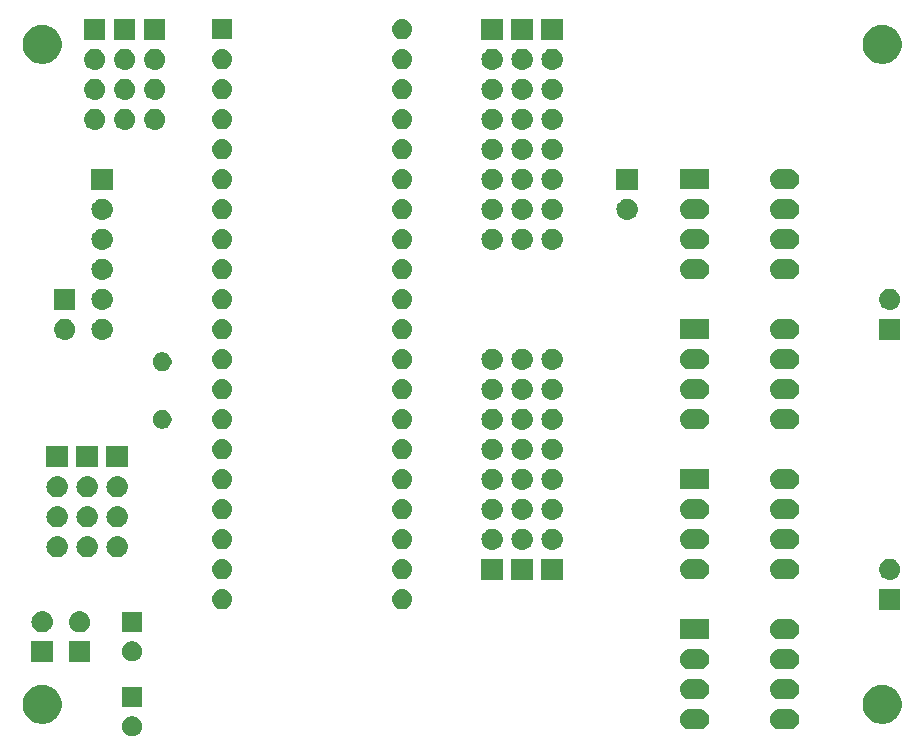
<source format=gbs>
G04 #@! TF.GenerationSoftware,KiCad,Pcbnew,5.0.1-33cea8e~68~ubuntu18.04.1*
G04 #@! TF.CreationDate,2018-11-06T22:29:14+01:00*
G04 #@! TF.ProjectId,puenteH,7075656E7465482E6B696361645F7063,rev?*
G04 #@! TF.SameCoordinates,Original*
G04 #@! TF.FileFunction,Soldermask,Bot*
G04 #@! TF.FilePolarity,Negative*
%FSLAX46Y46*%
G04 Gerber Fmt 4.6, Leading zero omitted, Abs format (unit mm)*
G04 Created by KiCad (PCBNEW 5.0.1-33cea8e~68~ubuntu18.04.1) date mar 06 nov 2018 22:29:14 CET*
%MOMM*%
%LPD*%
G01*
G04 APERTURE LIST*
%ADD10C,0.100000*%
G04 APERTURE END LIST*
D10*
G36*
X86608228Y-111536703D02*
X86763100Y-111600853D01*
X86902481Y-111693985D01*
X87021015Y-111812519D01*
X87114147Y-111951900D01*
X87178297Y-112106772D01*
X87211000Y-112271184D01*
X87211000Y-112438816D01*
X87178297Y-112603228D01*
X87114147Y-112758100D01*
X87021015Y-112897481D01*
X86902481Y-113016015D01*
X86763100Y-113109147D01*
X86608228Y-113173297D01*
X86443816Y-113206000D01*
X86276184Y-113206000D01*
X86111772Y-113173297D01*
X85956900Y-113109147D01*
X85817519Y-113016015D01*
X85698985Y-112897481D01*
X85605853Y-112758100D01*
X85541703Y-112603228D01*
X85509000Y-112438816D01*
X85509000Y-112271184D01*
X85541703Y-112106772D01*
X85605853Y-111951900D01*
X85698985Y-111812519D01*
X85817519Y-111693985D01*
X85956900Y-111600853D01*
X86111772Y-111536703D01*
X86276184Y-111504000D01*
X86443816Y-111504000D01*
X86608228Y-111536703D01*
X86608228Y-111536703D01*
G37*
G36*
X142171821Y-110921313D02*
X142171824Y-110921314D01*
X142171825Y-110921314D01*
X142332239Y-110969975D01*
X142332241Y-110969976D01*
X142332244Y-110969977D01*
X142480078Y-111048995D01*
X142609659Y-111155341D01*
X142716005Y-111284922D01*
X142795023Y-111432756D01*
X142795024Y-111432759D01*
X142795025Y-111432761D01*
X142828299Y-111542451D01*
X142843687Y-111593179D01*
X142860117Y-111760000D01*
X142843687Y-111926821D01*
X142843686Y-111926824D01*
X142843686Y-111926825D01*
X142836080Y-111951900D01*
X142795023Y-112087244D01*
X142716005Y-112235078D01*
X142609659Y-112364659D01*
X142480078Y-112471005D01*
X142332244Y-112550023D01*
X142332241Y-112550024D01*
X142332239Y-112550025D01*
X142171825Y-112598686D01*
X142171824Y-112598686D01*
X142171821Y-112598687D01*
X142046804Y-112611000D01*
X141163196Y-112611000D01*
X141038179Y-112598687D01*
X141038176Y-112598686D01*
X141038175Y-112598686D01*
X140877761Y-112550025D01*
X140877759Y-112550024D01*
X140877756Y-112550023D01*
X140729922Y-112471005D01*
X140600341Y-112364659D01*
X140493995Y-112235078D01*
X140414977Y-112087244D01*
X140373921Y-111951900D01*
X140366314Y-111926825D01*
X140366314Y-111926824D01*
X140366313Y-111926821D01*
X140349883Y-111760000D01*
X140366313Y-111593179D01*
X140381701Y-111542451D01*
X140414975Y-111432761D01*
X140414976Y-111432759D01*
X140414977Y-111432756D01*
X140493995Y-111284922D01*
X140600341Y-111155341D01*
X140729922Y-111048995D01*
X140877756Y-110969977D01*
X140877759Y-110969976D01*
X140877761Y-110969975D01*
X141038175Y-110921314D01*
X141038176Y-110921314D01*
X141038179Y-110921313D01*
X141163196Y-110909000D01*
X142046804Y-110909000D01*
X142171821Y-110921313D01*
X142171821Y-110921313D01*
G37*
G36*
X134551821Y-110921313D02*
X134551824Y-110921314D01*
X134551825Y-110921314D01*
X134712239Y-110969975D01*
X134712241Y-110969976D01*
X134712244Y-110969977D01*
X134860078Y-111048995D01*
X134989659Y-111155341D01*
X135096005Y-111284922D01*
X135175023Y-111432756D01*
X135175024Y-111432759D01*
X135175025Y-111432761D01*
X135208299Y-111542451D01*
X135223687Y-111593179D01*
X135240117Y-111760000D01*
X135223687Y-111926821D01*
X135223686Y-111926824D01*
X135223686Y-111926825D01*
X135216080Y-111951900D01*
X135175023Y-112087244D01*
X135096005Y-112235078D01*
X134989659Y-112364659D01*
X134860078Y-112471005D01*
X134712244Y-112550023D01*
X134712241Y-112550024D01*
X134712239Y-112550025D01*
X134551825Y-112598686D01*
X134551824Y-112598686D01*
X134551821Y-112598687D01*
X134426804Y-112611000D01*
X133543196Y-112611000D01*
X133418179Y-112598687D01*
X133418176Y-112598686D01*
X133418175Y-112598686D01*
X133257761Y-112550025D01*
X133257759Y-112550024D01*
X133257756Y-112550023D01*
X133109922Y-112471005D01*
X132980341Y-112364659D01*
X132873995Y-112235078D01*
X132794977Y-112087244D01*
X132753921Y-111951900D01*
X132746314Y-111926825D01*
X132746314Y-111926824D01*
X132746313Y-111926821D01*
X132729883Y-111760000D01*
X132746313Y-111593179D01*
X132761701Y-111542451D01*
X132794975Y-111432761D01*
X132794976Y-111432759D01*
X132794977Y-111432756D01*
X132873995Y-111284922D01*
X132980341Y-111155341D01*
X133109922Y-111048995D01*
X133257756Y-110969977D01*
X133257759Y-110969976D01*
X133257761Y-110969975D01*
X133418175Y-110921314D01*
X133418176Y-110921314D01*
X133418179Y-110921313D01*
X133543196Y-110909000D01*
X134426804Y-110909000D01*
X134551821Y-110921313D01*
X134551821Y-110921313D01*
G37*
G36*
X150235256Y-108881298D02*
X150341579Y-108902447D01*
X150642042Y-109026903D01*
X150908852Y-109205180D01*
X150912454Y-109207587D01*
X151142413Y-109437546D01*
X151142415Y-109437549D01*
X151323097Y-109707958D01*
X151447553Y-110008421D01*
X151511000Y-110327391D01*
X151511000Y-110652609D01*
X151447872Y-110969977D01*
X151447553Y-110971578D01*
X151323098Y-111272040D01*
X151142413Y-111542454D01*
X150912454Y-111772413D01*
X150912451Y-111772415D01*
X150642042Y-111953097D01*
X150341579Y-112077553D01*
X150235256Y-112098702D01*
X150022611Y-112141000D01*
X149697389Y-112141000D01*
X149484744Y-112098702D01*
X149378421Y-112077553D01*
X149077958Y-111953097D01*
X148807549Y-111772415D01*
X148807546Y-111772413D01*
X148577587Y-111542454D01*
X148396902Y-111272040D01*
X148272447Y-110971578D01*
X148272129Y-110969977D01*
X148209000Y-110652609D01*
X148209000Y-110327391D01*
X148272447Y-110008421D01*
X148396903Y-109707958D01*
X148577585Y-109437549D01*
X148577587Y-109437546D01*
X148807546Y-109207587D01*
X148811148Y-109205180D01*
X149077958Y-109026903D01*
X149378421Y-108902447D01*
X149484744Y-108881298D01*
X149697389Y-108839000D01*
X150022611Y-108839000D01*
X150235256Y-108881298D01*
X150235256Y-108881298D01*
G37*
G36*
X79115256Y-108881298D02*
X79221579Y-108902447D01*
X79522042Y-109026903D01*
X79788852Y-109205180D01*
X79792454Y-109207587D01*
X80022413Y-109437546D01*
X80022415Y-109437549D01*
X80203097Y-109707958D01*
X80327553Y-110008421D01*
X80391000Y-110327391D01*
X80391000Y-110652609D01*
X80327872Y-110969977D01*
X80327553Y-110971578D01*
X80203098Y-111272040D01*
X80022413Y-111542454D01*
X79792454Y-111772413D01*
X79792451Y-111772415D01*
X79522042Y-111953097D01*
X79221579Y-112077553D01*
X79115256Y-112098702D01*
X78902611Y-112141000D01*
X78577389Y-112141000D01*
X78364744Y-112098702D01*
X78258421Y-112077553D01*
X77957958Y-111953097D01*
X77687549Y-111772415D01*
X77687546Y-111772413D01*
X77457587Y-111542454D01*
X77276902Y-111272040D01*
X77152447Y-110971578D01*
X77152129Y-110969977D01*
X77089000Y-110652609D01*
X77089000Y-110327391D01*
X77152447Y-110008421D01*
X77276903Y-109707958D01*
X77457585Y-109437549D01*
X77457587Y-109437546D01*
X77687546Y-109207587D01*
X77691148Y-109205180D01*
X77957958Y-109026903D01*
X78258421Y-108902447D01*
X78364744Y-108881298D01*
X78577389Y-108839000D01*
X78902611Y-108839000D01*
X79115256Y-108881298D01*
X79115256Y-108881298D01*
G37*
G36*
X87211000Y-110706000D02*
X85509000Y-110706000D01*
X85509000Y-109004000D01*
X87211000Y-109004000D01*
X87211000Y-110706000D01*
X87211000Y-110706000D01*
G37*
G36*
X142171821Y-108381313D02*
X142171824Y-108381314D01*
X142171825Y-108381314D01*
X142332239Y-108429975D01*
X142332241Y-108429976D01*
X142332244Y-108429977D01*
X142480078Y-108508995D01*
X142609659Y-108615341D01*
X142716005Y-108744922D01*
X142795023Y-108892756D01*
X142843687Y-109053179D01*
X142860117Y-109220000D01*
X142843687Y-109386821D01*
X142795023Y-109547244D01*
X142716005Y-109695078D01*
X142609659Y-109824659D01*
X142480078Y-109931005D01*
X142332244Y-110010023D01*
X142332241Y-110010024D01*
X142332239Y-110010025D01*
X142171825Y-110058686D01*
X142171824Y-110058686D01*
X142171821Y-110058687D01*
X142046804Y-110071000D01*
X141163196Y-110071000D01*
X141038179Y-110058687D01*
X141038176Y-110058686D01*
X141038175Y-110058686D01*
X140877761Y-110010025D01*
X140877759Y-110010024D01*
X140877756Y-110010023D01*
X140729922Y-109931005D01*
X140600341Y-109824659D01*
X140493995Y-109695078D01*
X140414977Y-109547244D01*
X140366313Y-109386821D01*
X140349883Y-109220000D01*
X140366313Y-109053179D01*
X140414977Y-108892756D01*
X140493995Y-108744922D01*
X140600341Y-108615341D01*
X140729922Y-108508995D01*
X140877756Y-108429977D01*
X140877759Y-108429976D01*
X140877761Y-108429975D01*
X141038175Y-108381314D01*
X141038176Y-108381314D01*
X141038179Y-108381313D01*
X141163196Y-108369000D01*
X142046804Y-108369000D01*
X142171821Y-108381313D01*
X142171821Y-108381313D01*
G37*
G36*
X134551821Y-108381313D02*
X134551824Y-108381314D01*
X134551825Y-108381314D01*
X134712239Y-108429975D01*
X134712241Y-108429976D01*
X134712244Y-108429977D01*
X134860078Y-108508995D01*
X134989659Y-108615341D01*
X135096005Y-108744922D01*
X135175023Y-108892756D01*
X135223687Y-109053179D01*
X135240117Y-109220000D01*
X135223687Y-109386821D01*
X135175023Y-109547244D01*
X135096005Y-109695078D01*
X134989659Y-109824659D01*
X134860078Y-109931005D01*
X134712244Y-110010023D01*
X134712241Y-110010024D01*
X134712239Y-110010025D01*
X134551825Y-110058686D01*
X134551824Y-110058686D01*
X134551821Y-110058687D01*
X134426804Y-110071000D01*
X133543196Y-110071000D01*
X133418179Y-110058687D01*
X133418176Y-110058686D01*
X133418175Y-110058686D01*
X133257761Y-110010025D01*
X133257759Y-110010024D01*
X133257756Y-110010023D01*
X133109922Y-109931005D01*
X132980341Y-109824659D01*
X132873995Y-109695078D01*
X132794977Y-109547244D01*
X132746313Y-109386821D01*
X132729883Y-109220000D01*
X132746313Y-109053179D01*
X132794977Y-108892756D01*
X132873995Y-108744922D01*
X132980341Y-108615341D01*
X133109922Y-108508995D01*
X133257756Y-108429977D01*
X133257759Y-108429976D01*
X133257761Y-108429975D01*
X133418175Y-108381314D01*
X133418176Y-108381314D01*
X133418179Y-108381313D01*
X133543196Y-108369000D01*
X134426804Y-108369000D01*
X134551821Y-108381313D01*
X134551821Y-108381313D01*
G37*
G36*
X134551821Y-105841313D02*
X134551824Y-105841314D01*
X134551825Y-105841314D01*
X134712239Y-105889975D01*
X134712241Y-105889976D01*
X134712244Y-105889977D01*
X134860078Y-105968995D01*
X134989659Y-106075341D01*
X135096005Y-106204922D01*
X135175023Y-106352756D01*
X135175024Y-106352759D01*
X135175025Y-106352761D01*
X135223686Y-106513175D01*
X135223687Y-106513179D01*
X135240117Y-106680000D01*
X135223687Y-106846821D01*
X135223686Y-106846824D01*
X135223686Y-106846825D01*
X135193602Y-106946000D01*
X135175023Y-107007244D01*
X135096005Y-107155078D01*
X134989659Y-107284659D01*
X134860078Y-107391005D01*
X134712244Y-107470023D01*
X134712241Y-107470024D01*
X134712239Y-107470025D01*
X134551825Y-107518686D01*
X134551824Y-107518686D01*
X134551821Y-107518687D01*
X134426804Y-107531000D01*
X133543196Y-107531000D01*
X133418179Y-107518687D01*
X133418176Y-107518686D01*
X133418175Y-107518686D01*
X133257761Y-107470025D01*
X133257759Y-107470024D01*
X133257756Y-107470023D01*
X133109922Y-107391005D01*
X132980341Y-107284659D01*
X132873995Y-107155078D01*
X132794977Y-107007244D01*
X132776399Y-106946000D01*
X132746314Y-106846825D01*
X132746314Y-106846824D01*
X132746313Y-106846821D01*
X132729883Y-106680000D01*
X132746313Y-106513179D01*
X132746314Y-106513175D01*
X132794975Y-106352761D01*
X132794976Y-106352759D01*
X132794977Y-106352756D01*
X132873995Y-106204922D01*
X132980341Y-106075341D01*
X133109922Y-105968995D01*
X133257756Y-105889977D01*
X133257759Y-105889976D01*
X133257761Y-105889975D01*
X133418175Y-105841314D01*
X133418176Y-105841314D01*
X133418179Y-105841313D01*
X133543196Y-105829000D01*
X134426804Y-105829000D01*
X134551821Y-105841313D01*
X134551821Y-105841313D01*
G37*
G36*
X142171821Y-105841313D02*
X142171824Y-105841314D01*
X142171825Y-105841314D01*
X142332239Y-105889975D01*
X142332241Y-105889976D01*
X142332244Y-105889977D01*
X142480078Y-105968995D01*
X142609659Y-106075341D01*
X142716005Y-106204922D01*
X142795023Y-106352756D01*
X142795024Y-106352759D01*
X142795025Y-106352761D01*
X142843686Y-106513175D01*
X142843687Y-106513179D01*
X142860117Y-106680000D01*
X142843687Y-106846821D01*
X142843686Y-106846824D01*
X142843686Y-106846825D01*
X142813602Y-106946000D01*
X142795023Y-107007244D01*
X142716005Y-107155078D01*
X142609659Y-107284659D01*
X142480078Y-107391005D01*
X142332244Y-107470023D01*
X142332241Y-107470024D01*
X142332239Y-107470025D01*
X142171825Y-107518686D01*
X142171824Y-107518686D01*
X142171821Y-107518687D01*
X142046804Y-107531000D01*
X141163196Y-107531000D01*
X141038179Y-107518687D01*
X141038176Y-107518686D01*
X141038175Y-107518686D01*
X140877761Y-107470025D01*
X140877759Y-107470024D01*
X140877756Y-107470023D01*
X140729922Y-107391005D01*
X140600341Y-107284659D01*
X140493995Y-107155078D01*
X140414977Y-107007244D01*
X140396399Y-106946000D01*
X140366314Y-106846825D01*
X140366314Y-106846824D01*
X140366313Y-106846821D01*
X140349883Y-106680000D01*
X140366313Y-106513179D01*
X140366314Y-106513175D01*
X140414975Y-106352761D01*
X140414976Y-106352759D01*
X140414977Y-106352756D01*
X140493995Y-106204922D01*
X140600341Y-106075341D01*
X140729922Y-105968995D01*
X140877756Y-105889977D01*
X140877759Y-105889976D01*
X140877761Y-105889975D01*
X141038175Y-105841314D01*
X141038176Y-105841314D01*
X141038179Y-105841313D01*
X141163196Y-105829000D01*
X142046804Y-105829000D01*
X142171821Y-105841313D01*
X142171821Y-105841313D01*
G37*
G36*
X82816000Y-106946000D02*
X81014000Y-106946000D01*
X81014000Y-105144000D01*
X82816000Y-105144000D01*
X82816000Y-106946000D01*
X82816000Y-106946000D01*
G37*
G36*
X79641000Y-106946000D02*
X77839000Y-106946000D01*
X77839000Y-105144000D01*
X79641000Y-105144000D01*
X79641000Y-106946000D01*
X79641000Y-106946000D01*
G37*
G36*
X86608228Y-105186703D02*
X86763100Y-105250853D01*
X86902481Y-105343985D01*
X87021015Y-105462519D01*
X87114147Y-105601900D01*
X87178297Y-105756772D01*
X87211000Y-105921184D01*
X87211000Y-106088816D01*
X87178297Y-106253228D01*
X87114147Y-106408100D01*
X87021015Y-106547481D01*
X86902481Y-106666015D01*
X86763100Y-106759147D01*
X86608228Y-106823297D01*
X86443816Y-106856000D01*
X86276184Y-106856000D01*
X86111772Y-106823297D01*
X85956900Y-106759147D01*
X85817519Y-106666015D01*
X85698985Y-106547481D01*
X85605853Y-106408100D01*
X85541703Y-106253228D01*
X85509000Y-106088816D01*
X85509000Y-105921184D01*
X85541703Y-105756772D01*
X85605853Y-105601900D01*
X85698985Y-105462519D01*
X85817519Y-105343985D01*
X85956900Y-105250853D01*
X86111772Y-105186703D01*
X86276184Y-105154000D01*
X86443816Y-105154000D01*
X86608228Y-105186703D01*
X86608228Y-105186703D01*
G37*
G36*
X142171821Y-103301313D02*
X142171824Y-103301314D01*
X142171825Y-103301314D01*
X142332239Y-103349975D01*
X142332241Y-103349976D01*
X142332244Y-103349977D01*
X142480078Y-103428995D01*
X142609659Y-103535341D01*
X142716005Y-103664922D01*
X142795023Y-103812756D01*
X142843687Y-103973179D01*
X142860117Y-104140000D01*
X142843687Y-104306821D01*
X142843686Y-104306824D01*
X142843686Y-104306825D01*
X142813602Y-104406000D01*
X142795023Y-104467244D01*
X142716005Y-104615078D01*
X142609659Y-104744659D01*
X142480078Y-104851005D01*
X142332244Y-104930023D01*
X142332241Y-104930024D01*
X142332239Y-104930025D01*
X142171825Y-104978686D01*
X142171824Y-104978686D01*
X142171821Y-104978687D01*
X142046804Y-104991000D01*
X141163196Y-104991000D01*
X141038179Y-104978687D01*
X141038176Y-104978686D01*
X141038175Y-104978686D01*
X140877761Y-104930025D01*
X140877759Y-104930024D01*
X140877756Y-104930023D01*
X140729922Y-104851005D01*
X140600341Y-104744659D01*
X140493995Y-104615078D01*
X140414977Y-104467244D01*
X140396399Y-104406000D01*
X140366314Y-104306825D01*
X140366314Y-104306824D01*
X140366313Y-104306821D01*
X140349883Y-104140000D01*
X140366313Y-103973179D01*
X140414977Y-103812756D01*
X140493995Y-103664922D01*
X140600341Y-103535341D01*
X140729922Y-103428995D01*
X140877756Y-103349977D01*
X140877759Y-103349976D01*
X140877761Y-103349975D01*
X141038175Y-103301314D01*
X141038176Y-103301314D01*
X141038179Y-103301313D01*
X141163196Y-103289000D01*
X142046804Y-103289000D01*
X142171821Y-103301313D01*
X142171821Y-103301313D01*
G37*
G36*
X135236000Y-104991000D02*
X132734000Y-104991000D01*
X132734000Y-103289000D01*
X135236000Y-103289000D01*
X135236000Y-104991000D01*
X135236000Y-104991000D01*
G37*
G36*
X78850442Y-102610518D02*
X78916627Y-102617037D01*
X79029853Y-102651384D01*
X79086467Y-102668557D01*
X79225087Y-102742652D01*
X79242991Y-102752222D01*
X79278729Y-102781552D01*
X79380186Y-102864814D01*
X79463448Y-102966271D01*
X79492778Y-103002009D01*
X79492779Y-103002011D01*
X79576443Y-103158533D01*
X79576443Y-103158534D01*
X79627963Y-103328373D01*
X79645359Y-103505000D01*
X79627963Y-103681627D01*
X79593616Y-103794853D01*
X79576443Y-103851467D01*
X79511388Y-103973175D01*
X79492778Y-104007991D01*
X79463448Y-104043729D01*
X79380186Y-104145186D01*
X79278729Y-104228448D01*
X79242991Y-104257778D01*
X79242989Y-104257779D01*
X79086467Y-104341443D01*
X79038478Y-104356000D01*
X78916627Y-104392963D01*
X78850442Y-104399482D01*
X78784260Y-104406000D01*
X78695740Y-104406000D01*
X78629558Y-104399482D01*
X78563373Y-104392963D01*
X78441522Y-104356000D01*
X78393533Y-104341443D01*
X78237011Y-104257779D01*
X78237009Y-104257778D01*
X78201271Y-104228448D01*
X78099814Y-104145186D01*
X78016552Y-104043729D01*
X77987222Y-104007991D01*
X77968612Y-103973175D01*
X77903557Y-103851467D01*
X77886384Y-103794853D01*
X77852037Y-103681627D01*
X77834641Y-103505000D01*
X77852037Y-103328373D01*
X77903557Y-103158534D01*
X77903557Y-103158533D01*
X77987221Y-103002011D01*
X77987222Y-103002009D01*
X78016552Y-102966271D01*
X78099814Y-102864814D01*
X78201271Y-102781552D01*
X78237009Y-102752222D01*
X78254913Y-102742652D01*
X78393533Y-102668557D01*
X78450147Y-102651384D01*
X78563373Y-102617037D01*
X78629558Y-102610518D01*
X78695740Y-102604000D01*
X78784260Y-102604000D01*
X78850442Y-102610518D01*
X78850442Y-102610518D01*
G37*
G36*
X82025442Y-102610518D02*
X82091627Y-102617037D01*
X82204853Y-102651384D01*
X82261467Y-102668557D01*
X82400087Y-102742652D01*
X82417991Y-102752222D01*
X82453729Y-102781552D01*
X82555186Y-102864814D01*
X82638448Y-102966271D01*
X82667778Y-103002009D01*
X82667779Y-103002011D01*
X82751443Y-103158533D01*
X82751443Y-103158534D01*
X82802963Y-103328373D01*
X82820359Y-103505000D01*
X82802963Y-103681627D01*
X82768616Y-103794853D01*
X82751443Y-103851467D01*
X82686388Y-103973175D01*
X82667778Y-104007991D01*
X82638448Y-104043729D01*
X82555186Y-104145186D01*
X82453729Y-104228448D01*
X82417991Y-104257778D01*
X82417989Y-104257779D01*
X82261467Y-104341443D01*
X82213478Y-104356000D01*
X82091627Y-104392963D01*
X82025442Y-104399482D01*
X81959260Y-104406000D01*
X81870740Y-104406000D01*
X81804558Y-104399482D01*
X81738373Y-104392963D01*
X81616522Y-104356000D01*
X81568533Y-104341443D01*
X81412011Y-104257779D01*
X81412009Y-104257778D01*
X81376271Y-104228448D01*
X81274814Y-104145186D01*
X81191552Y-104043729D01*
X81162222Y-104007991D01*
X81143612Y-103973175D01*
X81078557Y-103851467D01*
X81061384Y-103794853D01*
X81027037Y-103681627D01*
X81009641Y-103505000D01*
X81027037Y-103328373D01*
X81078557Y-103158534D01*
X81078557Y-103158533D01*
X81162221Y-103002011D01*
X81162222Y-103002009D01*
X81191552Y-102966271D01*
X81274814Y-102864814D01*
X81376271Y-102781552D01*
X81412009Y-102752222D01*
X81429913Y-102742652D01*
X81568533Y-102668557D01*
X81625147Y-102651384D01*
X81738373Y-102617037D01*
X81804558Y-102610518D01*
X81870740Y-102604000D01*
X81959260Y-102604000D01*
X82025442Y-102610518D01*
X82025442Y-102610518D01*
G37*
G36*
X87211000Y-104356000D02*
X85509000Y-104356000D01*
X85509000Y-102654000D01*
X87211000Y-102654000D01*
X87211000Y-104356000D01*
X87211000Y-104356000D01*
G37*
G36*
X151396000Y-102501000D02*
X149594000Y-102501000D01*
X149594000Y-100699000D01*
X151396000Y-100699000D01*
X151396000Y-102501000D01*
X151396000Y-102501000D01*
G37*
G36*
X94146821Y-100761313D02*
X94146824Y-100761314D01*
X94146825Y-100761314D01*
X94307239Y-100809975D01*
X94307241Y-100809976D01*
X94307244Y-100809977D01*
X94455078Y-100888995D01*
X94584659Y-100995341D01*
X94691005Y-101124922D01*
X94770023Y-101272756D01*
X94818687Y-101433179D01*
X94835117Y-101600000D01*
X94818687Y-101766821D01*
X94770023Y-101927244D01*
X94691005Y-102075078D01*
X94584659Y-102204659D01*
X94455078Y-102311005D01*
X94307244Y-102390023D01*
X94307241Y-102390024D01*
X94307239Y-102390025D01*
X94146825Y-102438686D01*
X94146824Y-102438686D01*
X94146821Y-102438687D01*
X94021804Y-102451000D01*
X93938196Y-102451000D01*
X93813179Y-102438687D01*
X93813176Y-102438686D01*
X93813175Y-102438686D01*
X93652761Y-102390025D01*
X93652759Y-102390024D01*
X93652756Y-102390023D01*
X93504922Y-102311005D01*
X93375341Y-102204659D01*
X93268995Y-102075078D01*
X93189977Y-101927244D01*
X93141313Y-101766821D01*
X93124883Y-101600000D01*
X93141313Y-101433179D01*
X93189977Y-101272756D01*
X93268995Y-101124922D01*
X93375341Y-100995341D01*
X93504922Y-100888995D01*
X93652756Y-100809977D01*
X93652759Y-100809976D01*
X93652761Y-100809975D01*
X93813175Y-100761314D01*
X93813176Y-100761314D01*
X93813179Y-100761313D01*
X93938196Y-100749000D01*
X94021804Y-100749000D01*
X94146821Y-100761313D01*
X94146821Y-100761313D01*
G37*
G36*
X109386821Y-100761313D02*
X109386824Y-100761314D01*
X109386825Y-100761314D01*
X109547239Y-100809975D01*
X109547241Y-100809976D01*
X109547244Y-100809977D01*
X109695078Y-100888995D01*
X109824659Y-100995341D01*
X109931005Y-101124922D01*
X110010023Y-101272756D01*
X110058687Y-101433179D01*
X110075117Y-101600000D01*
X110058687Y-101766821D01*
X110010023Y-101927244D01*
X109931005Y-102075078D01*
X109824659Y-102204659D01*
X109695078Y-102311005D01*
X109547244Y-102390023D01*
X109547241Y-102390024D01*
X109547239Y-102390025D01*
X109386825Y-102438686D01*
X109386824Y-102438686D01*
X109386821Y-102438687D01*
X109261804Y-102451000D01*
X109178196Y-102451000D01*
X109053179Y-102438687D01*
X109053176Y-102438686D01*
X109053175Y-102438686D01*
X108892761Y-102390025D01*
X108892759Y-102390024D01*
X108892756Y-102390023D01*
X108744922Y-102311005D01*
X108615341Y-102204659D01*
X108508995Y-102075078D01*
X108429977Y-101927244D01*
X108381313Y-101766821D01*
X108364883Y-101600000D01*
X108381313Y-101433179D01*
X108429977Y-101272756D01*
X108508995Y-101124922D01*
X108615341Y-100995341D01*
X108744922Y-100888995D01*
X108892756Y-100809977D01*
X108892759Y-100809976D01*
X108892761Y-100809975D01*
X109053175Y-100761314D01*
X109053176Y-100761314D01*
X109053179Y-100761313D01*
X109178196Y-100749000D01*
X109261804Y-100749000D01*
X109386821Y-100761313D01*
X109386821Y-100761313D01*
G37*
G36*
X122821000Y-99961000D02*
X121019000Y-99961000D01*
X121019000Y-98159000D01*
X122821000Y-98159000D01*
X122821000Y-99961000D01*
X122821000Y-99961000D01*
G37*
G36*
X117741000Y-99961000D02*
X115939000Y-99961000D01*
X115939000Y-98159000D01*
X117741000Y-98159000D01*
X117741000Y-99961000D01*
X117741000Y-99961000D01*
G37*
G36*
X150605443Y-98165519D02*
X150671627Y-98172037D01*
X150784853Y-98206384D01*
X150841467Y-98223557D01*
X150928311Y-98269977D01*
X150997991Y-98307222D01*
X151033729Y-98336552D01*
X151135186Y-98419814D01*
X151218448Y-98521271D01*
X151247778Y-98557009D01*
X151247779Y-98557011D01*
X151331443Y-98713533D01*
X151348616Y-98770147D01*
X151382963Y-98883373D01*
X151400359Y-99060000D01*
X151382963Y-99236627D01*
X151348616Y-99349853D01*
X151331443Y-99406467D01*
X151262698Y-99535078D01*
X151247778Y-99562991D01*
X151218448Y-99598729D01*
X151135186Y-99700186D01*
X151033729Y-99783448D01*
X150997991Y-99812778D01*
X150997989Y-99812779D01*
X150841467Y-99896443D01*
X150834069Y-99898687D01*
X150671627Y-99947963D01*
X150605443Y-99954481D01*
X150539260Y-99961000D01*
X150450740Y-99961000D01*
X150384557Y-99954481D01*
X150318373Y-99947963D01*
X150155931Y-99898687D01*
X150148533Y-99896443D01*
X149992011Y-99812779D01*
X149992009Y-99812778D01*
X149956271Y-99783448D01*
X149854814Y-99700186D01*
X149771552Y-99598729D01*
X149742222Y-99562991D01*
X149727302Y-99535078D01*
X149658557Y-99406467D01*
X149641384Y-99349853D01*
X149607037Y-99236627D01*
X149589641Y-99060000D01*
X149607037Y-98883373D01*
X149641384Y-98770147D01*
X149658557Y-98713533D01*
X149742221Y-98557011D01*
X149742222Y-98557009D01*
X149771552Y-98521271D01*
X149854814Y-98419814D01*
X149956271Y-98336552D01*
X149992009Y-98307222D01*
X150061689Y-98269977D01*
X150148533Y-98223557D01*
X150205147Y-98206384D01*
X150318373Y-98172037D01*
X150384557Y-98165519D01*
X150450740Y-98159000D01*
X150539260Y-98159000D01*
X150605443Y-98165519D01*
X150605443Y-98165519D01*
G37*
G36*
X120281000Y-99961000D02*
X118479000Y-99961000D01*
X118479000Y-98159000D01*
X120281000Y-98159000D01*
X120281000Y-99961000D01*
X120281000Y-99961000D01*
G37*
G36*
X109386821Y-98221313D02*
X109386824Y-98221314D01*
X109386825Y-98221314D01*
X109547239Y-98269975D01*
X109547241Y-98269976D01*
X109547244Y-98269977D01*
X109695078Y-98348995D01*
X109824659Y-98455341D01*
X109931005Y-98584922D01*
X110010023Y-98732756D01*
X110010024Y-98732759D01*
X110010025Y-98732761D01*
X110055713Y-98883375D01*
X110058687Y-98893179D01*
X110075117Y-99060000D01*
X110058687Y-99226821D01*
X110058686Y-99226824D01*
X110058686Y-99226825D01*
X110055713Y-99236627D01*
X110010023Y-99387244D01*
X109931005Y-99535078D01*
X109824659Y-99664659D01*
X109695078Y-99771005D01*
X109547244Y-99850023D01*
X109547241Y-99850024D01*
X109547239Y-99850025D01*
X109386825Y-99898686D01*
X109386824Y-99898686D01*
X109386821Y-99898687D01*
X109261804Y-99911000D01*
X109178196Y-99911000D01*
X109053179Y-99898687D01*
X109053176Y-99898686D01*
X109053175Y-99898686D01*
X108892761Y-99850025D01*
X108892759Y-99850024D01*
X108892756Y-99850023D01*
X108744922Y-99771005D01*
X108615341Y-99664659D01*
X108508995Y-99535078D01*
X108429977Y-99387244D01*
X108384288Y-99236627D01*
X108381314Y-99226825D01*
X108381314Y-99226824D01*
X108381313Y-99226821D01*
X108364883Y-99060000D01*
X108381313Y-98893179D01*
X108384287Y-98883375D01*
X108429975Y-98732761D01*
X108429976Y-98732759D01*
X108429977Y-98732756D01*
X108508995Y-98584922D01*
X108615341Y-98455341D01*
X108744922Y-98348995D01*
X108892756Y-98269977D01*
X108892759Y-98269976D01*
X108892761Y-98269975D01*
X109053175Y-98221314D01*
X109053176Y-98221314D01*
X109053179Y-98221313D01*
X109178196Y-98209000D01*
X109261804Y-98209000D01*
X109386821Y-98221313D01*
X109386821Y-98221313D01*
G37*
G36*
X94146821Y-98221313D02*
X94146824Y-98221314D01*
X94146825Y-98221314D01*
X94307239Y-98269975D01*
X94307241Y-98269976D01*
X94307244Y-98269977D01*
X94455078Y-98348995D01*
X94584659Y-98455341D01*
X94691005Y-98584922D01*
X94770023Y-98732756D01*
X94770024Y-98732759D01*
X94770025Y-98732761D01*
X94815713Y-98883375D01*
X94818687Y-98893179D01*
X94835117Y-99060000D01*
X94818687Y-99226821D01*
X94818686Y-99226824D01*
X94818686Y-99226825D01*
X94815713Y-99236627D01*
X94770023Y-99387244D01*
X94691005Y-99535078D01*
X94584659Y-99664659D01*
X94455078Y-99771005D01*
X94307244Y-99850023D01*
X94307241Y-99850024D01*
X94307239Y-99850025D01*
X94146825Y-99898686D01*
X94146824Y-99898686D01*
X94146821Y-99898687D01*
X94021804Y-99911000D01*
X93938196Y-99911000D01*
X93813179Y-99898687D01*
X93813176Y-99898686D01*
X93813175Y-99898686D01*
X93652761Y-99850025D01*
X93652759Y-99850024D01*
X93652756Y-99850023D01*
X93504922Y-99771005D01*
X93375341Y-99664659D01*
X93268995Y-99535078D01*
X93189977Y-99387244D01*
X93144288Y-99236627D01*
X93141314Y-99226825D01*
X93141314Y-99226824D01*
X93141313Y-99226821D01*
X93124883Y-99060000D01*
X93141313Y-98893179D01*
X93144287Y-98883375D01*
X93189975Y-98732761D01*
X93189976Y-98732759D01*
X93189977Y-98732756D01*
X93268995Y-98584922D01*
X93375341Y-98455341D01*
X93504922Y-98348995D01*
X93652756Y-98269977D01*
X93652759Y-98269976D01*
X93652761Y-98269975D01*
X93813175Y-98221314D01*
X93813176Y-98221314D01*
X93813179Y-98221313D01*
X93938196Y-98209000D01*
X94021804Y-98209000D01*
X94146821Y-98221313D01*
X94146821Y-98221313D01*
G37*
G36*
X134551821Y-98221313D02*
X134551824Y-98221314D01*
X134551825Y-98221314D01*
X134712239Y-98269975D01*
X134712241Y-98269976D01*
X134712244Y-98269977D01*
X134860078Y-98348995D01*
X134989659Y-98455341D01*
X135096005Y-98584922D01*
X135175023Y-98732756D01*
X135175024Y-98732759D01*
X135175025Y-98732761D01*
X135220713Y-98883375D01*
X135223687Y-98893179D01*
X135240117Y-99060000D01*
X135223687Y-99226821D01*
X135223686Y-99226824D01*
X135223686Y-99226825D01*
X135220713Y-99236627D01*
X135175023Y-99387244D01*
X135096005Y-99535078D01*
X134989659Y-99664659D01*
X134860078Y-99771005D01*
X134712244Y-99850023D01*
X134712241Y-99850024D01*
X134712239Y-99850025D01*
X134551825Y-99898686D01*
X134551824Y-99898686D01*
X134551821Y-99898687D01*
X134426804Y-99911000D01*
X133543196Y-99911000D01*
X133418179Y-99898687D01*
X133418176Y-99898686D01*
X133418175Y-99898686D01*
X133257761Y-99850025D01*
X133257759Y-99850024D01*
X133257756Y-99850023D01*
X133109922Y-99771005D01*
X132980341Y-99664659D01*
X132873995Y-99535078D01*
X132794977Y-99387244D01*
X132749288Y-99236627D01*
X132746314Y-99226825D01*
X132746314Y-99226824D01*
X132746313Y-99226821D01*
X132729883Y-99060000D01*
X132746313Y-98893179D01*
X132749287Y-98883375D01*
X132794975Y-98732761D01*
X132794976Y-98732759D01*
X132794977Y-98732756D01*
X132873995Y-98584922D01*
X132980341Y-98455341D01*
X133109922Y-98348995D01*
X133257756Y-98269977D01*
X133257759Y-98269976D01*
X133257761Y-98269975D01*
X133418175Y-98221314D01*
X133418176Y-98221314D01*
X133418179Y-98221313D01*
X133543196Y-98209000D01*
X134426804Y-98209000D01*
X134551821Y-98221313D01*
X134551821Y-98221313D01*
G37*
G36*
X142171821Y-98221313D02*
X142171824Y-98221314D01*
X142171825Y-98221314D01*
X142332239Y-98269975D01*
X142332241Y-98269976D01*
X142332244Y-98269977D01*
X142480078Y-98348995D01*
X142609659Y-98455341D01*
X142716005Y-98584922D01*
X142795023Y-98732756D01*
X142795024Y-98732759D01*
X142795025Y-98732761D01*
X142840713Y-98883375D01*
X142843687Y-98893179D01*
X142860117Y-99060000D01*
X142843687Y-99226821D01*
X142843686Y-99226824D01*
X142843686Y-99226825D01*
X142840713Y-99236627D01*
X142795023Y-99387244D01*
X142716005Y-99535078D01*
X142609659Y-99664659D01*
X142480078Y-99771005D01*
X142332244Y-99850023D01*
X142332241Y-99850024D01*
X142332239Y-99850025D01*
X142171825Y-99898686D01*
X142171824Y-99898686D01*
X142171821Y-99898687D01*
X142046804Y-99911000D01*
X141163196Y-99911000D01*
X141038179Y-99898687D01*
X141038176Y-99898686D01*
X141038175Y-99898686D01*
X140877761Y-99850025D01*
X140877759Y-99850024D01*
X140877756Y-99850023D01*
X140729922Y-99771005D01*
X140600341Y-99664659D01*
X140493995Y-99535078D01*
X140414977Y-99387244D01*
X140369288Y-99236627D01*
X140366314Y-99226825D01*
X140366314Y-99226824D01*
X140366313Y-99226821D01*
X140349883Y-99060000D01*
X140366313Y-98893179D01*
X140369287Y-98883375D01*
X140414975Y-98732761D01*
X140414976Y-98732759D01*
X140414977Y-98732756D01*
X140493995Y-98584922D01*
X140600341Y-98455341D01*
X140729922Y-98348995D01*
X140877756Y-98269977D01*
X140877759Y-98269976D01*
X140877761Y-98269975D01*
X141038175Y-98221314D01*
X141038176Y-98221314D01*
X141038179Y-98221313D01*
X141163196Y-98209000D01*
X142046804Y-98209000D01*
X142171821Y-98221313D01*
X142171821Y-98221313D01*
G37*
G36*
X85200442Y-96260518D02*
X85266627Y-96267037D01*
X85379853Y-96301384D01*
X85436467Y-96318557D01*
X85501239Y-96353179D01*
X85592991Y-96402222D01*
X85628729Y-96431552D01*
X85730186Y-96514814D01*
X85813448Y-96616271D01*
X85842778Y-96652009D01*
X85842779Y-96652011D01*
X85926443Y-96808533D01*
X85926443Y-96808534D01*
X85977963Y-96978373D01*
X85995359Y-97155000D01*
X85977963Y-97331627D01*
X85969754Y-97358687D01*
X85926443Y-97501467D01*
X85852348Y-97640087D01*
X85842778Y-97657991D01*
X85813448Y-97693729D01*
X85730186Y-97795186D01*
X85628729Y-97878448D01*
X85592991Y-97907778D01*
X85592989Y-97907779D01*
X85436467Y-97991443D01*
X85379853Y-98008616D01*
X85266627Y-98042963D01*
X85200443Y-98049481D01*
X85134260Y-98056000D01*
X85045740Y-98056000D01*
X84979557Y-98049481D01*
X84913373Y-98042963D01*
X84800147Y-98008616D01*
X84743533Y-97991443D01*
X84587011Y-97907779D01*
X84587009Y-97907778D01*
X84551271Y-97878448D01*
X84449814Y-97795186D01*
X84366552Y-97693729D01*
X84337222Y-97657991D01*
X84327652Y-97640087D01*
X84253557Y-97501467D01*
X84210246Y-97358687D01*
X84202037Y-97331627D01*
X84184641Y-97155000D01*
X84202037Y-96978373D01*
X84253557Y-96808534D01*
X84253557Y-96808533D01*
X84337221Y-96652011D01*
X84337222Y-96652009D01*
X84366552Y-96616271D01*
X84449814Y-96514814D01*
X84551271Y-96431552D01*
X84587009Y-96402222D01*
X84678761Y-96353179D01*
X84743533Y-96318557D01*
X84800147Y-96301384D01*
X84913373Y-96267037D01*
X84979558Y-96260518D01*
X85045740Y-96254000D01*
X85134260Y-96254000D01*
X85200442Y-96260518D01*
X85200442Y-96260518D01*
G37*
G36*
X80120442Y-96260518D02*
X80186627Y-96267037D01*
X80299853Y-96301384D01*
X80356467Y-96318557D01*
X80421239Y-96353179D01*
X80512991Y-96402222D01*
X80548729Y-96431552D01*
X80650186Y-96514814D01*
X80733448Y-96616271D01*
X80762778Y-96652009D01*
X80762779Y-96652011D01*
X80846443Y-96808533D01*
X80846443Y-96808534D01*
X80897963Y-96978373D01*
X80915359Y-97155000D01*
X80897963Y-97331627D01*
X80889754Y-97358687D01*
X80846443Y-97501467D01*
X80772348Y-97640087D01*
X80762778Y-97657991D01*
X80733448Y-97693729D01*
X80650186Y-97795186D01*
X80548729Y-97878448D01*
X80512991Y-97907778D01*
X80512989Y-97907779D01*
X80356467Y-97991443D01*
X80299853Y-98008616D01*
X80186627Y-98042963D01*
X80120443Y-98049481D01*
X80054260Y-98056000D01*
X79965740Y-98056000D01*
X79899557Y-98049481D01*
X79833373Y-98042963D01*
X79720147Y-98008616D01*
X79663533Y-97991443D01*
X79507011Y-97907779D01*
X79507009Y-97907778D01*
X79471271Y-97878448D01*
X79369814Y-97795186D01*
X79286552Y-97693729D01*
X79257222Y-97657991D01*
X79247652Y-97640087D01*
X79173557Y-97501467D01*
X79130246Y-97358687D01*
X79122037Y-97331627D01*
X79104641Y-97155000D01*
X79122037Y-96978373D01*
X79173557Y-96808534D01*
X79173557Y-96808533D01*
X79257221Y-96652011D01*
X79257222Y-96652009D01*
X79286552Y-96616271D01*
X79369814Y-96514814D01*
X79471271Y-96431552D01*
X79507009Y-96402222D01*
X79598761Y-96353179D01*
X79663533Y-96318557D01*
X79720147Y-96301384D01*
X79833373Y-96267037D01*
X79899558Y-96260518D01*
X79965740Y-96254000D01*
X80054260Y-96254000D01*
X80120442Y-96260518D01*
X80120442Y-96260518D01*
G37*
G36*
X82660442Y-96260518D02*
X82726627Y-96267037D01*
X82839853Y-96301384D01*
X82896467Y-96318557D01*
X82961239Y-96353179D01*
X83052991Y-96402222D01*
X83088729Y-96431552D01*
X83190186Y-96514814D01*
X83273448Y-96616271D01*
X83302778Y-96652009D01*
X83302779Y-96652011D01*
X83386443Y-96808533D01*
X83386443Y-96808534D01*
X83437963Y-96978373D01*
X83455359Y-97155000D01*
X83437963Y-97331627D01*
X83429754Y-97358687D01*
X83386443Y-97501467D01*
X83312348Y-97640087D01*
X83302778Y-97657991D01*
X83273448Y-97693729D01*
X83190186Y-97795186D01*
X83088729Y-97878448D01*
X83052991Y-97907778D01*
X83052989Y-97907779D01*
X82896467Y-97991443D01*
X82839853Y-98008616D01*
X82726627Y-98042963D01*
X82660443Y-98049481D01*
X82594260Y-98056000D01*
X82505740Y-98056000D01*
X82439557Y-98049481D01*
X82373373Y-98042963D01*
X82260147Y-98008616D01*
X82203533Y-97991443D01*
X82047011Y-97907779D01*
X82047009Y-97907778D01*
X82011271Y-97878448D01*
X81909814Y-97795186D01*
X81826552Y-97693729D01*
X81797222Y-97657991D01*
X81787652Y-97640087D01*
X81713557Y-97501467D01*
X81670246Y-97358687D01*
X81662037Y-97331627D01*
X81644641Y-97155000D01*
X81662037Y-96978373D01*
X81713557Y-96808534D01*
X81713557Y-96808533D01*
X81797221Y-96652011D01*
X81797222Y-96652009D01*
X81826552Y-96616271D01*
X81909814Y-96514814D01*
X82011271Y-96431552D01*
X82047009Y-96402222D01*
X82138761Y-96353179D01*
X82203533Y-96318557D01*
X82260147Y-96301384D01*
X82373373Y-96267037D01*
X82439558Y-96260518D01*
X82505740Y-96254000D01*
X82594260Y-96254000D01*
X82660442Y-96260518D01*
X82660442Y-96260518D01*
G37*
G36*
X116950442Y-95625518D02*
X117016627Y-95632037D01*
X117129853Y-95666384D01*
X117186467Y-95683557D01*
X117273311Y-95729977D01*
X117342991Y-95767222D01*
X117378729Y-95796552D01*
X117480186Y-95879814D01*
X117563448Y-95981271D01*
X117592778Y-96017009D01*
X117592779Y-96017011D01*
X117676443Y-96173533D01*
X117693616Y-96230147D01*
X117727963Y-96343373D01*
X117745359Y-96520000D01*
X117727963Y-96696627D01*
X117694017Y-96808533D01*
X117676443Y-96866467D01*
X117616627Y-96978373D01*
X117592778Y-97022991D01*
X117563448Y-97058729D01*
X117480186Y-97160186D01*
X117378729Y-97243448D01*
X117342991Y-97272778D01*
X117342989Y-97272779D01*
X117186467Y-97356443D01*
X117179069Y-97358687D01*
X117016627Y-97407963D01*
X116950442Y-97414482D01*
X116884260Y-97421000D01*
X116795740Y-97421000D01*
X116729558Y-97414482D01*
X116663373Y-97407963D01*
X116500931Y-97358687D01*
X116493533Y-97356443D01*
X116337011Y-97272779D01*
X116337009Y-97272778D01*
X116301271Y-97243448D01*
X116199814Y-97160186D01*
X116116552Y-97058729D01*
X116087222Y-97022991D01*
X116063373Y-96978373D01*
X116003557Y-96866467D01*
X115985983Y-96808533D01*
X115952037Y-96696627D01*
X115934641Y-96520000D01*
X115952037Y-96343373D01*
X115986384Y-96230147D01*
X116003557Y-96173533D01*
X116087221Y-96017011D01*
X116087222Y-96017009D01*
X116116552Y-95981271D01*
X116199814Y-95879814D01*
X116301271Y-95796552D01*
X116337009Y-95767222D01*
X116406689Y-95729977D01*
X116493533Y-95683557D01*
X116550147Y-95666384D01*
X116663373Y-95632037D01*
X116729558Y-95625518D01*
X116795740Y-95619000D01*
X116884260Y-95619000D01*
X116950442Y-95625518D01*
X116950442Y-95625518D01*
G37*
G36*
X119490442Y-95625518D02*
X119556627Y-95632037D01*
X119669853Y-95666384D01*
X119726467Y-95683557D01*
X119813311Y-95729977D01*
X119882991Y-95767222D01*
X119918729Y-95796552D01*
X120020186Y-95879814D01*
X120103448Y-95981271D01*
X120132778Y-96017009D01*
X120132779Y-96017011D01*
X120216443Y-96173533D01*
X120233616Y-96230147D01*
X120267963Y-96343373D01*
X120285359Y-96520000D01*
X120267963Y-96696627D01*
X120234017Y-96808533D01*
X120216443Y-96866467D01*
X120156627Y-96978373D01*
X120132778Y-97022991D01*
X120103448Y-97058729D01*
X120020186Y-97160186D01*
X119918729Y-97243448D01*
X119882991Y-97272778D01*
X119882989Y-97272779D01*
X119726467Y-97356443D01*
X119719069Y-97358687D01*
X119556627Y-97407963D01*
X119490442Y-97414482D01*
X119424260Y-97421000D01*
X119335740Y-97421000D01*
X119269558Y-97414482D01*
X119203373Y-97407963D01*
X119040931Y-97358687D01*
X119033533Y-97356443D01*
X118877011Y-97272779D01*
X118877009Y-97272778D01*
X118841271Y-97243448D01*
X118739814Y-97160186D01*
X118656552Y-97058729D01*
X118627222Y-97022991D01*
X118603373Y-96978373D01*
X118543557Y-96866467D01*
X118525983Y-96808533D01*
X118492037Y-96696627D01*
X118474641Y-96520000D01*
X118492037Y-96343373D01*
X118526384Y-96230147D01*
X118543557Y-96173533D01*
X118627221Y-96017011D01*
X118627222Y-96017009D01*
X118656552Y-95981271D01*
X118739814Y-95879814D01*
X118841271Y-95796552D01*
X118877009Y-95767222D01*
X118946689Y-95729977D01*
X119033533Y-95683557D01*
X119090147Y-95666384D01*
X119203373Y-95632037D01*
X119269558Y-95625518D01*
X119335740Y-95619000D01*
X119424260Y-95619000D01*
X119490442Y-95625518D01*
X119490442Y-95625518D01*
G37*
G36*
X122030442Y-95625518D02*
X122096627Y-95632037D01*
X122209853Y-95666384D01*
X122266467Y-95683557D01*
X122353311Y-95729977D01*
X122422991Y-95767222D01*
X122458729Y-95796552D01*
X122560186Y-95879814D01*
X122643448Y-95981271D01*
X122672778Y-96017009D01*
X122672779Y-96017011D01*
X122756443Y-96173533D01*
X122773616Y-96230147D01*
X122807963Y-96343373D01*
X122825359Y-96520000D01*
X122807963Y-96696627D01*
X122774017Y-96808533D01*
X122756443Y-96866467D01*
X122696627Y-96978373D01*
X122672778Y-97022991D01*
X122643448Y-97058729D01*
X122560186Y-97160186D01*
X122458729Y-97243448D01*
X122422991Y-97272778D01*
X122422989Y-97272779D01*
X122266467Y-97356443D01*
X122259069Y-97358687D01*
X122096627Y-97407963D01*
X122030442Y-97414482D01*
X121964260Y-97421000D01*
X121875740Y-97421000D01*
X121809558Y-97414482D01*
X121743373Y-97407963D01*
X121580931Y-97358687D01*
X121573533Y-97356443D01*
X121417011Y-97272779D01*
X121417009Y-97272778D01*
X121381271Y-97243448D01*
X121279814Y-97160186D01*
X121196552Y-97058729D01*
X121167222Y-97022991D01*
X121143373Y-96978373D01*
X121083557Y-96866467D01*
X121065983Y-96808533D01*
X121032037Y-96696627D01*
X121014641Y-96520000D01*
X121032037Y-96343373D01*
X121066384Y-96230147D01*
X121083557Y-96173533D01*
X121167221Y-96017011D01*
X121167222Y-96017009D01*
X121196552Y-95981271D01*
X121279814Y-95879814D01*
X121381271Y-95796552D01*
X121417009Y-95767222D01*
X121486689Y-95729977D01*
X121573533Y-95683557D01*
X121630147Y-95666384D01*
X121743373Y-95632037D01*
X121809558Y-95625518D01*
X121875740Y-95619000D01*
X121964260Y-95619000D01*
X122030442Y-95625518D01*
X122030442Y-95625518D01*
G37*
G36*
X109386821Y-95681313D02*
X109386824Y-95681314D01*
X109386825Y-95681314D01*
X109547239Y-95729975D01*
X109547241Y-95729976D01*
X109547244Y-95729977D01*
X109695078Y-95808995D01*
X109824659Y-95915341D01*
X109931005Y-96044922D01*
X110010023Y-96192756D01*
X110010024Y-96192759D01*
X110010025Y-96192761D01*
X110055713Y-96343375D01*
X110058687Y-96353179D01*
X110075117Y-96520000D01*
X110058687Y-96686821D01*
X110058686Y-96686824D01*
X110058686Y-96686825D01*
X110055713Y-96696627D01*
X110010023Y-96847244D01*
X109931005Y-96995078D01*
X109824659Y-97124659D01*
X109695078Y-97231005D01*
X109547244Y-97310023D01*
X109547241Y-97310024D01*
X109547239Y-97310025D01*
X109386825Y-97358686D01*
X109386824Y-97358686D01*
X109386821Y-97358687D01*
X109261804Y-97371000D01*
X109178196Y-97371000D01*
X109053179Y-97358687D01*
X109053176Y-97358686D01*
X109053175Y-97358686D01*
X108892761Y-97310025D01*
X108892759Y-97310024D01*
X108892756Y-97310023D01*
X108744922Y-97231005D01*
X108615341Y-97124659D01*
X108508995Y-96995078D01*
X108429977Y-96847244D01*
X108384288Y-96696627D01*
X108381314Y-96686825D01*
X108381314Y-96686824D01*
X108381313Y-96686821D01*
X108364883Y-96520000D01*
X108381313Y-96353179D01*
X108384287Y-96343375D01*
X108429975Y-96192761D01*
X108429976Y-96192759D01*
X108429977Y-96192756D01*
X108508995Y-96044922D01*
X108615341Y-95915341D01*
X108744922Y-95808995D01*
X108892756Y-95729977D01*
X108892759Y-95729976D01*
X108892761Y-95729975D01*
X109053175Y-95681314D01*
X109053176Y-95681314D01*
X109053179Y-95681313D01*
X109178196Y-95669000D01*
X109261804Y-95669000D01*
X109386821Y-95681313D01*
X109386821Y-95681313D01*
G37*
G36*
X142171821Y-95681313D02*
X142171824Y-95681314D01*
X142171825Y-95681314D01*
X142332239Y-95729975D01*
X142332241Y-95729976D01*
X142332244Y-95729977D01*
X142480078Y-95808995D01*
X142609659Y-95915341D01*
X142716005Y-96044922D01*
X142795023Y-96192756D01*
X142795024Y-96192759D01*
X142795025Y-96192761D01*
X142840713Y-96343375D01*
X142843687Y-96353179D01*
X142860117Y-96520000D01*
X142843687Y-96686821D01*
X142843686Y-96686824D01*
X142843686Y-96686825D01*
X142840713Y-96696627D01*
X142795023Y-96847244D01*
X142716005Y-96995078D01*
X142609659Y-97124659D01*
X142480078Y-97231005D01*
X142332244Y-97310023D01*
X142332241Y-97310024D01*
X142332239Y-97310025D01*
X142171825Y-97358686D01*
X142171824Y-97358686D01*
X142171821Y-97358687D01*
X142046804Y-97371000D01*
X141163196Y-97371000D01*
X141038179Y-97358687D01*
X141038176Y-97358686D01*
X141038175Y-97358686D01*
X140877761Y-97310025D01*
X140877759Y-97310024D01*
X140877756Y-97310023D01*
X140729922Y-97231005D01*
X140600341Y-97124659D01*
X140493995Y-96995078D01*
X140414977Y-96847244D01*
X140369288Y-96696627D01*
X140366314Y-96686825D01*
X140366314Y-96686824D01*
X140366313Y-96686821D01*
X140349883Y-96520000D01*
X140366313Y-96353179D01*
X140369287Y-96343375D01*
X140414975Y-96192761D01*
X140414976Y-96192759D01*
X140414977Y-96192756D01*
X140493995Y-96044922D01*
X140600341Y-95915341D01*
X140729922Y-95808995D01*
X140877756Y-95729977D01*
X140877759Y-95729976D01*
X140877761Y-95729975D01*
X141038175Y-95681314D01*
X141038176Y-95681314D01*
X141038179Y-95681313D01*
X141163196Y-95669000D01*
X142046804Y-95669000D01*
X142171821Y-95681313D01*
X142171821Y-95681313D01*
G37*
G36*
X134551821Y-95681313D02*
X134551824Y-95681314D01*
X134551825Y-95681314D01*
X134712239Y-95729975D01*
X134712241Y-95729976D01*
X134712244Y-95729977D01*
X134860078Y-95808995D01*
X134989659Y-95915341D01*
X135096005Y-96044922D01*
X135175023Y-96192756D01*
X135175024Y-96192759D01*
X135175025Y-96192761D01*
X135220713Y-96343375D01*
X135223687Y-96353179D01*
X135240117Y-96520000D01*
X135223687Y-96686821D01*
X135223686Y-96686824D01*
X135223686Y-96686825D01*
X135220713Y-96696627D01*
X135175023Y-96847244D01*
X135096005Y-96995078D01*
X134989659Y-97124659D01*
X134860078Y-97231005D01*
X134712244Y-97310023D01*
X134712241Y-97310024D01*
X134712239Y-97310025D01*
X134551825Y-97358686D01*
X134551824Y-97358686D01*
X134551821Y-97358687D01*
X134426804Y-97371000D01*
X133543196Y-97371000D01*
X133418179Y-97358687D01*
X133418176Y-97358686D01*
X133418175Y-97358686D01*
X133257761Y-97310025D01*
X133257759Y-97310024D01*
X133257756Y-97310023D01*
X133109922Y-97231005D01*
X132980341Y-97124659D01*
X132873995Y-96995078D01*
X132794977Y-96847244D01*
X132749288Y-96696627D01*
X132746314Y-96686825D01*
X132746314Y-96686824D01*
X132746313Y-96686821D01*
X132729883Y-96520000D01*
X132746313Y-96353179D01*
X132749287Y-96343375D01*
X132794975Y-96192761D01*
X132794976Y-96192759D01*
X132794977Y-96192756D01*
X132873995Y-96044922D01*
X132980341Y-95915341D01*
X133109922Y-95808995D01*
X133257756Y-95729977D01*
X133257759Y-95729976D01*
X133257761Y-95729975D01*
X133418175Y-95681314D01*
X133418176Y-95681314D01*
X133418179Y-95681313D01*
X133543196Y-95669000D01*
X134426804Y-95669000D01*
X134551821Y-95681313D01*
X134551821Y-95681313D01*
G37*
G36*
X94146821Y-95681313D02*
X94146824Y-95681314D01*
X94146825Y-95681314D01*
X94307239Y-95729975D01*
X94307241Y-95729976D01*
X94307244Y-95729977D01*
X94455078Y-95808995D01*
X94584659Y-95915341D01*
X94691005Y-96044922D01*
X94770023Y-96192756D01*
X94770024Y-96192759D01*
X94770025Y-96192761D01*
X94815713Y-96343375D01*
X94818687Y-96353179D01*
X94835117Y-96520000D01*
X94818687Y-96686821D01*
X94818686Y-96686824D01*
X94818686Y-96686825D01*
X94815713Y-96696627D01*
X94770023Y-96847244D01*
X94691005Y-96995078D01*
X94584659Y-97124659D01*
X94455078Y-97231005D01*
X94307244Y-97310023D01*
X94307241Y-97310024D01*
X94307239Y-97310025D01*
X94146825Y-97358686D01*
X94146824Y-97358686D01*
X94146821Y-97358687D01*
X94021804Y-97371000D01*
X93938196Y-97371000D01*
X93813179Y-97358687D01*
X93813176Y-97358686D01*
X93813175Y-97358686D01*
X93652761Y-97310025D01*
X93652759Y-97310024D01*
X93652756Y-97310023D01*
X93504922Y-97231005D01*
X93375341Y-97124659D01*
X93268995Y-96995078D01*
X93189977Y-96847244D01*
X93144288Y-96696627D01*
X93141314Y-96686825D01*
X93141314Y-96686824D01*
X93141313Y-96686821D01*
X93124883Y-96520000D01*
X93141313Y-96353179D01*
X93144287Y-96343375D01*
X93189975Y-96192761D01*
X93189976Y-96192759D01*
X93189977Y-96192756D01*
X93268995Y-96044922D01*
X93375341Y-95915341D01*
X93504922Y-95808995D01*
X93652756Y-95729977D01*
X93652759Y-95729976D01*
X93652761Y-95729975D01*
X93813175Y-95681314D01*
X93813176Y-95681314D01*
X93813179Y-95681313D01*
X93938196Y-95669000D01*
X94021804Y-95669000D01*
X94146821Y-95681313D01*
X94146821Y-95681313D01*
G37*
G36*
X82660443Y-93720519D02*
X82726627Y-93727037D01*
X82839853Y-93761384D01*
X82896467Y-93778557D01*
X82961239Y-93813179D01*
X83052991Y-93862222D01*
X83088729Y-93891552D01*
X83190186Y-93974814D01*
X83273448Y-94076271D01*
X83302778Y-94112009D01*
X83302779Y-94112011D01*
X83386443Y-94268533D01*
X83386443Y-94268534D01*
X83437963Y-94438373D01*
X83455359Y-94615000D01*
X83437963Y-94791627D01*
X83429754Y-94818687D01*
X83386443Y-94961467D01*
X83312348Y-95100087D01*
X83302778Y-95117991D01*
X83273448Y-95153729D01*
X83190186Y-95255186D01*
X83088729Y-95338448D01*
X83052991Y-95367778D01*
X83052989Y-95367779D01*
X82896467Y-95451443D01*
X82839853Y-95468616D01*
X82726627Y-95502963D01*
X82660443Y-95509481D01*
X82594260Y-95516000D01*
X82505740Y-95516000D01*
X82439557Y-95509481D01*
X82373373Y-95502963D01*
X82260147Y-95468616D01*
X82203533Y-95451443D01*
X82047011Y-95367779D01*
X82047009Y-95367778D01*
X82011271Y-95338448D01*
X81909814Y-95255186D01*
X81826552Y-95153729D01*
X81797222Y-95117991D01*
X81787652Y-95100087D01*
X81713557Y-94961467D01*
X81670246Y-94818687D01*
X81662037Y-94791627D01*
X81644641Y-94615000D01*
X81662037Y-94438373D01*
X81713557Y-94268534D01*
X81713557Y-94268533D01*
X81797221Y-94112011D01*
X81797222Y-94112009D01*
X81826552Y-94076271D01*
X81909814Y-93974814D01*
X82011271Y-93891552D01*
X82047009Y-93862222D01*
X82138761Y-93813179D01*
X82203533Y-93778557D01*
X82260147Y-93761384D01*
X82373373Y-93727037D01*
X82439557Y-93720519D01*
X82505740Y-93714000D01*
X82594260Y-93714000D01*
X82660443Y-93720519D01*
X82660443Y-93720519D01*
G37*
G36*
X85200443Y-93720519D02*
X85266627Y-93727037D01*
X85379853Y-93761384D01*
X85436467Y-93778557D01*
X85501239Y-93813179D01*
X85592991Y-93862222D01*
X85628729Y-93891552D01*
X85730186Y-93974814D01*
X85813448Y-94076271D01*
X85842778Y-94112009D01*
X85842779Y-94112011D01*
X85926443Y-94268533D01*
X85926443Y-94268534D01*
X85977963Y-94438373D01*
X85995359Y-94615000D01*
X85977963Y-94791627D01*
X85969754Y-94818687D01*
X85926443Y-94961467D01*
X85852348Y-95100087D01*
X85842778Y-95117991D01*
X85813448Y-95153729D01*
X85730186Y-95255186D01*
X85628729Y-95338448D01*
X85592991Y-95367778D01*
X85592989Y-95367779D01*
X85436467Y-95451443D01*
X85379853Y-95468616D01*
X85266627Y-95502963D01*
X85200443Y-95509481D01*
X85134260Y-95516000D01*
X85045740Y-95516000D01*
X84979557Y-95509481D01*
X84913373Y-95502963D01*
X84800147Y-95468616D01*
X84743533Y-95451443D01*
X84587011Y-95367779D01*
X84587009Y-95367778D01*
X84551271Y-95338448D01*
X84449814Y-95255186D01*
X84366552Y-95153729D01*
X84337222Y-95117991D01*
X84327652Y-95100087D01*
X84253557Y-94961467D01*
X84210246Y-94818687D01*
X84202037Y-94791627D01*
X84184641Y-94615000D01*
X84202037Y-94438373D01*
X84253557Y-94268534D01*
X84253557Y-94268533D01*
X84337221Y-94112011D01*
X84337222Y-94112009D01*
X84366552Y-94076271D01*
X84449814Y-93974814D01*
X84551271Y-93891552D01*
X84587009Y-93862222D01*
X84678761Y-93813179D01*
X84743533Y-93778557D01*
X84800147Y-93761384D01*
X84913373Y-93727037D01*
X84979557Y-93720519D01*
X85045740Y-93714000D01*
X85134260Y-93714000D01*
X85200443Y-93720519D01*
X85200443Y-93720519D01*
G37*
G36*
X80120443Y-93720519D02*
X80186627Y-93727037D01*
X80299853Y-93761384D01*
X80356467Y-93778557D01*
X80421239Y-93813179D01*
X80512991Y-93862222D01*
X80548729Y-93891552D01*
X80650186Y-93974814D01*
X80733448Y-94076271D01*
X80762778Y-94112009D01*
X80762779Y-94112011D01*
X80846443Y-94268533D01*
X80846443Y-94268534D01*
X80897963Y-94438373D01*
X80915359Y-94615000D01*
X80897963Y-94791627D01*
X80889754Y-94818687D01*
X80846443Y-94961467D01*
X80772348Y-95100087D01*
X80762778Y-95117991D01*
X80733448Y-95153729D01*
X80650186Y-95255186D01*
X80548729Y-95338448D01*
X80512991Y-95367778D01*
X80512989Y-95367779D01*
X80356467Y-95451443D01*
X80299853Y-95468616D01*
X80186627Y-95502963D01*
X80120443Y-95509481D01*
X80054260Y-95516000D01*
X79965740Y-95516000D01*
X79899557Y-95509481D01*
X79833373Y-95502963D01*
X79720147Y-95468616D01*
X79663533Y-95451443D01*
X79507011Y-95367779D01*
X79507009Y-95367778D01*
X79471271Y-95338448D01*
X79369814Y-95255186D01*
X79286552Y-95153729D01*
X79257222Y-95117991D01*
X79247652Y-95100087D01*
X79173557Y-94961467D01*
X79130246Y-94818687D01*
X79122037Y-94791627D01*
X79104641Y-94615000D01*
X79122037Y-94438373D01*
X79173557Y-94268534D01*
X79173557Y-94268533D01*
X79257221Y-94112011D01*
X79257222Y-94112009D01*
X79286552Y-94076271D01*
X79369814Y-93974814D01*
X79471271Y-93891552D01*
X79507009Y-93862222D01*
X79598761Y-93813179D01*
X79663533Y-93778557D01*
X79720147Y-93761384D01*
X79833373Y-93727037D01*
X79899557Y-93720519D01*
X79965740Y-93714000D01*
X80054260Y-93714000D01*
X80120443Y-93720519D01*
X80120443Y-93720519D01*
G37*
G36*
X119490443Y-93085519D02*
X119556627Y-93092037D01*
X119669853Y-93126384D01*
X119726467Y-93143557D01*
X119813311Y-93189977D01*
X119882991Y-93227222D01*
X119918729Y-93256552D01*
X120020186Y-93339814D01*
X120103448Y-93441271D01*
X120132778Y-93477009D01*
X120132779Y-93477011D01*
X120216443Y-93633533D01*
X120233616Y-93690147D01*
X120267963Y-93803373D01*
X120285359Y-93980000D01*
X120267963Y-94156627D01*
X120234017Y-94268533D01*
X120216443Y-94326467D01*
X120156627Y-94438373D01*
X120132778Y-94482991D01*
X120103448Y-94518729D01*
X120020186Y-94620186D01*
X119918729Y-94703448D01*
X119882991Y-94732778D01*
X119882989Y-94732779D01*
X119726467Y-94816443D01*
X119719069Y-94818687D01*
X119556627Y-94867963D01*
X119490443Y-94874481D01*
X119424260Y-94881000D01*
X119335740Y-94881000D01*
X119269557Y-94874481D01*
X119203373Y-94867963D01*
X119040931Y-94818687D01*
X119033533Y-94816443D01*
X118877011Y-94732779D01*
X118877009Y-94732778D01*
X118841271Y-94703448D01*
X118739814Y-94620186D01*
X118656552Y-94518729D01*
X118627222Y-94482991D01*
X118603373Y-94438373D01*
X118543557Y-94326467D01*
X118525983Y-94268533D01*
X118492037Y-94156627D01*
X118474641Y-93980000D01*
X118492037Y-93803373D01*
X118526384Y-93690147D01*
X118543557Y-93633533D01*
X118627221Y-93477011D01*
X118627222Y-93477009D01*
X118656552Y-93441271D01*
X118739814Y-93339814D01*
X118841271Y-93256552D01*
X118877009Y-93227222D01*
X118946689Y-93189977D01*
X119033533Y-93143557D01*
X119090147Y-93126384D01*
X119203373Y-93092037D01*
X119269557Y-93085519D01*
X119335740Y-93079000D01*
X119424260Y-93079000D01*
X119490443Y-93085519D01*
X119490443Y-93085519D01*
G37*
G36*
X116950443Y-93085519D02*
X117016627Y-93092037D01*
X117129853Y-93126384D01*
X117186467Y-93143557D01*
X117273311Y-93189977D01*
X117342991Y-93227222D01*
X117378729Y-93256552D01*
X117480186Y-93339814D01*
X117563448Y-93441271D01*
X117592778Y-93477009D01*
X117592779Y-93477011D01*
X117676443Y-93633533D01*
X117693616Y-93690147D01*
X117727963Y-93803373D01*
X117745359Y-93980000D01*
X117727963Y-94156627D01*
X117694017Y-94268533D01*
X117676443Y-94326467D01*
X117616627Y-94438373D01*
X117592778Y-94482991D01*
X117563448Y-94518729D01*
X117480186Y-94620186D01*
X117378729Y-94703448D01*
X117342991Y-94732778D01*
X117342989Y-94732779D01*
X117186467Y-94816443D01*
X117179069Y-94818687D01*
X117016627Y-94867963D01*
X116950443Y-94874481D01*
X116884260Y-94881000D01*
X116795740Y-94881000D01*
X116729557Y-94874481D01*
X116663373Y-94867963D01*
X116500931Y-94818687D01*
X116493533Y-94816443D01*
X116337011Y-94732779D01*
X116337009Y-94732778D01*
X116301271Y-94703448D01*
X116199814Y-94620186D01*
X116116552Y-94518729D01*
X116087222Y-94482991D01*
X116063373Y-94438373D01*
X116003557Y-94326467D01*
X115985983Y-94268533D01*
X115952037Y-94156627D01*
X115934641Y-93980000D01*
X115952037Y-93803373D01*
X115986384Y-93690147D01*
X116003557Y-93633533D01*
X116087221Y-93477011D01*
X116087222Y-93477009D01*
X116116552Y-93441271D01*
X116199814Y-93339814D01*
X116301271Y-93256552D01*
X116337009Y-93227222D01*
X116406689Y-93189977D01*
X116493533Y-93143557D01*
X116550147Y-93126384D01*
X116663373Y-93092037D01*
X116729557Y-93085519D01*
X116795740Y-93079000D01*
X116884260Y-93079000D01*
X116950443Y-93085519D01*
X116950443Y-93085519D01*
G37*
G36*
X122030443Y-93085519D02*
X122096627Y-93092037D01*
X122209853Y-93126384D01*
X122266467Y-93143557D01*
X122353311Y-93189977D01*
X122422991Y-93227222D01*
X122458729Y-93256552D01*
X122560186Y-93339814D01*
X122643448Y-93441271D01*
X122672778Y-93477009D01*
X122672779Y-93477011D01*
X122756443Y-93633533D01*
X122773616Y-93690147D01*
X122807963Y-93803373D01*
X122825359Y-93980000D01*
X122807963Y-94156627D01*
X122774017Y-94268533D01*
X122756443Y-94326467D01*
X122696627Y-94438373D01*
X122672778Y-94482991D01*
X122643448Y-94518729D01*
X122560186Y-94620186D01*
X122458729Y-94703448D01*
X122422991Y-94732778D01*
X122422989Y-94732779D01*
X122266467Y-94816443D01*
X122259069Y-94818687D01*
X122096627Y-94867963D01*
X122030443Y-94874481D01*
X121964260Y-94881000D01*
X121875740Y-94881000D01*
X121809557Y-94874481D01*
X121743373Y-94867963D01*
X121580931Y-94818687D01*
X121573533Y-94816443D01*
X121417011Y-94732779D01*
X121417009Y-94732778D01*
X121381271Y-94703448D01*
X121279814Y-94620186D01*
X121196552Y-94518729D01*
X121167222Y-94482991D01*
X121143373Y-94438373D01*
X121083557Y-94326467D01*
X121065983Y-94268533D01*
X121032037Y-94156627D01*
X121014641Y-93980000D01*
X121032037Y-93803373D01*
X121066384Y-93690147D01*
X121083557Y-93633533D01*
X121167221Y-93477011D01*
X121167222Y-93477009D01*
X121196552Y-93441271D01*
X121279814Y-93339814D01*
X121381271Y-93256552D01*
X121417009Y-93227222D01*
X121486689Y-93189977D01*
X121573533Y-93143557D01*
X121630147Y-93126384D01*
X121743373Y-93092037D01*
X121809557Y-93085519D01*
X121875740Y-93079000D01*
X121964260Y-93079000D01*
X122030443Y-93085519D01*
X122030443Y-93085519D01*
G37*
G36*
X94146821Y-93141313D02*
X94146824Y-93141314D01*
X94146825Y-93141314D01*
X94307239Y-93189975D01*
X94307241Y-93189976D01*
X94307244Y-93189977D01*
X94455078Y-93268995D01*
X94584659Y-93375341D01*
X94691005Y-93504922D01*
X94770023Y-93652756D01*
X94770024Y-93652759D01*
X94770025Y-93652761D01*
X94815713Y-93803375D01*
X94818687Y-93813179D01*
X94835117Y-93980000D01*
X94818687Y-94146821D01*
X94818686Y-94146824D01*
X94818686Y-94146825D01*
X94815713Y-94156627D01*
X94770023Y-94307244D01*
X94691005Y-94455078D01*
X94584659Y-94584659D01*
X94455078Y-94691005D01*
X94307244Y-94770023D01*
X94307241Y-94770024D01*
X94307239Y-94770025D01*
X94146825Y-94818686D01*
X94146824Y-94818686D01*
X94146821Y-94818687D01*
X94021804Y-94831000D01*
X93938196Y-94831000D01*
X93813179Y-94818687D01*
X93813176Y-94818686D01*
X93813175Y-94818686D01*
X93652761Y-94770025D01*
X93652759Y-94770024D01*
X93652756Y-94770023D01*
X93504922Y-94691005D01*
X93375341Y-94584659D01*
X93268995Y-94455078D01*
X93189977Y-94307244D01*
X93144288Y-94156627D01*
X93141314Y-94146825D01*
X93141314Y-94146824D01*
X93141313Y-94146821D01*
X93124883Y-93980000D01*
X93141313Y-93813179D01*
X93144287Y-93803375D01*
X93189975Y-93652761D01*
X93189976Y-93652759D01*
X93189977Y-93652756D01*
X93268995Y-93504922D01*
X93375341Y-93375341D01*
X93504922Y-93268995D01*
X93652756Y-93189977D01*
X93652759Y-93189976D01*
X93652761Y-93189975D01*
X93813175Y-93141314D01*
X93813176Y-93141314D01*
X93813179Y-93141313D01*
X93938196Y-93129000D01*
X94021804Y-93129000D01*
X94146821Y-93141313D01*
X94146821Y-93141313D01*
G37*
G36*
X134551821Y-93141313D02*
X134551824Y-93141314D01*
X134551825Y-93141314D01*
X134712239Y-93189975D01*
X134712241Y-93189976D01*
X134712244Y-93189977D01*
X134860078Y-93268995D01*
X134989659Y-93375341D01*
X135096005Y-93504922D01*
X135175023Y-93652756D01*
X135175024Y-93652759D01*
X135175025Y-93652761D01*
X135220713Y-93803375D01*
X135223687Y-93813179D01*
X135240117Y-93980000D01*
X135223687Y-94146821D01*
X135223686Y-94146824D01*
X135223686Y-94146825D01*
X135220713Y-94156627D01*
X135175023Y-94307244D01*
X135096005Y-94455078D01*
X134989659Y-94584659D01*
X134860078Y-94691005D01*
X134712244Y-94770023D01*
X134712241Y-94770024D01*
X134712239Y-94770025D01*
X134551825Y-94818686D01*
X134551824Y-94818686D01*
X134551821Y-94818687D01*
X134426804Y-94831000D01*
X133543196Y-94831000D01*
X133418179Y-94818687D01*
X133418176Y-94818686D01*
X133418175Y-94818686D01*
X133257761Y-94770025D01*
X133257759Y-94770024D01*
X133257756Y-94770023D01*
X133109922Y-94691005D01*
X132980341Y-94584659D01*
X132873995Y-94455078D01*
X132794977Y-94307244D01*
X132749288Y-94156627D01*
X132746314Y-94146825D01*
X132746314Y-94146824D01*
X132746313Y-94146821D01*
X132729883Y-93980000D01*
X132746313Y-93813179D01*
X132749287Y-93803375D01*
X132794975Y-93652761D01*
X132794976Y-93652759D01*
X132794977Y-93652756D01*
X132873995Y-93504922D01*
X132980341Y-93375341D01*
X133109922Y-93268995D01*
X133257756Y-93189977D01*
X133257759Y-93189976D01*
X133257761Y-93189975D01*
X133418175Y-93141314D01*
X133418176Y-93141314D01*
X133418179Y-93141313D01*
X133543196Y-93129000D01*
X134426804Y-93129000D01*
X134551821Y-93141313D01*
X134551821Y-93141313D01*
G37*
G36*
X142171821Y-93141313D02*
X142171824Y-93141314D01*
X142171825Y-93141314D01*
X142332239Y-93189975D01*
X142332241Y-93189976D01*
X142332244Y-93189977D01*
X142480078Y-93268995D01*
X142609659Y-93375341D01*
X142716005Y-93504922D01*
X142795023Y-93652756D01*
X142795024Y-93652759D01*
X142795025Y-93652761D01*
X142840713Y-93803375D01*
X142843687Y-93813179D01*
X142860117Y-93980000D01*
X142843687Y-94146821D01*
X142843686Y-94146824D01*
X142843686Y-94146825D01*
X142840713Y-94156627D01*
X142795023Y-94307244D01*
X142716005Y-94455078D01*
X142609659Y-94584659D01*
X142480078Y-94691005D01*
X142332244Y-94770023D01*
X142332241Y-94770024D01*
X142332239Y-94770025D01*
X142171825Y-94818686D01*
X142171824Y-94818686D01*
X142171821Y-94818687D01*
X142046804Y-94831000D01*
X141163196Y-94831000D01*
X141038179Y-94818687D01*
X141038176Y-94818686D01*
X141038175Y-94818686D01*
X140877761Y-94770025D01*
X140877759Y-94770024D01*
X140877756Y-94770023D01*
X140729922Y-94691005D01*
X140600341Y-94584659D01*
X140493995Y-94455078D01*
X140414977Y-94307244D01*
X140369288Y-94156627D01*
X140366314Y-94146825D01*
X140366314Y-94146824D01*
X140366313Y-94146821D01*
X140349883Y-93980000D01*
X140366313Y-93813179D01*
X140369287Y-93803375D01*
X140414975Y-93652761D01*
X140414976Y-93652759D01*
X140414977Y-93652756D01*
X140493995Y-93504922D01*
X140600341Y-93375341D01*
X140729922Y-93268995D01*
X140877756Y-93189977D01*
X140877759Y-93189976D01*
X140877761Y-93189975D01*
X141038175Y-93141314D01*
X141038176Y-93141314D01*
X141038179Y-93141313D01*
X141163196Y-93129000D01*
X142046804Y-93129000D01*
X142171821Y-93141313D01*
X142171821Y-93141313D01*
G37*
G36*
X109386821Y-93141313D02*
X109386824Y-93141314D01*
X109386825Y-93141314D01*
X109547239Y-93189975D01*
X109547241Y-93189976D01*
X109547244Y-93189977D01*
X109695078Y-93268995D01*
X109824659Y-93375341D01*
X109931005Y-93504922D01*
X110010023Y-93652756D01*
X110010024Y-93652759D01*
X110010025Y-93652761D01*
X110055713Y-93803375D01*
X110058687Y-93813179D01*
X110075117Y-93980000D01*
X110058687Y-94146821D01*
X110058686Y-94146824D01*
X110058686Y-94146825D01*
X110055713Y-94156627D01*
X110010023Y-94307244D01*
X109931005Y-94455078D01*
X109824659Y-94584659D01*
X109695078Y-94691005D01*
X109547244Y-94770023D01*
X109547241Y-94770024D01*
X109547239Y-94770025D01*
X109386825Y-94818686D01*
X109386824Y-94818686D01*
X109386821Y-94818687D01*
X109261804Y-94831000D01*
X109178196Y-94831000D01*
X109053179Y-94818687D01*
X109053176Y-94818686D01*
X109053175Y-94818686D01*
X108892761Y-94770025D01*
X108892759Y-94770024D01*
X108892756Y-94770023D01*
X108744922Y-94691005D01*
X108615341Y-94584659D01*
X108508995Y-94455078D01*
X108429977Y-94307244D01*
X108384288Y-94156627D01*
X108381314Y-94146825D01*
X108381314Y-94146824D01*
X108381313Y-94146821D01*
X108364883Y-93980000D01*
X108381313Y-93813179D01*
X108384287Y-93803375D01*
X108429975Y-93652761D01*
X108429976Y-93652759D01*
X108429977Y-93652756D01*
X108508995Y-93504922D01*
X108615341Y-93375341D01*
X108744922Y-93268995D01*
X108892756Y-93189977D01*
X108892759Y-93189976D01*
X108892761Y-93189975D01*
X109053175Y-93141314D01*
X109053176Y-93141314D01*
X109053179Y-93141313D01*
X109178196Y-93129000D01*
X109261804Y-93129000D01*
X109386821Y-93141313D01*
X109386821Y-93141313D01*
G37*
G36*
X82660442Y-91180518D02*
X82726627Y-91187037D01*
X82839853Y-91221384D01*
X82896467Y-91238557D01*
X82961239Y-91273179D01*
X83052991Y-91322222D01*
X83088729Y-91351552D01*
X83190186Y-91434814D01*
X83273448Y-91536271D01*
X83302778Y-91572009D01*
X83302779Y-91572011D01*
X83386443Y-91728533D01*
X83386443Y-91728534D01*
X83437963Y-91898373D01*
X83455359Y-92075000D01*
X83437963Y-92251627D01*
X83429754Y-92278687D01*
X83386443Y-92421467D01*
X83312348Y-92560087D01*
X83302778Y-92577991D01*
X83273448Y-92613729D01*
X83190186Y-92715186D01*
X83088729Y-92798448D01*
X83052991Y-92827778D01*
X83052989Y-92827779D01*
X82896467Y-92911443D01*
X82839853Y-92928616D01*
X82726627Y-92962963D01*
X82660442Y-92969482D01*
X82594260Y-92976000D01*
X82505740Y-92976000D01*
X82439558Y-92969482D01*
X82373373Y-92962963D01*
X82260147Y-92928616D01*
X82203533Y-92911443D01*
X82047011Y-92827779D01*
X82047009Y-92827778D01*
X82011271Y-92798448D01*
X81909814Y-92715186D01*
X81826552Y-92613729D01*
X81797222Y-92577991D01*
X81787652Y-92560087D01*
X81713557Y-92421467D01*
X81670246Y-92278687D01*
X81662037Y-92251627D01*
X81644641Y-92075000D01*
X81662037Y-91898373D01*
X81713557Y-91728534D01*
X81713557Y-91728533D01*
X81797221Y-91572011D01*
X81797222Y-91572009D01*
X81826552Y-91536271D01*
X81909814Y-91434814D01*
X82011271Y-91351552D01*
X82047009Y-91322222D01*
X82138761Y-91273179D01*
X82203533Y-91238557D01*
X82260147Y-91221384D01*
X82373373Y-91187037D01*
X82439558Y-91180518D01*
X82505740Y-91174000D01*
X82594260Y-91174000D01*
X82660442Y-91180518D01*
X82660442Y-91180518D01*
G37*
G36*
X80120442Y-91180518D02*
X80186627Y-91187037D01*
X80299853Y-91221384D01*
X80356467Y-91238557D01*
X80421239Y-91273179D01*
X80512991Y-91322222D01*
X80548729Y-91351552D01*
X80650186Y-91434814D01*
X80733448Y-91536271D01*
X80762778Y-91572009D01*
X80762779Y-91572011D01*
X80846443Y-91728533D01*
X80846443Y-91728534D01*
X80897963Y-91898373D01*
X80915359Y-92075000D01*
X80897963Y-92251627D01*
X80889754Y-92278687D01*
X80846443Y-92421467D01*
X80772348Y-92560087D01*
X80762778Y-92577991D01*
X80733448Y-92613729D01*
X80650186Y-92715186D01*
X80548729Y-92798448D01*
X80512991Y-92827778D01*
X80512989Y-92827779D01*
X80356467Y-92911443D01*
X80299853Y-92928616D01*
X80186627Y-92962963D01*
X80120442Y-92969482D01*
X80054260Y-92976000D01*
X79965740Y-92976000D01*
X79899558Y-92969482D01*
X79833373Y-92962963D01*
X79720147Y-92928616D01*
X79663533Y-92911443D01*
X79507011Y-92827779D01*
X79507009Y-92827778D01*
X79471271Y-92798448D01*
X79369814Y-92715186D01*
X79286552Y-92613729D01*
X79257222Y-92577991D01*
X79247652Y-92560087D01*
X79173557Y-92421467D01*
X79130246Y-92278687D01*
X79122037Y-92251627D01*
X79104641Y-92075000D01*
X79122037Y-91898373D01*
X79173557Y-91728534D01*
X79173557Y-91728533D01*
X79257221Y-91572011D01*
X79257222Y-91572009D01*
X79286552Y-91536271D01*
X79369814Y-91434814D01*
X79471271Y-91351552D01*
X79507009Y-91322222D01*
X79598761Y-91273179D01*
X79663533Y-91238557D01*
X79720147Y-91221384D01*
X79833373Y-91187037D01*
X79899558Y-91180518D01*
X79965740Y-91174000D01*
X80054260Y-91174000D01*
X80120442Y-91180518D01*
X80120442Y-91180518D01*
G37*
G36*
X85200442Y-91180518D02*
X85266627Y-91187037D01*
X85379853Y-91221384D01*
X85436467Y-91238557D01*
X85501239Y-91273179D01*
X85592991Y-91322222D01*
X85628729Y-91351552D01*
X85730186Y-91434814D01*
X85813448Y-91536271D01*
X85842778Y-91572009D01*
X85842779Y-91572011D01*
X85926443Y-91728533D01*
X85926443Y-91728534D01*
X85977963Y-91898373D01*
X85995359Y-92075000D01*
X85977963Y-92251627D01*
X85969754Y-92278687D01*
X85926443Y-92421467D01*
X85852348Y-92560087D01*
X85842778Y-92577991D01*
X85813448Y-92613729D01*
X85730186Y-92715186D01*
X85628729Y-92798448D01*
X85592991Y-92827778D01*
X85592989Y-92827779D01*
X85436467Y-92911443D01*
X85379853Y-92928616D01*
X85266627Y-92962963D01*
X85200442Y-92969482D01*
X85134260Y-92976000D01*
X85045740Y-92976000D01*
X84979558Y-92969482D01*
X84913373Y-92962963D01*
X84800147Y-92928616D01*
X84743533Y-92911443D01*
X84587011Y-92827779D01*
X84587009Y-92827778D01*
X84551271Y-92798448D01*
X84449814Y-92715186D01*
X84366552Y-92613729D01*
X84337222Y-92577991D01*
X84327652Y-92560087D01*
X84253557Y-92421467D01*
X84210246Y-92278687D01*
X84202037Y-92251627D01*
X84184641Y-92075000D01*
X84202037Y-91898373D01*
X84253557Y-91728534D01*
X84253557Y-91728533D01*
X84337221Y-91572011D01*
X84337222Y-91572009D01*
X84366552Y-91536271D01*
X84449814Y-91434814D01*
X84551271Y-91351552D01*
X84587009Y-91322222D01*
X84678761Y-91273179D01*
X84743533Y-91238557D01*
X84800147Y-91221384D01*
X84913373Y-91187037D01*
X84979558Y-91180518D01*
X85045740Y-91174000D01*
X85134260Y-91174000D01*
X85200442Y-91180518D01*
X85200442Y-91180518D01*
G37*
G36*
X122030443Y-90545519D02*
X122096627Y-90552037D01*
X122209853Y-90586384D01*
X122266467Y-90603557D01*
X122353311Y-90649977D01*
X122422991Y-90687222D01*
X122458729Y-90716552D01*
X122560186Y-90799814D01*
X122643448Y-90901271D01*
X122672778Y-90937009D01*
X122672779Y-90937011D01*
X122756443Y-91093533D01*
X122773616Y-91150147D01*
X122807963Y-91263373D01*
X122825359Y-91440000D01*
X122807963Y-91616627D01*
X122774017Y-91728533D01*
X122756443Y-91786467D01*
X122696627Y-91898373D01*
X122672778Y-91942991D01*
X122643448Y-91978729D01*
X122560186Y-92080186D01*
X122458729Y-92163448D01*
X122422991Y-92192778D01*
X122422989Y-92192779D01*
X122266467Y-92276443D01*
X122259069Y-92278687D01*
X122096627Y-92327963D01*
X122030443Y-92334481D01*
X121964260Y-92341000D01*
X121875740Y-92341000D01*
X121809557Y-92334481D01*
X121743373Y-92327963D01*
X121580931Y-92278687D01*
X121573533Y-92276443D01*
X121417011Y-92192779D01*
X121417009Y-92192778D01*
X121381271Y-92163448D01*
X121279814Y-92080186D01*
X121196552Y-91978729D01*
X121167222Y-91942991D01*
X121143373Y-91898373D01*
X121083557Y-91786467D01*
X121065983Y-91728533D01*
X121032037Y-91616627D01*
X121014641Y-91440000D01*
X121032037Y-91263373D01*
X121066384Y-91150147D01*
X121083557Y-91093533D01*
X121167221Y-90937011D01*
X121167222Y-90937009D01*
X121196552Y-90901271D01*
X121279814Y-90799814D01*
X121381271Y-90716552D01*
X121417009Y-90687222D01*
X121486689Y-90649977D01*
X121573533Y-90603557D01*
X121630147Y-90586384D01*
X121743373Y-90552037D01*
X121809557Y-90545519D01*
X121875740Y-90539000D01*
X121964260Y-90539000D01*
X122030443Y-90545519D01*
X122030443Y-90545519D01*
G37*
G36*
X116950443Y-90545519D02*
X117016627Y-90552037D01*
X117129853Y-90586384D01*
X117186467Y-90603557D01*
X117273311Y-90649977D01*
X117342991Y-90687222D01*
X117378729Y-90716552D01*
X117480186Y-90799814D01*
X117563448Y-90901271D01*
X117592778Y-90937009D01*
X117592779Y-90937011D01*
X117676443Y-91093533D01*
X117693616Y-91150147D01*
X117727963Y-91263373D01*
X117745359Y-91440000D01*
X117727963Y-91616627D01*
X117694017Y-91728533D01*
X117676443Y-91786467D01*
X117616627Y-91898373D01*
X117592778Y-91942991D01*
X117563448Y-91978729D01*
X117480186Y-92080186D01*
X117378729Y-92163448D01*
X117342991Y-92192778D01*
X117342989Y-92192779D01*
X117186467Y-92276443D01*
X117179069Y-92278687D01*
X117016627Y-92327963D01*
X116950443Y-92334481D01*
X116884260Y-92341000D01*
X116795740Y-92341000D01*
X116729557Y-92334481D01*
X116663373Y-92327963D01*
X116500931Y-92278687D01*
X116493533Y-92276443D01*
X116337011Y-92192779D01*
X116337009Y-92192778D01*
X116301271Y-92163448D01*
X116199814Y-92080186D01*
X116116552Y-91978729D01*
X116087222Y-91942991D01*
X116063373Y-91898373D01*
X116003557Y-91786467D01*
X115985983Y-91728533D01*
X115952037Y-91616627D01*
X115934641Y-91440000D01*
X115952037Y-91263373D01*
X115986384Y-91150147D01*
X116003557Y-91093533D01*
X116087221Y-90937011D01*
X116087222Y-90937009D01*
X116116552Y-90901271D01*
X116199814Y-90799814D01*
X116301271Y-90716552D01*
X116337009Y-90687222D01*
X116406689Y-90649977D01*
X116493533Y-90603557D01*
X116550147Y-90586384D01*
X116663373Y-90552037D01*
X116729557Y-90545519D01*
X116795740Y-90539000D01*
X116884260Y-90539000D01*
X116950443Y-90545519D01*
X116950443Y-90545519D01*
G37*
G36*
X119490443Y-90545519D02*
X119556627Y-90552037D01*
X119669853Y-90586384D01*
X119726467Y-90603557D01*
X119813311Y-90649977D01*
X119882991Y-90687222D01*
X119918729Y-90716552D01*
X120020186Y-90799814D01*
X120103448Y-90901271D01*
X120132778Y-90937009D01*
X120132779Y-90937011D01*
X120216443Y-91093533D01*
X120233616Y-91150147D01*
X120267963Y-91263373D01*
X120285359Y-91440000D01*
X120267963Y-91616627D01*
X120234017Y-91728533D01*
X120216443Y-91786467D01*
X120156627Y-91898373D01*
X120132778Y-91942991D01*
X120103448Y-91978729D01*
X120020186Y-92080186D01*
X119918729Y-92163448D01*
X119882991Y-92192778D01*
X119882989Y-92192779D01*
X119726467Y-92276443D01*
X119719069Y-92278687D01*
X119556627Y-92327963D01*
X119490443Y-92334481D01*
X119424260Y-92341000D01*
X119335740Y-92341000D01*
X119269557Y-92334481D01*
X119203373Y-92327963D01*
X119040931Y-92278687D01*
X119033533Y-92276443D01*
X118877011Y-92192779D01*
X118877009Y-92192778D01*
X118841271Y-92163448D01*
X118739814Y-92080186D01*
X118656552Y-91978729D01*
X118627222Y-91942991D01*
X118603373Y-91898373D01*
X118543557Y-91786467D01*
X118525983Y-91728533D01*
X118492037Y-91616627D01*
X118474641Y-91440000D01*
X118492037Y-91263373D01*
X118526384Y-91150147D01*
X118543557Y-91093533D01*
X118627221Y-90937011D01*
X118627222Y-90937009D01*
X118656552Y-90901271D01*
X118739814Y-90799814D01*
X118841271Y-90716552D01*
X118877009Y-90687222D01*
X118946689Y-90649977D01*
X119033533Y-90603557D01*
X119090147Y-90586384D01*
X119203373Y-90552037D01*
X119269557Y-90545519D01*
X119335740Y-90539000D01*
X119424260Y-90539000D01*
X119490443Y-90545519D01*
X119490443Y-90545519D01*
G37*
G36*
X109386821Y-90601313D02*
X109386824Y-90601314D01*
X109386825Y-90601314D01*
X109547239Y-90649975D01*
X109547241Y-90649976D01*
X109547244Y-90649977D01*
X109695078Y-90728995D01*
X109824659Y-90835341D01*
X109931005Y-90964922D01*
X110010023Y-91112756D01*
X110010024Y-91112759D01*
X110010025Y-91112761D01*
X110055713Y-91263375D01*
X110058687Y-91273179D01*
X110075117Y-91440000D01*
X110058687Y-91606821D01*
X110058686Y-91606824D01*
X110058686Y-91606825D01*
X110055713Y-91616627D01*
X110010023Y-91767244D01*
X109931005Y-91915078D01*
X109824659Y-92044659D01*
X109695078Y-92151005D01*
X109547244Y-92230023D01*
X109547241Y-92230024D01*
X109547239Y-92230025D01*
X109386825Y-92278686D01*
X109386824Y-92278686D01*
X109386821Y-92278687D01*
X109261804Y-92291000D01*
X109178196Y-92291000D01*
X109053179Y-92278687D01*
X109053176Y-92278686D01*
X109053175Y-92278686D01*
X108892761Y-92230025D01*
X108892759Y-92230024D01*
X108892756Y-92230023D01*
X108744922Y-92151005D01*
X108615341Y-92044659D01*
X108508995Y-91915078D01*
X108429977Y-91767244D01*
X108384288Y-91616627D01*
X108381314Y-91606825D01*
X108381314Y-91606824D01*
X108381313Y-91606821D01*
X108364883Y-91440000D01*
X108381313Y-91273179D01*
X108384287Y-91263375D01*
X108429975Y-91112761D01*
X108429976Y-91112759D01*
X108429977Y-91112756D01*
X108508995Y-90964922D01*
X108615341Y-90835341D01*
X108744922Y-90728995D01*
X108892756Y-90649977D01*
X108892759Y-90649976D01*
X108892761Y-90649975D01*
X109053175Y-90601314D01*
X109053176Y-90601314D01*
X109053179Y-90601313D01*
X109178196Y-90589000D01*
X109261804Y-90589000D01*
X109386821Y-90601313D01*
X109386821Y-90601313D01*
G37*
G36*
X94146821Y-90601313D02*
X94146824Y-90601314D01*
X94146825Y-90601314D01*
X94307239Y-90649975D01*
X94307241Y-90649976D01*
X94307244Y-90649977D01*
X94455078Y-90728995D01*
X94584659Y-90835341D01*
X94691005Y-90964922D01*
X94770023Y-91112756D01*
X94770024Y-91112759D01*
X94770025Y-91112761D01*
X94815713Y-91263375D01*
X94818687Y-91273179D01*
X94835117Y-91440000D01*
X94818687Y-91606821D01*
X94818686Y-91606824D01*
X94818686Y-91606825D01*
X94815713Y-91616627D01*
X94770023Y-91767244D01*
X94691005Y-91915078D01*
X94584659Y-92044659D01*
X94455078Y-92151005D01*
X94307244Y-92230023D01*
X94307241Y-92230024D01*
X94307239Y-92230025D01*
X94146825Y-92278686D01*
X94146824Y-92278686D01*
X94146821Y-92278687D01*
X94021804Y-92291000D01*
X93938196Y-92291000D01*
X93813179Y-92278687D01*
X93813176Y-92278686D01*
X93813175Y-92278686D01*
X93652761Y-92230025D01*
X93652759Y-92230024D01*
X93652756Y-92230023D01*
X93504922Y-92151005D01*
X93375341Y-92044659D01*
X93268995Y-91915078D01*
X93189977Y-91767244D01*
X93144288Y-91616627D01*
X93141314Y-91606825D01*
X93141314Y-91606824D01*
X93141313Y-91606821D01*
X93124883Y-91440000D01*
X93141313Y-91273179D01*
X93144287Y-91263375D01*
X93189975Y-91112761D01*
X93189976Y-91112759D01*
X93189977Y-91112756D01*
X93268995Y-90964922D01*
X93375341Y-90835341D01*
X93504922Y-90728995D01*
X93652756Y-90649977D01*
X93652759Y-90649976D01*
X93652761Y-90649975D01*
X93813175Y-90601314D01*
X93813176Y-90601314D01*
X93813179Y-90601313D01*
X93938196Y-90589000D01*
X94021804Y-90589000D01*
X94146821Y-90601313D01*
X94146821Y-90601313D01*
G37*
G36*
X135236000Y-92291000D02*
X132734000Y-92291000D01*
X132734000Y-90589000D01*
X135236000Y-90589000D01*
X135236000Y-92291000D01*
X135236000Y-92291000D01*
G37*
G36*
X142171821Y-90601313D02*
X142171824Y-90601314D01*
X142171825Y-90601314D01*
X142332239Y-90649975D01*
X142332241Y-90649976D01*
X142332244Y-90649977D01*
X142480078Y-90728995D01*
X142609659Y-90835341D01*
X142716005Y-90964922D01*
X142795023Y-91112756D01*
X142795024Y-91112759D01*
X142795025Y-91112761D01*
X142840713Y-91263375D01*
X142843687Y-91273179D01*
X142860117Y-91440000D01*
X142843687Y-91606821D01*
X142843686Y-91606824D01*
X142843686Y-91606825D01*
X142840713Y-91616627D01*
X142795023Y-91767244D01*
X142716005Y-91915078D01*
X142609659Y-92044659D01*
X142480078Y-92151005D01*
X142332244Y-92230023D01*
X142332241Y-92230024D01*
X142332239Y-92230025D01*
X142171825Y-92278686D01*
X142171824Y-92278686D01*
X142171821Y-92278687D01*
X142046804Y-92291000D01*
X141163196Y-92291000D01*
X141038179Y-92278687D01*
X141038176Y-92278686D01*
X141038175Y-92278686D01*
X140877761Y-92230025D01*
X140877759Y-92230024D01*
X140877756Y-92230023D01*
X140729922Y-92151005D01*
X140600341Y-92044659D01*
X140493995Y-91915078D01*
X140414977Y-91767244D01*
X140369288Y-91616627D01*
X140366314Y-91606825D01*
X140366314Y-91606824D01*
X140366313Y-91606821D01*
X140349883Y-91440000D01*
X140366313Y-91273179D01*
X140369287Y-91263375D01*
X140414975Y-91112761D01*
X140414976Y-91112759D01*
X140414977Y-91112756D01*
X140493995Y-90964922D01*
X140600341Y-90835341D01*
X140729922Y-90728995D01*
X140877756Y-90649977D01*
X140877759Y-90649976D01*
X140877761Y-90649975D01*
X141038175Y-90601314D01*
X141038176Y-90601314D01*
X141038179Y-90601313D01*
X141163196Y-90589000D01*
X142046804Y-90589000D01*
X142171821Y-90601313D01*
X142171821Y-90601313D01*
G37*
G36*
X83451000Y-90436000D02*
X81649000Y-90436000D01*
X81649000Y-88634000D01*
X83451000Y-88634000D01*
X83451000Y-90436000D01*
X83451000Y-90436000D01*
G37*
G36*
X85991000Y-90436000D02*
X84189000Y-90436000D01*
X84189000Y-88634000D01*
X85991000Y-88634000D01*
X85991000Y-90436000D01*
X85991000Y-90436000D01*
G37*
G36*
X80911000Y-90436000D02*
X79109000Y-90436000D01*
X79109000Y-88634000D01*
X80911000Y-88634000D01*
X80911000Y-90436000D01*
X80911000Y-90436000D01*
G37*
G36*
X116950443Y-88005519D02*
X117016627Y-88012037D01*
X117129853Y-88046384D01*
X117186467Y-88063557D01*
X117273311Y-88109977D01*
X117342991Y-88147222D01*
X117378729Y-88176552D01*
X117480186Y-88259814D01*
X117563448Y-88361271D01*
X117592778Y-88397009D01*
X117592779Y-88397011D01*
X117676443Y-88553533D01*
X117693616Y-88610147D01*
X117727963Y-88723373D01*
X117745359Y-88900000D01*
X117727963Y-89076627D01*
X117693616Y-89189853D01*
X117676443Y-89246467D01*
X117607698Y-89375078D01*
X117592778Y-89402991D01*
X117563448Y-89438729D01*
X117480186Y-89540186D01*
X117378729Y-89623448D01*
X117342991Y-89652778D01*
X117342989Y-89652779D01*
X117186467Y-89736443D01*
X117179069Y-89738687D01*
X117016627Y-89787963D01*
X116950443Y-89794481D01*
X116884260Y-89801000D01*
X116795740Y-89801000D01*
X116729557Y-89794481D01*
X116663373Y-89787963D01*
X116500931Y-89738687D01*
X116493533Y-89736443D01*
X116337011Y-89652779D01*
X116337009Y-89652778D01*
X116301271Y-89623448D01*
X116199814Y-89540186D01*
X116116552Y-89438729D01*
X116087222Y-89402991D01*
X116072302Y-89375078D01*
X116003557Y-89246467D01*
X115986384Y-89189853D01*
X115952037Y-89076627D01*
X115934641Y-88900000D01*
X115952037Y-88723373D01*
X115986384Y-88610147D01*
X116003557Y-88553533D01*
X116087221Y-88397011D01*
X116087222Y-88397009D01*
X116116552Y-88361271D01*
X116199814Y-88259814D01*
X116301271Y-88176552D01*
X116337009Y-88147222D01*
X116406689Y-88109977D01*
X116493533Y-88063557D01*
X116550147Y-88046384D01*
X116663373Y-88012037D01*
X116729557Y-88005519D01*
X116795740Y-87999000D01*
X116884260Y-87999000D01*
X116950443Y-88005519D01*
X116950443Y-88005519D01*
G37*
G36*
X119490443Y-88005519D02*
X119556627Y-88012037D01*
X119669853Y-88046384D01*
X119726467Y-88063557D01*
X119813311Y-88109977D01*
X119882991Y-88147222D01*
X119918729Y-88176552D01*
X120020186Y-88259814D01*
X120103448Y-88361271D01*
X120132778Y-88397009D01*
X120132779Y-88397011D01*
X120216443Y-88553533D01*
X120233616Y-88610147D01*
X120267963Y-88723373D01*
X120285359Y-88900000D01*
X120267963Y-89076627D01*
X120233616Y-89189853D01*
X120216443Y-89246467D01*
X120147698Y-89375078D01*
X120132778Y-89402991D01*
X120103448Y-89438729D01*
X120020186Y-89540186D01*
X119918729Y-89623448D01*
X119882991Y-89652778D01*
X119882989Y-89652779D01*
X119726467Y-89736443D01*
X119719069Y-89738687D01*
X119556627Y-89787963D01*
X119490443Y-89794481D01*
X119424260Y-89801000D01*
X119335740Y-89801000D01*
X119269557Y-89794481D01*
X119203373Y-89787963D01*
X119040931Y-89738687D01*
X119033533Y-89736443D01*
X118877011Y-89652779D01*
X118877009Y-89652778D01*
X118841271Y-89623448D01*
X118739814Y-89540186D01*
X118656552Y-89438729D01*
X118627222Y-89402991D01*
X118612302Y-89375078D01*
X118543557Y-89246467D01*
X118526384Y-89189853D01*
X118492037Y-89076627D01*
X118474641Y-88900000D01*
X118492037Y-88723373D01*
X118526384Y-88610147D01*
X118543557Y-88553533D01*
X118627221Y-88397011D01*
X118627222Y-88397009D01*
X118656552Y-88361271D01*
X118739814Y-88259814D01*
X118841271Y-88176552D01*
X118877009Y-88147222D01*
X118946689Y-88109977D01*
X119033533Y-88063557D01*
X119090147Y-88046384D01*
X119203373Y-88012037D01*
X119269557Y-88005519D01*
X119335740Y-87999000D01*
X119424260Y-87999000D01*
X119490443Y-88005519D01*
X119490443Y-88005519D01*
G37*
G36*
X122030443Y-88005519D02*
X122096627Y-88012037D01*
X122209853Y-88046384D01*
X122266467Y-88063557D01*
X122353311Y-88109977D01*
X122422991Y-88147222D01*
X122458729Y-88176552D01*
X122560186Y-88259814D01*
X122643448Y-88361271D01*
X122672778Y-88397009D01*
X122672779Y-88397011D01*
X122756443Y-88553533D01*
X122773616Y-88610147D01*
X122807963Y-88723373D01*
X122825359Y-88900000D01*
X122807963Y-89076627D01*
X122773616Y-89189853D01*
X122756443Y-89246467D01*
X122687698Y-89375078D01*
X122672778Y-89402991D01*
X122643448Y-89438729D01*
X122560186Y-89540186D01*
X122458729Y-89623448D01*
X122422991Y-89652778D01*
X122422989Y-89652779D01*
X122266467Y-89736443D01*
X122259069Y-89738687D01*
X122096627Y-89787963D01*
X122030443Y-89794481D01*
X121964260Y-89801000D01*
X121875740Y-89801000D01*
X121809557Y-89794481D01*
X121743373Y-89787963D01*
X121580931Y-89738687D01*
X121573533Y-89736443D01*
X121417011Y-89652779D01*
X121417009Y-89652778D01*
X121381271Y-89623448D01*
X121279814Y-89540186D01*
X121196552Y-89438729D01*
X121167222Y-89402991D01*
X121152302Y-89375078D01*
X121083557Y-89246467D01*
X121066384Y-89189853D01*
X121032037Y-89076627D01*
X121014641Y-88900000D01*
X121032037Y-88723373D01*
X121066384Y-88610147D01*
X121083557Y-88553533D01*
X121167221Y-88397011D01*
X121167222Y-88397009D01*
X121196552Y-88361271D01*
X121279814Y-88259814D01*
X121381271Y-88176552D01*
X121417009Y-88147222D01*
X121486689Y-88109977D01*
X121573533Y-88063557D01*
X121630147Y-88046384D01*
X121743373Y-88012037D01*
X121809557Y-88005519D01*
X121875740Y-87999000D01*
X121964260Y-87999000D01*
X122030443Y-88005519D01*
X122030443Y-88005519D01*
G37*
G36*
X94146821Y-88061313D02*
X94146824Y-88061314D01*
X94146825Y-88061314D01*
X94307239Y-88109975D01*
X94307241Y-88109976D01*
X94307244Y-88109977D01*
X94455078Y-88188995D01*
X94584659Y-88295341D01*
X94691005Y-88424922D01*
X94770023Y-88572756D01*
X94770024Y-88572759D01*
X94770025Y-88572761D01*
X94815713Y-88723375D01*
X94818687Y-88733179D01*
X94835117Y-88900000D01*
X94818687Y-89066821D01*
X94818686Y-89066824D01*
X94818686Y-89066825D01*
X94815713Y-89076627D01*
X94770023Y-89227244D01*
X94691005Y-89375078D01*
X94584659Y-89504659D01*
X94455078Y-89611005D01*
X94307244Y-89690023D01*
X94307241Y-89690024D01*
X94307239Y-89690025D01*
X94146825Y-89738686D01*
X94146824Y-89738686D01*
X94146821Y-89738687D01*
X94021804Y-89751000D01*
X93938196Y-89751000D01*
X93813179Y-89738687D01*
X93813176Y-89738686D01*
X93813175Y-89738686D01*
X93652761Y-89690025D01*
X93652759Y-89690024D01*
X93652756Y-89690023D01*
X93504922Y-89611005D01*
X93375341Y-89504659D01*
X93268995Y-89375078D01*
X93189977Y-89227244D01*
X93144288Y-89076627D01*
X93141314Y-89066825D01*
X93141314Y-89066824D01*
X93141313Y-89066821D01*
X93124883Y-88900000D01*
X93141313Y-88733179D01*
X93144287Y-88723375D01*
X93189975Y-88572761D01*
X93189976Y-88572759D01*
X93189977Y-88572756D01*
X93268995Y-88424922D01*
X93375341Y-88295341D01*
X93504922Y-88188995D01*
X93652756Y-88109977D01*
X93652759Y-88109976D01*
X93652761Y-88109975D01*
X93813175Y-88061314D01*
X93813176Y-88061314D01*
X93813179Y-88061313D01*
X93938196Y-88049000D01*
X94021804Y-88049000D01*
X94146821Y-88061313D01*
X94146821Y-88061313D01*
G37*
G36*
X109386821Y-88061313D02*
X109386824Y-88061314D01*
X109386825Y-88061314D01*
X109547239Y-88109975D01*
X109547241Y-88109976D01*
X109547244Y-88109977D01*
X109695078Y-88188995D01*
X109824659Y-88295341D01*
X109931005Y-88424922D01*
X110010023Y-88572756D01*
X110010024Y-88572759D01*
X110010025Y-88572761D01*
X110055713Y-88723375D01*
X110058687Y-88733179D01*
X110075117Y-88900000D01*
X110058687Y-89066821D01*
X110058686Y-89066824D01*
X110058686Y-89066825D01*
X110055713Y-89076627D01*
X110010023Y-89227244D01*
X109931005Y-89375078D01*
X109824659Y-89504659D01*
X109695078Y-89611005D01*
X109547244Y-89690023D01*
X109547241Y-89690024D01*
X109547239Y-89690025D01*
X109386825Y-89738686D01*
X109386824Y-89738686D01*
X109386821Y-89738687D01*
X109261804Y-89751000D01*
X109178196Y-89751000D01*
X109053179Y-89738687D01*
X109053176Y-89738686D01*
X109053175Y-89738686D01*
X108892761Y-89690025D01*
X108892759Y-89690024D01*
X108892756Y-89690023D01*
X108744922Y-89611005D01*
X108615341Y-89504659D01*
X108508995Y-89375078D01*
X108429977Y-89227244D01*
X108384288Y-89076627D01*
X108381314Y-89066825D01*
X108381314Y-89066824D01*
X108381313Y-89066821D01*
X108364883Y-88900000D01*
X108381313Y-88733179D01*
X108384287Y-88723375D01*
X108429975Y-88572761D01*
X108429976Y-88572759D01*
X108429977Y-88572756D01*
X108508995Y-88424922D01*
X108615341Y-88295341D01*
X108744922Y-88188995D01*
X108892756Y-88109977D01*
X108892759Y-88109976D01*
X108892761Y-88109975D01*
X109053175Y-88061314D01*
X109053176Y-88061314D01*
X109053179Y-88061313D01*
X109178196Y-88049000D01*
X109261804Y-88049000D01*
X109386821Y-88061313D01*
X109386821Y-88061313D01*
G37*
G36*
X116950442Y-85465518D02*
X117016627Y-85472037D01*
X117129853Y-85506384D01*
X117186467Y-85523557D01*
X117310363Y-85589782D01*
X117342991Y-85607222D01*
X117378729Y-85636552D01*
X117480186Y-85719814D01*
X117563448Y-85821271D01*
X117592778Y-85857009D01*
X117592779Y-85857011D01*
X117676443Y-86013533D01*
X117693616Y-86070147D01*
X117727963Y-86183373D01*
X117745359Y-86360000D01*
X117727963Y-86536627D01*
X117710667Y-86593643D01*
X117676443Y-86706467D01*
X117658831Y-86739416D01*
X117592778Y-86862991D01*
X117586524Y-86870611D01*
X117480186Y-87000186D01*
X117378729Y-87083448D01*
X117342991Y-87112778D01*
X117342989Y-87112779D01*
X117186467Y-87196443D01*
X117179069Y-87198687D01*
X117016627Y-87247963D01*
X116950442Y-87254482D01*
X116884260Y-87261000D01*
X116795740Y-87261000D01*
X116729558Y-87254482D01*
X116663373Y-87247963D01*
X116500931Y-87198687D01*
X116493533Y-87196443D01*
X116337011Y-87112779D01*
X116337009Y-87112778D01*
X116301271Y-87083448D01*
X116199814Y-87000186D01*
X116093476Y-86870611D01*
X116087222Y-86862991D01*
X116021169Y-86739416D01*
X116003557Y-86706467D01*
X115969333Y-86593643D01*
X115952037Y-86536627D01*
X115934641Y-86360000D01*
X115952037Y-86183373D01*
X115986384Y-86070147D01*
X116003557Y-86013533D01*
X116087221Y-85857011D01*
X116087222Y-85857009D01*
X116116552Y-85821271D01*
X116199814Y-85719814D01*
X116301271Y-85636552D01*
X116337009Y-85607222D01*
X116369637Y-85589782D01*
X116493533Y-85523557D01*
X116550147Y-85506384D01*
X116663373Y-85472037D01*
X116729558Y-85465518D01*
X116795740Y-85459000D01*
X116884260Y-85459000D01*
X116950442Y-85465518D01*
X116950442Y-85465518D01*
G37*
G36*
X119490442Y-85465518D02*
X119556627Y-85472037D01*
X119669853Y-85506384D01*
X119726467Y-85523557D01*
X119850363Y-85589782D01*
X119882991Y-85607222D01*
X119918729Y-85636552D01*
X120020186Y-85719814D01*
X120103448Y-85821271D01*
X120132778Y-85857009D01*
X120132779Y-85857011D01*
X120216443Y-86013533D01*
X120233616Y-86070147D01*
X120267963Y-86183373D01*
X120285359Y-86360000D01*
X120267963Y-86536627D01*
X120250667Y-86593643D01*
X120216443Y-86706467D01*
X120198831Y-86739416D01*
X120132778Y-86862991D01*
X120126524Y-86870611D01*
X120020186Y-87000186D01*
X119918729Y-87083448D01*
X119882991Y-87112778D01*
X119882989Y-87112779D01*
X119726467Y-87196443D01*
X119719069Y-87198687D01*
X119556627Y-87247963D01*
X119490442Y-87254482D01*
X119424260Y-87261000D01*
X119335740Y-87261000D01*
X119269558Y-87254482D01*
X119203373Y-87247963D01*
X119040931Y-87198687D01*
X119033533Y-87196443D01*
X118877011Y-87112779D01*
X118877009Y-87112778D01*
X118841271Y-87083448D01*
X118739814Y-87000186D01*
X118633476Y-86870611D01*
X118627222Y-86862991D01*
X118561169Y-86739416D01*
X118543557Y-86706467D01*
X118509333Y-86593643D01*
X118492037Y-86536627D01*
X118474641Y-86360000D01*
X118492037Y-86183373D01*
X118526384Y-86070147D01*
X118543557Y-86013533D01*
X118627221Y-85857011D01*
X118627222Y-85857009D01*
X118656552Y-85821271D01*
X118739814Y-85719814D01*
X118841271Y-85636552D01*
X118877009Y-85607222D01*
X118909637Y-85589782D01*
X119033533Y-85523557D01*
X119090147Y-85506384D01*
X119203373Y-85472037D01*
X119269558Y-85465518D01*
X119335740Y-85459000D01*
X119424260Y-85459000D01*
X119490442Y-85465518D01*
X119490442Y-85465518D01*
G37*
G36*
X122030442Y-85465518D02*
X122096627Y-85472037D01*
X122209853Y-85506384D01*
X122266467Y-85523557D01*
X122390363Y-85589782D01*
X122422991Y-85607222D01*
X122458729Y-85636552D01*
X122560186Y-85719814D01*
X122643448Y-85821271D01*
X122672778Y-85857009D01*
X122672779Y-85857011D01*
X122756443Y-86013533D01*
X122773616Y-86070147D01*
X122807963Y-86183373D01*
X122825359Y-86360000D01*
X122807963Y-86536627D01*
X122790667Y-86593643D01*
X122756443Y-86706467D01*
X122738831Y-86739416D01*
X122672778Y-86862991D01*
X122666524Y-86870611D01*
X122560186Y-87000186D01*
X122458729Y-87083448D01*
X122422991Y-87112778D01*
X122422989Y-87112779D01*
X122266467Y-87196443D01*
X122259069Y-87198687D01*
X122096627Y-87247963D01*
X122030442Y-87254482D01*
X121964260Y-87261000D01*
X121875740Y-87261000D01*
X121809558Y-87254482D01*
X121743373Y-87247963D01*
X121580931Y-87198687D01*
X121573533Y-87196443D01*
X121417011Y-87112779D01*
X121417009Y-87112778D01*
X121381271Y-87083448D01*
X121279814Y-87000186D01*
X121173476Y-86870611D01*
X121167222Y-86862991D01*
X121101169Y-86739416D01*
X121083557Y-86706467D01*
X121049333Y-86593643D01*
X121032037Y-86536627D01*
X121014641Y-86360000D01*
X121032037Y-86183373D01*
X121066384Y-86070147D01*
X121083557Y-86013533D01*
X121167221Y-85857011D01*
X121167222Y-85857009D01*
X121196552Y-85821271D01*
X121279814Y-85719814D01*
X121381271Y-85636552D01*
X121417009Y-85607222D01*
X121449637Y-85589782D01*
X121573533Y-85523557D01*
X121630147Y-85506384D01*
X121743373Y-85472037D01*
X121809558Y-85465518D01*
X121875740Y-85459000D01*
X121964260Y-85459000D01*
X122030442Y-85465518D01*
X122030442Y-85465518D01*
G37*
G36*
X109386821Y-85521313D02*
X109386824Y-85521314D01*
X109386825Y-85521314D01*
X109547239Y-85569975D01*
X109547241Y-85569976D01*
X109547244Y-85569977D01*
X109695078Y-85648995D01*
X109824659Y-85755341D01*
X109931005Y-85884922D01*
X110010023Y-86032756D01*
X110010024Y-86032759D01*
X110010025Y-86032761D01*
X110055713Y-86183375D01*
X110058687Y-86193179D01*
X110075117Y-86360000D01*
X110058687Y-86526821D01*
X110058686Y-86526824D01*
X110058686Y-86526825D01*
X110055713Y-86536627D01*
X110010023Y-86687244D01*
X109931005Y-86835078D01*
X109824659Y-86964659D01*
X109695078Y-87071005D01*
X109547244Y-87150023D01*
X109547241Y-87150024D01*
X109547239Y-87150025D01*
X109386825Y-87198686D01*
X109386824Y-87198686D01*
X109386821Y-87198687D01*
X109261804Y-87211000D01*
X109178196Y-87211000D01*
X109053179Y-87198687D01*
X109053176Y-87198686D01*
X109053175Y-87198686D01*
X108892761Y-87150025D01*
X108892759Y-87150024D01*
X108892756Y-87150023D01*
X108744922Y-87071005D01*
X108615341Y-86964659D01*
X108508995Y-86835078D01*
X108429977Y-86687244D01*
X108384288Y-86536627D01*
X108381314Y-86526825D01*
X108381314Y-86526824D01*
X108381313Y-86526821D01*
X108364883Y-86360000D01*
X108381313Y-86193179D01*
X108384287Y-86183375D01*
X108429975Y-86032761D01*
X108429976Y-86032759D01*
X108429977Y-86032756D01*
X108508995Y-85884922D01*
X108615341Y-85755341D01*
X108744922Y-85648995D01*
X108892756Y-85569977D01*
X108892759Y-85569976D01*
X108892761Y-85569975D01*
X109053175Y-85521314D01*
X109053176Y-85521314D01*
X109053179Y-85521313D01*
X109178196Y-85509000D01*
X109261804Y-85509000D01*
X109386821Y-85521313D01*
X109386821Y-85521313D01*
G37*
G36*
X94146821Y-85521313D02*
X94146824Y-85521314D01*
X94146825Y-85521314D01*
X94307239Y-85569975D01*
X94307241Y-85569976D01*
X94307244Y-85569977D01*
X94455078Y-85648995D01*
X94584659Y-85755341D01*
X94691005Y-85884922D01*
X94770023Y-86032756D01*
X94770024Y-86032759D01*
X94770025Y-86032761D01*
X94815713Y-86183375D01*
X94818687Y-86193179D01*
X94835117Y-86360000D01*
X94818687Y-86526821D01*
X94818686Y-86526824D01*
X94818686Y-86526825D01*
X94815713Y-86536627D01*
X94770023Y-86687244D01*
X94691005Y-86835078D01*
X94584659Y-86964659D01*
X94455078Y-87071005D01*
X94307244Y-87150023D01*
X94307241Y-87150024D01*
X94307239Y-87150025D01*
X94146825Y-87198686D01*
X94146824Y-87198686D01*
X94146821Y-87198687D01*
X94021804Y-87211000D01*
X93938196Y-87211000D01*
X93813179Y-87198687D01*
X93813176Y-87198686D01*
X93813175Y-87198686D01*
X93652761Y-87150025D01*
X93652759Y-87150024D01*
X93652756Y-87150023D01*
X93504922Y-87071005D01*
X93375341Y-86964659D01*
X93268995Y-86835078D01*
X93189977Y-86687244D01*
X93144288Y-86536627D01*
X93141314Y-86526825D01*
X93141314Y-86526824D01*
X93141313Y-86526821D01*
X93124883Y-86360000D01*
X93141313Y-86193179D01*
X93144287Y-86183375D01*
X93189975Y-86032761D01*
X93189976Y-86032759D01*
X93189977Y-86032756D01*
X93268995Y-85884922D01*
X93375341Y-85755341D01*
X93504922Y-85648995D01*
X93652756Y-85569977D01*
X93652759Y-85569976D01*
X93652761Y-85569975D01*
X93813175Y-85521314D01*
X93813176Y-85521314D01*
X93813179Y-85521313D01*
X93938196Y-85509000D01*
X94021804Y-85509000D01*
X94146821Y-85521313D01*
X94146821Y-85521313D01*
G37*
G36*
X142171821Y-85521313D02*
X142171824Y-85521314D01*
X142171825Y-85521314D01*
X142332239Y-85569975D01*
X142332241Y-85569976D01*
X142332244Y-85569977D01*
X142480078Y-85648995D01*
X142609659Y-85755341D01*
X142716005Y-85884922D01*
X142795023Y-86032756D01*
X142795024Y-86032759D01*
X142795025Y-86032761D01*
X142840713Y-86183375D01*
X142843687Y-86193179D01*
X142860117Y-86360000D01*
X142843687Y-86526821D01*
X142843686Y-86526824D01*
X142843686Y-86526825D01*
X142840713Y-86536627D01*
X142795023Y-86687244D01*
X142716005Y-86835078D01*
X142609659Y-86964659D01*
X142480078Y-87071005D01*
X142332244Y-87150023D01*
X142332241Y-87150024D01*
X142332239Y-87150025D01*
X142171825Y-87198686D01*
X142171824Y-87198686D01*
X142171821Y-87198687D01*
X142046804Y-87211000D01*
X141163196Y-87211000D01*
X141038179Y-87198687D01*
X141038176Y-87198686D01*
X141038175Y-87198686D01*
X140877761Y-87150025D01*
X140877759Y-87150024D01*
X140877756Y-87150023D01*
X140729922Y-87071005D01*
X140600341Y-86964659D01*
X140493995Y-86835078D01*
X140414977Y-86687244D01*
X140369288Y-86536627D01*
X140366314Y-86526825D01*
X140366314Y-86526824D01*
X140366313Y-86526821D01*
X140349883Y-86360000D01*
X140366313Y-86193179D01*
X140369287Y-86183375D01*
X140414975Y-86032761D01*
X140414976Y-86032759D01*
X140414977Y-86032756D01*
X140493995Y-85884922D01*
X140600341Y-85755341D01*
X140729922Y-85648995D01*
X140877756Y-85569977D01*
X140877759Y-85569976D01*
X140877761Y-85569975D01*
X141038175Y-85521314D01*
X141038176Y-85521314D01*
X141038179Y-85521313D01*
X141163196Y-85509000D01*
X142046804Y-85509000D01*
X142171821Y-85521313D01*
X142171821Y-85521313D01*
G37*
G36*
X134551821Y-85521313D02*
X134551824Y-85521314D01*
X134551825Y-85521314D01*
X134712239Y-85569975D01*
X134712241Y-85569976D01*
X134712244Y-85569977D01*
X134860078Y-85648995D01*
X134989659Y-85755341D01*
X135096005Y-85884922D01*
X135175023Y-86032756D01*
X135175024Y-86032759D01*
X135175025Y-86032761D01*
X135220713Y-86183375D01*
X135223687Y-86193179D01*
X135240117Y-86360000D01*
X135223687Y-86526821D01*
X135223686Y-86526824D01*
X135223686Y-86526825D01*
X135220713Y-86536627D01*
X135175023Y-86687244D01*
X135096005Y-86835078D01*
X134989659Y-86964659D01*
X134860078Y-87071005D01*
X134712244Y-87150023D01*
X134712241Y-87150024D01*
X134712239Y-87150025D01*
X134551825Y-87198686D01*
X134551824Y-87198686D01*
X134551821Y-87198687D01*
X134426804Y-87211000D01*
X133543196Y-87211000D01*
X133418179Y-87198687D01*
X133418176Y-87198686D01*
X133418175Y-87198686D01*
X133257761Y-87150025D01*
X133257759Y-87150024D01*
X133257756Y-87150023D01*
X133109922Y-87071005D01*
X132980341Y-86964659D01*
X132873995Y-86835078D01*
X132794977Y-86687244D01*
X132749288Y-86536627D01*
X132746314Y-86526825D01*
X132746314Y-86526824D01*
X132746313Y-86526821D01*
X132729883Y-86360000D01*
X132746313Y-86193179D01*
X132749287Y-86183375D01*
X132794975Y-86032761D01*
X132794976Y-86032759D01*
X132794977Y-86032756D01*
X132873995Y-85884922D01*
X132980341Y-85755341D01*
X133109922Y-85648995D01*
X133257756Y-85569977D01*
X133257759Y-85569976D01*
X133257761Y-85569975D01*
X133418175Y-85521314D01*
X133418176Y-85521314D01*
X133418179Y-85521313D01*
X133543196Y-85509000D01*
X134426804Y-85509000D01*
X134551821Y-85521313D01*
X134551821Y-85521313D01*
G37*
G36*
X89133643Y-85589781D02*
X89279415Y-85650162D01*
X89410611Y-85737824D01*
X89522176Y-85849389D01*
X89609838Y-85980585D01*
X89670219Y-86126357D01*
X89701000Y-86281107D01*
X89701000Y-86438893D01*
X89670219Y-86593643D01*
X89609838Y-86739415D01*
X89522176Y-86870611D01*
X89410611Y-86982176D01*
X89279415Y-87069838D01*
X89133643Y-87130219D01*
X88978893Y-87161000D01*
X88821107Y-87161000D01*
X88666357Y-87130219D01*
X88520585Y-87069838D01*
X88389389Y-86982176D01*
X88277824Y-86870611D01*
X88190162Y-86739415D01*
X88129781Y-86593643D01*
X88099000Y-86438893D01*
X88099000Y-86281107D01*
X88129781Y-86126357D01*
X88190162Y-85980585D01*
X88277824Y-85849389D01*
X88389389Y-85737824D01*
X88520585Y-85650162D01*
X88666357Y-85589781D01*
X88821107Y-85559000D01*
X88978893Y-85559000D01*
X89133643Y-85589781D01*
X89133643Y-85589781D01*
G37*
G36*
X119490443Y-82925519D02*
X119556627Y-82932037D01*
X119669853Y-82966384D01*
X119726467Y-82983557D01*
X119813311Y-83029977D01*
X119882991Y-83067222D01*
X119918729Y-83096552D01*
X120020186Y-83179814D01*
X120103448Y-83281271D01*
X120132778Y-83317009D01*
X120132779Y-83317011D01*
X120216443Y-83473533D01*
X120233616Y-83530147D01*
X120267963Y-83643373D01*
X120285359Y-83820000D01*
X120267963Y-83996627D01*
X120233616Y-84109853D01*
X120216443Y-84166467D01*
X120147698Y-84295078D01*
X120132778Y-84322991D01*
X120103448Y-84358729D01*
X120020186Y-84460186D01*
X119918729Y-84543448D01*
X119882991Y-84572778D01*
X119882989Y-84572779D01*
X119726467Y-84656443D01*
X119719069Y-84658687D01*
X119556627Y-84707963D01*
X119490443Y-84714481D01*
X119424260Y-84721000D01*
X119335740Y-84721000D01*
X119269557Y-84714481D01*
X119203373Y-84707963D01*
X119040931Y-84658687D01*
X119033533Y-84656443D01*
X118877011Y-84572779D01*
X118877009Y-84572778D01*
X118841271Y-84543448D01*
X118739814Y-84460186D01*
X118656552Y-84358729D01*
X118627222Y-84322991D01*
X118612302Y-84295078D01*
X118543557Y-84166467D01*
X118526384Y-84109853D01*
X118492037Y-83996627D01*
X118474641Y-83820000D01*
X118492037Y-83643373D01*
X118526384Y-83530147D01*
X118543557Y-83473533D01*
X118627221Y-83317011D01*
X118627222Y-83317009D01*
X118656552Y-83281271D01*
X118739814Y-83179814D01*
X118841271Y-83096552D01*
X118877009Y-83067222D01*
X118946689Y-83029977D01*
X119033533Y-82983557D01*
X119090147Y-82966384D01*
X119203373Y-82932037D01*
X119269557Y-82925519D01*
X119335740Y-82919000D01*
X119424260Y-82919000D01*
X119490443Y-82925519D01*
X119490443Y-82925519D01*
G37*
G36*
X116950443Y-82925519D02*
X117016627Y-82932037D01*
X117129853Y-82966384D01*
X117186467Y-82983557D01*
X117273311Y-83029977D01*
X117342991Y-83067222D01*
X117378729Y-83096552D01*
X117480186Y-83179814D01*
X117563448Y-83281271D01*
X117592778Y-83317009D01*
X117592779Y-83317011D01*
X117676443Y-83473533D01*
X117693616Y-83530147D01*
X117727963Y-83643373D01*
X117745359Y-83820000D01*
X117727963Y-83996627D01*
X117693616Y-84109853D01*
X117676443Y-84166467D01*
X117607698Y-84295078D01*
X117592778Y-84322991D01*
X117563448Y-84358729D01*
X117480186Y-84460186D01*
X117378729Y-84543448D01*
X117342991Y-84572778D01*
X117342989Y-84572779D01*
X117186467Y-84656443D01*
X117179069Y-84658687D01*
X117016627Y-84707963D01*
X116950443Y-84714481D01*
X116884260Y-84721000D01*
X116795740Y-84721000D01*
X116729557Y-84714481D01*
X116663373Y-84707963D01*
X116500931Y-84658687D01*
X116493533Y-84656443D01*
X116337011Y-84572779D01*
X116337009Y-84572778D01*
X116301271Y-84543448D01*
X116199814Y-84460186D01*
X116116552Y-84358729D01*
X116087222Y-84322991D01*
X116072302Y-84295078D01*
X116003557Y-84166467D01*
X115986384Y-84109853D01*
X115952037Y-83996627D01*
X115934641Y-83820000D01*
X115952037Y-83643373D01*
X115986384Y-83530147D01*
X116003557Y-83473533D01*
X116087221Y-83317011D01*
X116087222Y-83317009D01*
X116116552Y-83281271D01*
X116199814Y-83179814D01*
X116301271Y-83096552D01*
X116337009Y-83067222D01*
X116406689Y-83029977D01*
X116493533Y-82983557D01*
X116550147Y-82966384D01*
X116663373Y-82932037D01*
X116729557Y-82925519D01*
X116795740Y-82919000D01*
X116884260Y-82919000D01*
X116950443Y-82925519D01*
X116950443Y-82925519D01*
G37*
G36*
X122030443Y-82925519D02*
X122096627Y-82932037D01*
X122209853Y-82966384D01*
X122266467Y-82983557D01*
X122353311Y-83029977D01*
X122422991Y-83067222D01*
X122458729Y-83096552D01*
X122560186Y-83179814D01*
X122643448Y-83281271D01*
X122672778Y-83317009D01*
X122672779Y-83317011D01*
X122756443Y-83473533D01*
X122773616Y-83530147D01*
X122807963Y-83643373D01*
X122825359Y-83820000D01*
X122807963Y-83996627D01*
X122773616Y-84109853D01*
X122756443Y-84166467D01*
X122687698Y-84295078D01*
X122672778Y-84322991D01*
X122643448Y-84358729D01*
X122560186Y-84460186D01*
X122458729Y-84543448D01*
X122422991Y-84572778D01*
X122422989Y-84572779D01*
X122266467Y-84656443D01*
X122259069Y-84658687D01*
X122096627Y-84707963D01*
X122030443Y-84714481D01*
X121964260Y-84721000D01*
X121875740Y-84721000D01*
X121809557Y-84714481D01*
X121743373Y-84707963D01*
X121580931Y-84658687D01*
X121573533Y-84656443D01*
X121417011Y-84572779D01*
X121417009Y-84572778D01*
X121381271Y-84543448D01*
X121279814Y-84460186D01*
X121196552Y-84358729D01*
X121167222Y-84322991D01*
X121152302Y-84295078D01*
X121083557Y-84166467D01*
X121066384Y-84109853D01*
X121032037Y-83996627D01*
X121014641Y-83820000D01*
X121032037Y-83643373D01*
X121066384Y-83530147D01*
X121083557Y-83473533D01*
X121167221Y-83317011D01*
X121167222Y-83317009D01*
X121196552Y-83281271D01*
X121279814Y-83179814D01*
X121381271Y-83096552D01*
X121417009Y-83067222D01*
X121486689Y-83029977D01*
X121573533Y-82983557D01*
X121630147Y-82966384D01*
X121743373Y-82932037D01*
X121809557Y-82925519D01*
X121875740Y-82919000D01*
X121964260Y-82919000D01*
X122030443Y-82925519D01*
X122030443Y-82925519D01*
G37*
G36*
X109386821Y-82981313D02*
X109386824Y-82981314D01*
X109386825Y-82981314D01*
X109547239Y-83029975D01*
X109547241Y-83029976D01*
X109547244Y-83029977D01*
X109695078Y-83108995D01*
X109824659Y-83215341D01*
X109931005Y-83344922D01*
X110010023Y-83492756D01*
X110010024Y-83492759D01*
X110010025Y-83492761D01*
X110055713Y-83643375D01*
X110058687Y-83653179D01*
X110075117Y-83820000D01*
X110058687Y-83986821D01*
X110058686Y-83986824D01*
X110058686Y-83986825D01*
X110055713Y-83996627D01*
X110010023Y-84147244D01*
X109931005Y-84295078D01*
X109824659Y-84424659D01*
X109695078Y-84531005D01*
X109547244Y-84610023D01*
X109547241Y-84610024D01*
X109547239Y-84610025D01*
X109386825Y-84658686D01*
X109386824Y-84658686D01*
X109386821Y-84658687D01*
X109261804Y-84671000D01*
X109178196Y-84671000D01*
X109053179Y-84658687D01*
X109053176Y-84658686D01*
X109053175Y-84658686D01*
X108892761Y-84610025D01*
X108892759Y-84610024D01*
X108892756Y-84610023D01*
X108744922Y-84531005D01*
X108615341Y-84424659D01*
X108508995Y-84295078D01*
X108429977Y-84147244D01*
X108384288Y-83996627D01*
X108381314Y-83986825D01*
X108381314Y-83986824D01*
X108381313Y-83986821D01*
X108364883Y-83820000D01*
X108381313Y-83653179D01*
X108384287Y-83643375D01*
X108429975Y-83492761D01*
X108429976Y-83492759D01*
X108429977Y-83492756D01*
X108508995Y-83344922D01*
X108615341Y-83215341D01*
X108744922Y-83108995D01*
X108892756Y-83029977D01*
X108892759Y-83029976D01*
X108892761Y-83029975D01*
X109053175Y-82981314D01*
X109053176Y-82981314D01*
X109053179Y-82981313D01*
X109178196Y-82969000D01*
X109261804Y-82969000D01*
X109386821Y-82981313D01*
X109386821Y-82981313D01*
G37*
G36*
X94146821Y-82981313D02*
X94146824Y-82981314D01*
X94146825Y-82981314D01*
X94307239Y-83029975D01*
X94307241Y-83029976D01*
X94307244Y-83029977D01*
X94455078Y-83108995D01*
X94584659Y-83215341D01*
X94691005Y-83344922D01*
X94770023Y-83492756D01*
X94770024Y-83492759D01*
X94770025Y-83492761D01*
X94815713Y-83643375D01*
X94818687Y-83653179D01*
X94835117Y-83820000D01*
X94818687Y-83986821D01*
X94818686Y-83986824D01*
X94818686Y-83986825D01*
X94815713Y-83996627D01*
X94770023Y-84147244D01*
X94691005Y-84295078D01*
X94584659Y-84424659D01*
X94455078Y-84531005D01*
X94307244Y-84610023D01*
X94307241Y-84610024D01*
X94307239Y-84610025D01*
X94146825Y-84658686D01*
X94146824Y-84658686D01*
X94146821Y-84658687D01*
X94021804Y-84671000D01*
X93938196Y-84671000D01*
X93813179Y-84658687D01*
X93813176Y-84658686D01*
X93813175Y-84658686D01*
X93652761Y-84610025D01*
X93652759Y-84610024D01*
X93652756Y-84610023D01*
X93504922Y-84531005D01*
X93375341Y-84424659D01*
X93268995Y-84295078D01*
X93189977Y-84147244D01*
X93144288Y-83996627D01*
X93141314Y-83986825D01*
X93141314Y-83986824D01*
X93141313Y-83986821D01*
X93124883Y-83820000D01*
X93141313Y-83653179D01*
X93144287Y-83643375D01*
X93189975Y-83492761D01*
X93189976Y-83492759D01*
X93189977Y-83492756D01*
X93268995Y-83344922D01*
X93375341Y-83215341D01*
X93504922Y-83108995D01*
X93652756Y-83029977D01*
X93652759Y-83029976D01*
X93652761Y-83029975D01*
X93813175Y-82981314D01*
X93813176Y-82981314D01*
X93813179Y-82981313D01*
X93938196Y-82969000D01*
X94021804Y-82969000D01*
X94146821Y-82981313D01*
X94146821Y-82981313D01*
G37*
G36*
X134551821Y-82981313D02*
X134551824Y-82981314D01*
X134551825Y-82981314D01*
X134712239Y-83029975D01*
X134712241Y-83029976D01*
X134712244Y-83029977D01*
X134860078Y-83108995D01*
X134989659Y-83215341D01*
X135096005Y-83344922D01*
X135175023Y-83492756D01*
X135175024Y-83492759D01*
X135175025Y-83492761D01*
X135220713Y-83643375D01*
X135223687Y-83653179D01*
X135240117Y-83820000D01*
X135223687Y-83986821D01*
X135223686Y-83986824D01*
X135223686Y-83986825D01*
X135220713Y-83996627D01*
X135175023Y-84147244D01*
X135096005Y-84295078D01*
X134989659Y-84424659D01*
X134860078Y-84531005D01*
X134712244Y-84610023D01*
X134712241Y-84610024D01*
X134712239Y-84610025D01*
X134551825Y-84658686D01*
X134551824Y-84658686D01*
X134551821Y-84658687D01*
X134426804Y-84671000D01*
X133543196Y-84671000D01*
X133418179Y-84658687D01*
X133418176Y-84658686D01*
X133418175Y-84658686D01*
X133257761Y-84610025D01*
X133257759Y-84610024D01*
X133257756Y-84610023D01*
X133109922Y-84531005D01*
X132980341Y-84424659D01*
X132873995Y-84295078D01*
X132794977Y-84147244D01*
X132749288Y-83996627D01*
X132746314Y-83986825D01*
X132746314Y-83986824D01*
X132746313Y-83986821D01*
X132729883Y-83820000D01*
X132746313Y-83653179D01*
X132749287Y-83643375D01*
X132794975Y-83492761D01*
X132794976Y-83492759D01*
X132794977Y-83492756D01*
X132873995Y-83344922D01*
X132980341Y-83215341D01*
X133109922Y-83108995D01*
X133257756Y-83029977D01*
X133257759Y-83029976D01*
X133257761Y-83029975D01*
X133418175Y-82981314D01*
X133418176Y-82981314D01*
X133418179Y-82981313D01*
X133543196Y-82969000D01*
X134426804Y-82969000D01*
X134551821Y-82981313D01*
X134551821Y-82981313D01*
G37*
G36*
X142171821Y-82981313D02*
X142171824Y-82981314D01*
X142171825Y-82981314D01*
X142332239Y-83029975D01*
X142332241Y-83029976D01*
X142332244Y-83029977D01*
X142480078Y-83108995D01*
X142609659Y-83215341D01*
X142716005Y-83344922D01*
X142795023Y-83492756D01*
X142795024Y-83492759D01*
X142795025Y-83492761D01*
X142840713Y-83643375D01*
X142843687Y-83653179D01*
X142860117Y-83820000D01*
X142843687Y-83986821D01*
X142843686Y-83986824D01*
X142843686Y-83986825D01*
X142840713Y-83996627D01*
X142795023Y-84147244D01*
X142716005Y-84295078D01*
X142609659Y-84424659D01*
X142480078Y-84531005D01*
X142332244Y-84610023D01*
X142332241Y-84610024D01*
X142332239Y-84610025D01*
X142171825Y-84658686D01*
X142171824Y-84658686D01*
X142171821Y-84658687D01*
X142046804Y-84671000D01*
X141163196Y-84671000D01*
X141038179Y-84658687D01*
X141038176Y-84658686D01*
X141038175Y-84658686D01*
X140877761Y-84610025D01*
X140877759Y-84610024D01*
X140877756Y-84610023D01*
X140729922Y-84531005D01*
X140600341Y-84424659D01*
X140493995Y-84295078D01*
X140414977Y-84147244D01*
X140369288Y-83996627D01*
X140366314Y-83986825D01*
X140366314Y-83986824D01*
X140366313Y-83986821D01*
X140349883Y-83820000D01*
X140366313Y-83653179D01*
X140369287Y-83643375D01*
X140414975Y-83492761D01*
X140414976Y-83492759D01*
X140414977Y-83492756D01*
X140493995Y-83344922D01*
X140600341Y-83215341D01*
X140729922Y-83108995D01*
X140877756Y-83029977D01*
X140877759Y-83029976D01*
X140877761Y-83029975D01*
X141038175Y-82981314D01*
X141038176Y-82981314D01*
X141038179Y-82981313D01*
X141163196Y-82969000D01*
X142046804Y-82969000D01*
X142171821Y-82981313D01*
X142171821Y-82981313D01*
G37*
G36*
X89133643Y-80709781D02*
X89279415Y-80770162D01*
X89410611Y-80857824D01*
X89522176Y-80969389D01*
X89609838Y-81100585D01*
X89670219Y-81246357D01*
X89701000Y-81401107D01*
X89701000Y-81558893D01*
X89670219Y-81713643D01*
X89609838Y-81859415D01*
X89522176Y-81990611D01*
X89410611Y-82102176D01*
X89279415Y-82189838D01*
X89133643Y-82250219D01*
X88978893Y-82281000D01*
X88821107Y-82281000D01*
X88666357Y-82250219D01*
X88520585Y-82189838D01*
X88389389Y-82102176D01*
X88277824Y-81990611D01*
X88190162Y-81859415D01*
X88129781Y-81713643D01*
X88099000Y-81558893D01*
X88099000Y-81401107D01*
X88129781Y-81246357D01*
X88190162Y-81100585D01*
X88277824Y-80969389D01*
X88389389Y-80857824D01*
X88520585Y-80770162D01*
X88666357Y-80709781D01*
X88821107Y-80679000D01*
X88978893Y-80679000D01*
X89133643Y-80709781D01*
X89133643Y-80709781D01*
G37*
G36*
X119490442Y-80385518D02*
X119556627Y-80392037D01*
X119669853Y-80426384D01*
X119726467Y-80443557D01*
X119813311Y-80489977D01*
X119882991Y-80527222D01*
X119918729Y-80556552D01*
X120020186Y-80639814D01*
X120077606Y-80709782D01*
X120132778Y-80777009D01*
X120132779Y-80777011D01*
X120216443Y-80933533D01*
X120227320Y-80969392D01*
X120267963Y-81103373D01*
X120285359Y-81280000D01*
X120267963Y-81456627D01*
X120236941Y-81558892D01*
X120216443Y-81626467D01*
X120169846Y-81713643D01*
X120132778Y-81782991D01*
X120103448Y-81818729D01*
X120020186Y-81920186D01*
X119918729Y-82003448D01*
X119882991Y-82032778D01*
X119882989Y-82032779D01*
X119726467Y-82116443D01*
X119719069Y-82118687D01*
X119556627Y-82167963D01*
X119490443Y-82174481D01*
X119424260Y-82181000D01*
X119335740Y-82181000D01*
X119269557Y-82174481D01*
X119203373Y-82167963D01*
X119040931Y-82118687D01*
X119033533Y-82116443D01*
X118877011Y-82032779D01*
X118877009Y-82032778D01*
X118841271Y-82003448D01*
X118739814Y-81920186D01*
X118656552Y-81818729D01*
X118627222Y-81782991D01*
X118590154Y-81713643D01*
X118543557Y-81626467D01*
X118523059Y-81558892D01*
X118492037Y-81456627D01*
X118474641Y-81280000D01*
X118492037Y-81103373D01*
X118532680Y-80969392D01*
X118543557Y-80933533D01*
X118627221Y-80777011D01*
X118627222Y-80777009D01*
X118682394Y-80709782D01*
X118739814Y-80639814D01*
X118841271Y-80556552D01*
X118877009Y-80527222D01*
X118946689Y-80489977D01*
X119033533Y-80443557D01*
X119090147Y-80426384D01*
X119203373Y-80392037D01*
X119269558Y-80385518D01*
X119335740Y-80379000D01*
X119424260Y-80379000D01*
X119490442Y-80385518D01*
X119490442Y-80385518D01*
G37*
G36*
X116950442Y-80385518D02*
X117016627Y-80392037D01*
X117129853Y-80426384D01*
X117186467Y-80443557D01*
X117273311Y-80489977D01*
X117342991Y-80527222D01*
X117378729Y-80556552D01*
X117480186Y-80639814D01*
X117537606Y-80709782D01*
X117592778Y-80777009D01*
X117592779Y-80777011D01*
X117676443Y-80933533D01*
X117687320Y-80969392D01*
X117727963Y-81103373D01*
X117745359Y-81280000D01*
X117727963Y-81456627D01*
X117696941Y-81558892D01*
X117676443Y-81626467D01*
X117629846Y-81713643D01*
X117592778Y-81782991D01*
X117563448Y-81818729D01*
X117480186Y-81920186D01*
X117378729Y-82003448D01*
X117342991Y-82032778D01*
X117342989Y-82032779D01*
X117186467Y-82116443D01*
X117179069Y-82118687D01*
X117016627Y-82167963D01*
X116950443Y-82174481D01*
X116884260Y-82181000D01*
X116795740Y-82181000D01*
X116729557Y-82174481D01*
X116663373Y-82167963D01*
X116500931Y-82118687D01*
X116493533Y-82116443D01*
X116337011Y-82032779D01*
X116337009Y-82032778D01*
X116301271Y-82003448D01*
X116199814Y-81920186D01*
X116116552Y-81818729D01*
X116087222Y-81782991D01*
X116050154Y-81713643D01*
X116003557Y-81626467D01*
X115983059Y-81558892D01*
X115952037Y-81456627D01*
X115934641Y-81280000D01*
X115952037Y-81103373D01*
X115992680Y-80969392D01*
X116003557Y-80933533D01*
X116087221Y-80777011D01*
X116087222Y-80777009D01*
X116142394Y-80709782D01*
X116199814Y-80639814D01*
X116301271Y-80556552D01*
X116337009Y-80527222D01*
X116406689Y-80489977D01*
X116493533Y-80443557D01*
X116550147Y-80426384D01*
X116663373Y-80392037D01*
X116729558Y-80385518D01*
X116795740Y-80379000D01*
X116884260Y-80379000D01*
X116950442Y-80385518D01*
X116950442Y-80385518D01*
G37*
G36*
X122030442Y-80385518D02*
X122096627Y-80392037D01*
X122209853Y-80426384D01*
X122266467Y-80443557D01*
X122353311Y-80489977D01*
X122422991Y-80527222D01*
X122458729Y-80556552D01*
X122560186Y-80639814D01*
X122617606Y-80709782D01*
X122672778Y-80777009D01*
X122672779Y-80777011D01*
X122756443Y-80933533D01*
X122767320Y-80969392D01*
X122807963Y-81103373D01*
X122825359Y-81280000D01*
X122807963Y-81456627D01*
X122776941Y-81558892D01*
X122756443Y-81626467D01*
X122709846Y-81713643D01*
X122672778Y-81782991D01*
X122643448Y-81818729D01*
X122560186Y-81920186D01*
X122458729Y-82003448D01*
X122422991Y-82032778D01*
X122422989Y-82032779D01*
X122266467Y-82116443D01*
X122259069Y-82118687D01*
X122096627Y-82167963D01*
X122030443Y-82174481D01*
X121964260Y-82181000D01*
X121875740Y-82181000D01*
X121809557Y-82174481D01*
X121743373Y-82167963D01*
X121580931Y-82118687D01*
X121573533Y-82116443D01*
X121417011Y-82032779D01*
X121417009Y-82032778D01*
X121381271Y-82003448D01*
X121279814Y-81920186D01*
X121196552Y-81818729D01*
X121167222Y-81782991D01*
X121130154Y-81713643D01*
X121083557Y-81626467D01*
X121063059Y-81558892D01*
X121032037Y-81456627D01*
X121014641Y-81280000D01*
X121032037Y-81103373D01*
X121072680Y-80969392D01*
X121083557Y-80933533D01*
X121167221Y-80777011D01*
X121167222Y-80777009D01*
X121222394Y-80709782D01*
X121279814Y-80639814D01*
X121381271Y-80556552D01*
X121417009Y-80527222D01*
X121486689Y-80489977D01*
X121573533Y-80443557D01*
X121630147Y-80426384D01*
X121743373Y-80392037D01*
X121809558Y-80385518D01*
X121875740Y-80379000D01*
X121964260Y-80379000D01*
X122030442Y-80385518D01*
X122030442Y-80385518D01*
G37*
G36*
X134551821Y-80441313D02*
X134551824Y-80441314D01*
X134551825Y-80441314D01*
X134712239Y-80489975D01*
X134712241Y-80489976D01*
X134712244Y-80489977D01*
X134860078Y-80568995D01*
X134989659Y-80675341D01*
X135096005Y-80804922D01*
X135175023Y-80952756D01*
X135175024Y-80952759D01*
X135175025Y-80952761D01*
X135220713Y-81103375D01*
X135223687Y-81113179D01*
X135240117Y-81280000D01*
X135223687Y-81446821D01*
X135223686Y-81446824D01*
X135223686Y-81446825D01*
X135189691Y-81558893D01*
X135175023Y-81607244D01*
X135096005Y-81755078D01*
X134989659Y-81884659D01*
X134860078Y-81991005D01*
X134712244Y-82070023D01*
X134712241Y-82070024D01*
X134712239Y-82070025D01*
X134551825Y-82118686D01*
X134551824Y-82118686D01*
X134551821Y-82118687D01*
X134426804Y-82131000D01*
X133543196Y-82131000D01*
X133418179Y-82118687D01*
X133418176Y-82118686D01*
X133418175Y-82118686D01*
X133257761Y-82070025D01*
X133257759Y-82070024D01*
X133257756Y-82070023D01*
X133109922Y-81991005D01*
X132980341Y-81884659D01*
X132873995Y-81755078D01*
X132794977Y-81607244D01*
X132780310Y-81558893D01*
X132746314Y-81446825D01*
X132746314Y-81446824D01*
X132746313Y-81446821D01*
X132729883Y-81280000D01*
X132746313Y-81113179D01*
X132749287Y-81103375D01*
X132794975Y-80952761D01*
X132794976Y-80952759D01*
X132794977Y-80952756D01*
X132873995Y-80804922D01*
X132980341Y-80675341D01*
X133109922Y-80568995D01*
X133257756Y-80489977D01*
X133257759Y-80489976D01*
X133257761Y-80489975D01*
X133418175Y-80441314D01*
X133418176Y-80441314D01*
X133418179Y-80441313D01*
X133543196Y-80429000D01*
X134426804Y-80429000D01*
X134551821Y-80441313D01*
X134551821Y-80441313D01*
G37*
G36*
X142171821Y-80441313D02*
X142171824Y-80441314D01*
X142171825Y-80441314D01*
X142332239Y-80489975D01*
X142332241Y-80489976D01*
X142332244Y-80489977D01*
X142480078Y-80568995D01*
X142609659Y-80675341D01*
X142716005Y-80804922D01*
X142795023Y-80952756D01*
X142795024Y-80952759D01*
X142795025Y-80952761D01*
X142840713Y-81103375D01*
X142843687Y-81113179D01*
X142860117Y-81280000D01*
X142843687Y-81446821D01*
X142843686Y-81446824D01*
X142843686Y-81446825D01*
X142809691Y-81558893D01*
X142795023Y-81607244D01*
X142716005Y-81755078D01*
X142609659Y-81884659D01*
X142480078Y-81991005D01*
X142332244Y-82070023D01*
X142332241Y-82070024D01*
X142332239Y-82070025D01*
X142171825Y-82118686D01*
X142171824Y-82118686D01*
X142171821Y-82118687D01*
X142046804Y-82131000D01*
X141163196Y-82131000D01*
X141038179Y-82118687D01*
X141038176Y-82118686D01*
X141038175Y-82118686D01*
X140877761Y-82070025D01*
X140877759Y-82070024D01*
X140877756Y-82070023D01*
X140729922Y-81991005D01*
X140600341Y-81884659D01*
X140493995Y-81755078D01*
X140414977Y-81607244D01*
X140400310Y-81558893D01*
X140366314Y-81446825D01*
X140366314Y-81446824D01*
X140366313Y-81446821D01*
X140349883Y-81280000D01*
X140366313Y-81113179D01*
X140369287Y-81103375D01*
X140414975Y-80952761D01*
X140414976Y-80952759D01*
X140414977Y-80952756D01*
X140493995Y-80804922D01*
X140600341Y-80675341D01*
X140729922Y-80568995D01*
X140877756Y-80489977D01*
X140877759Y-80489976D01*
X140877761Y-80489975D01*
X141038175Y-80441314D01*
X141038176Y-80441314D01*
X141038179Y-80441313D01*
X141163196Y-80429000D01*
X142046804Y-80429000D01*
X142171821Y-80441313D01*
X142171821Y-80441313D01*
G37*
G36*
X109386821Y-80441313D02*
X109386824Y-80441314D01*
X109386825Y-80441314D01*
X109547239Y-80489975D01*
X109547241Y-80489976D01*
X109547244Y-80489977D01*
X109695078Y-80568995D01*
X109824659Y-80675341D01*
X109931005Y-80804922D01*
X110010023Y-80952756D01*
X110010024Y-80952759D01*
X110010025Y-80952761D01*
X110055713Y-81103375D01*
X110058687Y-81113179D01*
X110075117Y-81280000D01*
X110058687Y-81446821D01*
X110058686Y-81446824D01*
X110058686Y-81446825D01*
X110024691Y-81558893D01*
X110010023Y-81607244D01*
X109931005Y-81755078D01*
X109824659Y-81884659D01*
X109695078Y-81991005D01*
X109547244Y-82070023D01*
X109547241Y-82070024D01*
X109547239Y-82070025D01*
X109386825Y-82118686D01*
X109386824Y-82118686D01*
X109386821Y-82118687D01*
X109261804Y-82131000D01*
X109178196Y-82131000D01*
X109053179Y-82118687D01*
X109053176Y-82118686D01*
X109053175Y-82118686D01*
X108892761Y-82070025D01*
X108892759Y-82070024D01*
X108892756Y-82070023D01*
X108744922Y-81991005D01*
X108615341Y-81884659D01*
X108508995Y-81755078D01*
X108429977Y-81607244D01*
X108415310Y-81558893D01*
X108381314Y-81446825D01*
X108381314Y-81446824D01*
X108381313Y-81446821D01*
X108364883Y-81280000D01*
X108381313Y-81113179D01*
X108384287Y-81103375D01*
X108429975Y-80952761D01*
X108429976Y-80952759D01*
X108429977Y-80952756D01*
X108508995Y-80804922D01*
X108615341Y-80675341D01*
X108744922Y-80568995D01*
X108892756Y-80489977D01*
X108892759Y-80489976D01*
X108892761Y-80489975D01*
X109053175Y-80441314D01*
X109053176Y-80441314D01*
X109053179Y-80441313D01*
X109178196Y-80429000D01*
X109261804Y-80429000D01*
X109386821Y-80441313D01*
X109386821Y-80441313D01*
G37*
G36*
X94146821Y-80441313D02*
X94146824Y-80441314D01*
X94146825Y-80441314D01*
X94307239Y-80489975D01*
X94307241Y-80489976D01*
X94307244Y-80489977D01*
X94455078Y-80568995D01*
X94584659Y-80675341D01*
X94691005Y-80804922D01*
X94770023Y-80952756D01*
X94770024Y-80952759D01*
X94770025Y-80952761D01*
X94815713Y-81103375D01*
X94818687Y-81113179D01*
X94835117Y-81280000D01*
X94818687Y-81446821D01*
X94818686Y-81446824D01*
X94818686Y-81446825D01*
X94784691Y-81558893D01*
X94770023Y-81607244D01*
X94691005Y-81755078D01*
X94584659Y-81884659D01*
X94455078Y-81991005D01*
X94307244Y-82070023D01*
X94307241Y-82070024D01*
X94307239Y-82070025D01*
X94146825Y-82118686D01*
X94146824Y-82118686D01*
X94146821Y-82118687D01*
X94021804Y-82131000D01*
X93938196Y-82131000D01*
X93813179Y-82118687D01*
X93813176Y-82118686D01*
X93813175Y-82118686D01*
X93652761Y-82070025D01*
X93652759Y-82070024D01*
X93652756Y-82070023D01*
X93504922Y-81991005D01*
X93375341Y-81884659D01*
X93268995Y-81755078D01*
X93189977Y-81607244D01*
X93175310Y-81558893D01*
X93141314Y-81446825D01*
X93141314Y-81446824D01*
X93141313Y-81446821D01*
X93124883Y-81280000D01*
X93141313Y-81113179D01*
X93144287Y-81103375D01*
X93189975Y-80952761D01*
X93189976Y-80952759D01*
X93189977Y-80952756D01*
X93268995Y-80804922D01*
X93375341Y-80675341D01*
X93504922Y-80568995D01*
X93652756Y-80489977D01*
X93652759Y-80489976D01*
X93652761Y-80489975D01*
X93813175Y-80441314D01*
X93813176Y-80441314D01*
X93813179Y-80441313D01*
X93938196Y-80429000D01*
X94021804Y-80429000D01*
X94146821Y-80441313D01*
X94146821Y-80441313D01*
G37*
G36*
X83930443Y-77845519D02*
X83996627Y-77852037D01*
X84109853Y-77886384D01*
X84166467Y-77903557D01*
X84253311Y-77949977D01*
X84322991Y-77987222D01*
X84358729Y-78016552D01*
X84460186Y-78099814D01*
X84543448Y-78201271D01*
X84572778Y-78237009D01*
X84572779Y-78237011D01*
X84656443Y-78393533D01*
X84673616Y-78450147D01*
X84707963Y-78563373D01*
X84725359Y-78740000D01*
X84707963Y-78916627D01*
X84673616Y-79029853D01*
X84656443Y-79086467D01*
X84587698Y-79215078D01*
X84572778Y-79242991D01*
X84543448Y-79278729D01*
X84460186Y-79380186D01*
X84358729Y-79463448D01*
X84322991Y-79492778D01*
X84322989Y-79492779D01*
X84166467Y-79576443D01*
X84159069Y-79578687D01*
X83996627Y-79627963D01*
X83930442Y-79634482D01*
X83864260Y-79641000D01*
X83775740Y-79641000D01*
X83709558Y-79634482D01*
X83643373Y-79627963D01*
X83480931Y-79578687D01*
X83473533Y-79576443D01*
X83317011Y-79492779D01*
X83317009Y-79492778D01*
X83281271Y-79463448D01*
X83179814Y-79380186D01*
X83096552Y-79278729D01*
X83067222Y-79242991D01*
X83052302Y-79215078D01*
X82983557Y-79086467D01*
X82966384Y-79029853D01*
X82932037Y-78916627D01*
X82914641Y-78740000D01*
X82932037Y-78563373D01*
X82966384Y-78450147D01*
X82983557Y-78393533D01*
X83067221Y-78237011D01*
X83067222Y-78237009D01*
X83096552Y-78201271D01*
X83179814Y-78099814D01*
X83281271Y-78016552D01*
X83317009Y-77987222D01*
X83386689Y-77949977D01*
X83473533Y-77903557D01*
X83530147Y-77886384D01*
X83643373Y-77852037D01*
X83709557Y-77845519D01*
X83775740Y-77839000D01*
X83864260Y-77839000D01*
X83930443Y-77845519D01*
X83930443Y-77845519D01*
G37*
G36*
X151396000Y-79641000D02*
X149594000Y-79641000D01*
X149594000Y-77839000D01*
X151396000Y-77839000D01*
X151396000Y-79641000D01*
X151396000Y-79641000D01*
G37*
G36*
X80755443Y-77845519D02*
X80821627Y-77852037D01*
X80934853Y-77886384D01*
X80991467Y-77903557D01*
X81078311Y-77949977D01*
X81147991Y-77987222D01*
X81183729Y-78016552D01*
X81285186Y-78099814D01*
X81368448Y-78201271D01*
X81397778Y-78237009D01*
X81397779Y-78237011D01*
X81481443Y-78393533D01*
X81498616Y-78450147D01*
X81532963Y-78563373D01*
X81550359Y-78740000D01*
X81532963Y-78916627D01*
X81498616Y-79029853D01*
X81481443Y-79086467D01*
X81412698Y-79215078D01*
X81397778Y-79242991D01*
X81368448Y-79278729D01*
X81285186Y-79380186D01*
X81183729Y-79463448D01*
X81147991Y-79492778D01*
X81147989Y-79492779D01*
X80991467Y-79576443D01*
X80984069Y-79578687D01*
X80821627Y-79627963D01*
X80755442Y-79634482D01*
X80689260Y-79641000D01*
X80600740Y-79641000D01*
X80534558Y-79634482D01*
X80468373Y-79627963D01*
X80305931Y-79578687D01*
X80298533Y-79576443D01*
X80142011Y-79492779D01*
X80142009Y-79492778D01*
X80106271Y-79463448D01*
X80004814Y-79380186D01*
X79921552Y-79278729D01*
X79892222Y-79242991D01*
X79877302Y-79215078D01*
X79808557Y-79086467D01*
X79791384Y-79029853D01*
X79757037Y-78916627D01*
X79739641Y-78740000D01*
X79757037Y-78563373D01*
X79791384Y-78450147D01*
X79808557Y-78393533D01*
X79892221Y-78237011D01*
X79892222Y-78237009D01*
X79921552Y-78201271D01*
X80004814Y-78099814D01*
X80106271Y-78016552D01*
X80142009Y-77987222D01*
X80211689Y-77949977D01*
X80298533Y-77903557D01*
X80355147Y-77886384D01*
X80468373Y-77852037D01*
X80534557Y-77845519D01*
X80600740Y-77839000D01*
X80689260Y-77839000D01*
X80755443Y-77845519D01*
X80755443Y-77845519D01*
G37*
G36*
X109386821Y-77901313D02*
X109386824Y-77901314D01*
X109386825Y-77901314D01*
X109547239Y-77949975D01*
X109547241Y-77949976D01*
X109547244Y-77949977D01*
X109695078Y-78028995D01*
X109824659Y-78135341D01*
X109931005Y-78264922D01*
X110010023Y-78412756D01*
X110010024Y-78412759D01*
X110010025Y-78412761D01*
X110055713Y-78563375D01*
X110058687Y-78573179D01*
X110075117Y-78740000D01*
X110058687Y-78906821D01*
X110058686Y-78906824D01*
X110058686Y-78906825D01*
X110055713Y-78916627D01*
X110010023Y-79067244D01*
X109931005Y-79215078D01*
X109824659Y-79344659D01*
X109695078Y-79451005D01*
X109547244Y-79530023D01*
X109547241Y-79530024D01*
X109547239Y-79530025D01*
X109386825Y-79578686D01*
X109386824Y-79578686D01*
X109386821Y-79578687D01*
X109261804Y-79591000D01*
X109178196Y-79591000D01*
X109053179Y-79578687D01*
X109053176Y-79578686D01*
X109053175Y-79578686D01*
X108892761Y-79530025D01*
X108892759Y-79530024D01*
X108892756Y-79530023D01*
X108744922Y-79451005D01*
X108615341Y-79344659D01*
X108508995Y-79215078D01*
X108429977Y-79067244D01*
X108384288Y-78916627D01*
X108381314Y-78906825D01*
X108381314Y-78906824D01*
X108381313Y-78906821D01*
X108364883Y-78740000D01*
X108381313Y-78573179D01*
X108384287Y-78563375D01*
X108429975Y-78412761D01*
X108429976Y-78412759D01*
X108429977Y-78412756D01*
X108508995Y-78264922D01*
X108615341Y-78135341D01*
X108744922Y-78028995D01*
X108892756Y-77949977D01*
X108892759Y-77949976D01*
X108892761Y-77949975D01*
X109053175Y-77901314D01*
X109053176Y-77901314D01*
X109053179Y-77901313D01*
X109178196Y-77889000D01*
X109261804Y-77889000D01*
X109386821Y-77901313D01*
X109386821Y-77901313D01*
G37*
G36*
X142171821Y-77901313D02*
X142171824Y-77901314D01*
X142171825Y-77901314D01*
X142332239Y-77949975D01*
X142332241Y-77949976D01*
X142332244Y-77949977D01*
X142480078Y-78028995D01*
X142609659Y-78135341D01*
X142716005Y-78264922D01*
X142795023Y-78412756D01*
X142795024Y-78412759D01*
X142795025Y-78412761D01*
X142840713Y-78563375D01*
X142843687Y-78573179D01*
X142860117Y-78740000D01*
X142843687Y-78906821D01*
X142843686Y-78906824D01*
X142843686Y-78906825D01*
X142840713Y-78916627D01*
X142795023Y-79067244D01*
X142716005Y-79215078D01*
X142609659Y-79344659D01*
X142480078Y-79451005D01*
X142332244Y-79530023D01*
X142332241Y-79530024D01*
X142332239Y-79530025D01*
X142171825Y-79578686D01*
X142171824Y-79578686D01*
X142171821Y-79578687D01*
X142046804Y-79591000D01*
X141163196Y-79591000D01*
X141038179Y-79578687D01*
X141038176Y-79578686D01*
X141038175Y-79578686D01*
X140877761Y-79530025D01*
X140877759Y-79530024D01*
X140877756Y-79530023D01*
X140729922Y-79451005D01*
X140600341Y-79344659D01*
X140493995Y-79215078D01*
X140414977Y-79067244D01*
X140369288Y-78916627D01*
X140366314Y-78906825D01*
X140366314Y-78906824D01*
X140366313Y-78906821D01*
X140349883Y-78740000D01*
X140366313Y-78573179D01*
X140369287Y-78563375D01*
X140414975Y-78412761D01*
X140414976Y-78412759D01*
X140414977Y-78412756D01*
X140493995Y-78264922D01*
X140600341Y-78135341D01*
X140729922Y-78028995D01*
X140877756Y-77949977D01*
X140877759Y-77949976D01*
X140877761Y-77949975D01*
X141038175Y-77901314D01*
X141038176Y-77901314D01*
X141038179Y-77901313D01*
X141163196Y-77889000D01*
X142046804Y-77889000D01*
X142171821Y-77901313D01*
X142171821Y-77901313D01*
G37*
G36*
X94146821Y-77901313D02*
X94146824Y-77901314D01*
X94146825Y-77901314D01*
X94307239Y-77949975D01*
X94307241Y-77949976D01*
X94307244Y-77949977D01*
X94455078Y-78028995D01*
X94584659Y-78135341D01*
X94691005Y-78264922D01*
X94770023Y-78412756D01*
X94770024Y-78412759D01*
X94770025Y-78412761D01*
X94815713Y-78563375D01*
X94818687Y-78573179D01*
X94835117Y-78740000D01*
X94818687Y-78906821D01*
X94818686Y-78906824D01*
X94818686Y-78906825D01*
X94815713Y-78916627D01*
X94770023Y-79067244D01*
X94691005Y-79215078D01*
X94584659Y-79344659D01*
X94455078Y-79451005D01*
X94307244Y-79530023D01*
X94307241Y-79530024D01*
X94307239Y-79530025D01*
X94146825Y-79578686D01*
X94146824Y-79578686D01*
X94146821Y-79578687D01*
X94021804Y-79591000D01*
X93938196Y-79591000D01*
X93813179Y-79578687D01*
X93813176Y-79578686D01*
X93813175Y-79578686D01*
X93652761Y-79530025D01*
X93652759Y-79530024D01*
X93652756Y-79530023D01*
X93504922Y-79451005D01*
X93375341Y-79344659D01*
X93268995Y-79215078D01*
X93189977Y-79067244D01*
X93144288Y-78916627D01*
X93141314Y-78906825D01*
X93141314Y-78906824D01*
X93141313Y-78906821D01*
X93124883Y-78740000D01*
X93141313Y-78573179D01*
X93144287Y-78563375D01*
X93189975Y-78412761D01*
X93189976Y-78412759D01*
X93189977Y-78412756D01*
X93268995Y-78264922D01*
X93375341Y-78135341D01*
X93504922Y-78028995D01*
X93652756Y-77949977D01*
X93652759Y-77949976D01*
X93652761Y-77949975D01*
X93813175Y-77901314D01*
X93813176Y-77901314D01*
X93813179Y-77901313D01*
X93938196Y-77889000D01*
X94021804Y-77889000D01*
X94146821Y-77901313D01*
X94146821Y-77901313D01*
G37*
G36*
X135236000Y-79591000D02*
X132734000Y-79591000D01*
X132734000Y-77889000D01*
X135236000Y-77889000D01*
X135236000Y-79591000D01*
X135236000Y-79591000D01*
G37*
G36*
X150605442Y-75305518D02*
X150671627Y-75312037D01*
X150784853Y-75346384D01*
X150841467Y-75363557D01*
X150928311Y-75409977D01*
X150997991Y-75447222D01*
X151033729Y-75476552D01*
X151135186Y-75559814D01*
X151218448Y-75661271D01*
X151247778Y-75697009D01*
X151247779Y-75697011D01*
X151331443Y-75853533D01*
X151348616Y-75910147D01*
X151382963Y-76023373D01*
X151400359Y-76200000D01*
X151382963Y-76376627D01*
X151348616Y-76489853D01*
X151331443Y-76546467D01*
X151262698Y-76675078D01*
X151247778Y-76702991D01*
X151218448Y-76738729D01*
X151135186Y-76840186D01*
X151033729Y-76923448D01*
X150997991Y-76952778D01*
X150997989Y-76952779D01*
X150841467Y-77036443D01*
X150834069Y-77038687D01*
X150671627Y-77087963D01*
X150605442Y-77094482D01*
X150539260Y-77101000D01*
X150450740Y-77101000D01*
X150384558Y-77094482D01*
X150318373Y-77087963D01*
X150155931Y-77038687D01*
X150148533Y-77036443D01*
X149992011Y-76952779D01*
X149992009Y-76952778D01*
X149956271Y-76923448D01*
X149854814Y-76840186D01*
X149771552Y-76738729D01*
X149742222Y-76702991D01*
X149727302Y-76675078D01*
X149658557Y-76546467D01*
X149641384Y-76489853D01*
X149607037Y-76376627D01*
X149589641Y-76200000D01*
X149607037Y-76023373D01*
X149641384Y-75910147D01*
X149658557Y-75853533D01*
X149742221Y-75697011D01*
X149742222Y-75697009D01*
X149771552Y-75661271D01*
X149854814Y-75559814D01*
X149956271Y-75476552D01*
X149992009Y-75447222D01*
X150061689Y-75409977D01*
X150148533Y-75363557D01*
X150205147Y-75346384D01*
X150318373Y-75312037D01*
X150384558Y-75305518D01*
X150450740Y-75299000D01*
X150539260Y-75299000D01*
X150605442Y-75305518D01*
X150605442Y-75305518D01*
G37*
G36*
X83930442Y-75305518D02*
X83996627Y-75312037D01*
X84109853Y-75346384D01*
X84166467Y-75363557D01*
X84253311Y-75409977D01*
X84322991Y-75447222D01*
X84358729Y-75476552D01*
X84460186Y-75559814D01*
X84543448Y-75661271D01*
X84572778Y-75697009D01*
X84572779Y-75697011D01*
X84656443Y-75853533D01*
X84673616Y-75910147D01*
X84707963Y-76023373D01*
X84725359Y-76200000D01*
X84707963Y-76376627D01*
X84673616Y-76489853D01*
X84656443Y-76546467D01*
X84587698Y-76675078D01*
X84572778Y-76702991D01*
X84543448Y-76738729D01*
X84460186Y-76840186D01*
X84358729Y-76923448D01*
X84322991Y-76952778D01*
X84322989Y-76952779D01*
X84166467Y-77036443D01*
X84159069Y-77038687D01*
X83996627Y-77087963D01*
X83930442Y-77094482D01*
X83864260Y-77101000D01*
X83775740Y-77101000D01*
X83709558Y-77094482D01*
X83643373Y-77087963D01*
X83480931Y-77038687D01*
X83473533Y-77036443D01*
X83317011Y-76952779D01*
X83317009Y-76952778D01*
X83281271Y-76923448D01*
X83179814Y-76840186D01*
X83096552Y-76738729D01*
X83067222Y-76702991D01*
X83052302Y-76675078D01*
X82983557Y-76546467D01*
X82966384Y-76489853D01*
X82932037Y-76376627D01*
X82914641Y-76200000D01*
X82932037Y-76023373D01*
X82966384Y-75910147D01*
X82983557Y-75853533D01*
X83067221Y-75697011D01*
X83067222Y-75697009D01*
X83096552Y-75661271D01*
X83179814Y-75559814D01*
X83281271Y-75476552D01*
X83317009Y-75447222D01*
X83386689Y-75409977D01*
X83473533Y-75363557D01*
X83530147Y-75346384D01*
X83643373Y-75312037D01*
X83709558Y-75305518D01*
X83775740Y-75299000D01*
X83864260Y-75299000D01*
X83930442Y-75305518D01*
X83930442Y-75305518D01*
G37*
G36*
X81546000Y-77101000D02*
X79744000Y-77101000D01*
X79744000Y-75299000D01*
X81546000Y-75299000D01*
X81546000Y-77101000D01*
X81546000Y-77101000D01*
G37*
G36*
X109386821Y-75361313D02*
X109386824Y-75361314D01*
X109386825Y-75361314D01*
X109547239Y-75409975D01*
X109547241Y-75409976D01*
X109547244Y-75409977D01*
X109695078Y-75488995D01*
X109824659Y-75595341D01*
X109931005Y-75724922D01*
X110010023Y-75872756D01*
X110010024Y-75872759D01*
X110010025Y-75872761D01*
X110055713Y-76023375D01*
X110058687Y-76033179D01*
X110075117Y-76200000D01*
X110058687Y-76366821D01*
X110058686Y-76366824D01*
X110058686Y-76366825D01*
X110055713Y-76376627D01*
X110010023Y-76527244D01*
X109931005Y-76675078D01*
X109824659Y-76804659D01*
X109695078Y-76911005D01*
X109547244Y-76990023D01*
X109547241Y-76990024D01*
X109547239Y-76990025D01*
X109386825Y-77038686D01*
X109386824Y-77038686D01*
X109386821Y-77038687D01*
X109261804Y-77051000D01*
X109178196Y-77051000D01*
X109053179Y-77038687D01*
X109053176Y-77038686D01*
X109053175Y-77038686D01*
X108892761Y-76990025D01*
X108892759Y-76990024D01*
X108892756Y-76990023D01*
X108744922Y-76911005D01*
X108615341Y-76804659D01*
X108508995Y-76675078D01*
X108429977Y-76527244D01*
X108384288Y-76376627D01*
X108381314Y-76366825D01*
X108381314Y-76366824D01*
X108381313Y-76366821D01*
X108364883Y-76200000D01*
X108381313Y-76033179D01*
X108384287Y-76023375D01*
X108429975Y-75872761D01*
X108429976Y-75872759D01*
X108429977Y-75872756D01*
X108508995Y-75724922D01*
X108615341Y-75595341D01*
X108744922Y-75488995D01*
X108892756Y-75409977D01*
X108892759Y-75409976D01*
X108892761Y-75409975D01*
X109053175Y-75361314D01*
X109053176Y-75361314D01*
X109053179Y-75361313D01*
X109178196Y-75349000D01*
X109261804Y-75349000D01*
X109386821Y-75361313D01*
X109386821Y-75361313D01*
G37*
G36*
X94146821Y-75361313D02*
X94146824Y-75361314D01*
X94146825Y-75361314D01*
X94307239Y-75409975D01*
X94307241Y-75409976D01*
X94307244Y-75409977D01*
X94455078Y-75488995D01*
X94584659Y-75595341D01*
X94691005Y-75724922D01*
X94770023Y-75872756D01*
X94770024Y-75872759D01*
X94770025Y-75872761D01*
X94815713Y-76023375D01*
X94818687Y-76033179D01*
X94835117Y-76200000D01*
X94818687Y-76366821D01*
X94818686Y-76366824D01*
X94818686Y-76366825D01*
X94815713Y-76376627D01*
X94770023Y-76527244D01*
X94691005Y-76675078D01*
X94584659Y-76804659D01*
X94455078Y-76911005D01*
X94307244Y-76990023D01*
X94307241Y-76990024D01*
X94307239Y-76990025D01*
X94146825Y-77038686D01*
X94146824Y-77038686D01*
X94146821Y-77038687D01*
X94021804Y-77051000D01*
X93938196Y-77051000D01*
X93813179Y-77038687D01*
X93813176Y-77038686D01*
X93813175Y-77038686D01*
X93652761Y-76990025D01*
X93652759Y-76990024D01*
X93652756Y-76990023D01*
X93504922Y-76911005D01*
X93375341Y-76804659D01*
X93268995Y-76675078D01*
X93189977Y-76527244D01*
X93144288Y-76376627D01*
X93141314Y-76366825D01*
X93141314Y-76366824D01*
X93141313Y-76366821D01*
X93124883Y-76200000D01*
X93141313Y-76033179D01*
X93144287Y-76023375D01*
X93189975Y-75872761D01*
X93189976Y-75872759D01*
X93189977Y-75872756D01*
X93268995Y-75724922D01*
X93375341Y-75595341D01*
X93504922Y-75488995D01*
X93652756Y-75409977D01*
X93652759Y-75409976D01*
X93652761Y-75409975D01*
X93813175Y-75361314D01*
X93813176Y-75361314D01*
X93813179Y-75361313D01*
X93938196Y-75349000D01*
X94021804Y-75349000D01*
X94146821Y-75361313D01*
X94146821Y-75361313D01*
G37*
G36*
X83930442Y-72765518D02*
X83996627Y-72772037D01*
X84109853Y-72806384D01*
X84166467Y-72823557D01*
X84253311Y-72869977D01*
X84322991Y-72907222D01*
X84358729Y-72936552D01*
X84460186Y-73019814D01*
X84543448Y-73121271D01*
X84572778Y-73157009D01*
X84572779Y-73157011D01*
X84656443Y-73313533D01*
X84673616Y-73370147D01*
X84707963Y-73483373D01*
X84725359Y-73660000D01*
X84707963Y-73836627D01*
X84673616Y-73949853D01*
X84656443Y-74006467D01*
X84587698Y-74135078D01*
X84572778Y-74162991D01*
X84543448Y-74198729D01*
X84460186Y-74300186D01*
X84358729Y-74383448D01*
X84322991Y-74412778D01*
X84322989Y-74412779D01*
X84166467Y-74496443D01*
X84159069Y-74498687D01*
X83996627Y-74547963D01*
X83930442Y-74554482D01*
X83864260Y-74561000D01*
X83775740Y-74561000D01*
X83709558Y-74554482D01*
X83643373Y-74547963D01*
X83480931Y-74498687D01*
X83473533Y-74496443D01*
X83317011Y-74412779D01*
X83317009Y-74412778D01*
X83281271Y-74383448D01*
X83179814Y-74300186D01*
X83096552Y-74198729D01*
X83067222Y-74162991D01*
X83052302Y-74135078D01*
X82983557Y-74006467D01*
X82966384Y-73949853D01*
X82932037Y-73836627D01*
X82914641Y-73660000D01*
X82932037Y-73483373D01*
X82966384Y-73370147D01*
X82983557Y-73313533D01*
X83067221Y-73157011D01*
X83067222Y-73157009D01*
X83096552Y-73121271D01*
X83179814Y-73019814D01*
X83281271Y-72936552D01*
X83317009Y-72907222D01*
X83386689Y-72869977D01*
X83473533Y-72823557D01*
X83530147Y-72806384D01*
X83643373Y-72772037D01*
X83709558Y-72765518D01*
X83775740Y-72759000D01*
X83864260Y-72759000D01*
X83930442Y-72765518D01*
X83930442Y-72765518D01*
G37*
G36*
X109386821Y-72821313D02*
X109386824Y-72821314D01*
X109386825Y-72821314D01*
X109547239Y-72869975D01*
X109547241Y-72869976D01*
X109547244Y-72869977D01*
X109695078Y-72948995D01*
X109824659Y-73055341D01*
X109931005Y-73184922D01*
X110010023Y-73332756D01*
X110010024Y-73332759D01*
X110010025Y-73332761D01*
X110055713Y-73483375D01*
X110058687Y-73493179D01*
X110075117Y-73660000D01*
X110058687Y-73826821D01*
X110058686Y-73826824D01*
X110058686Y-73826825D01*
X110055713Y-73836627D01*
X110010023Y-73987244D01*
X109931005Y-74135078D01*
X109824659Y-74264659D01*
X109695078Y-74371005D01*
X109547244Y-74450023D01*
X109547241Y-74450024D01*
X109547239Y-74450025D01*
X109386825Y-74498686D01*
X109386824Y-74498686D01*
X109386821Y-74498687D01*
X109261804Y-74511000D01*
X109178196Y-74511000D01*
X109053179Y-74498687D01*
X109053176Y-74498686D01*
X109053175Y-74498686D01*
X108892761Y-74450025D01*
X108892759Y-74450024D01*
X108892756Y-74450023D01*
X108744922Y-74371005D01*
X108615341Y-74264659D01*
X108508995Y-74135078D01*
X108429977Y-73987244D01*
X108384288Y-73836627D01*
X108381314Y-73826825D01*
X108381314Y-73826824D01*
X108381313Y-73826821D01*
X108364883Y-73660000D01*
X108381313Y-73493179D01*
X108384287Y-73483375D01*
X108429975Y-73332761D01*
X108429976Y-73332759D01*
X108429977Y-73332756D01*
X108508995Y-73184922D01*
X108615341Y-73055341D01*
X108744922Y-72948995D01*
X108892756Y-72869977D01*
X108892759Y-72869976D01*
X108892761Y-72869975D01*
X109053175Y-72821314D01*
X109053176Y-72821314D01*
X109053179Y-72821313D01*
X109178196Y-72809000D01*
X109261804Y-72809000D01*
X109386821Y-72821313D01*
X109386821Y-72821313D01*
G37*
G36*
X142171821Y-72821313D02*
X142171824Y-72821314D01*
X142171825Y-72821314D01*
X142332239Y-72869975D01*
X142332241Y-72869976D01*
X142332244Y-72869977D01*
X142480078Y-72948995D01*
X142609659Y-73055341D01*
X142716005Y-73184922D01*
X142795023Y-73332756D01*
X142795024Y-73332759D01*
X142795025Y-73332761D01*
X142840713Y-73483375D01*
X142843687Y-73493179D01*
X142860117Y-73660000D01*
X142843687Y-73826821D01*
X142843686Y-73826824D01*
X142843686Y-73826825D01*
X142840713Y-73836627D01*
X142795023Y-73987244D01*
X142716005Y-74135078D01*
X142609659Y-74264659D01*
X142480078Y-74371005D01*
X142332244Y-74450023D01*
X142332241Y-74450024D01*
X142332239Y-74450025D01*
X142171825Y-74498686D01*
X142171824Y-74498686D01*
X142171821Y-74498687D01*
X142046804Y-74511000D01*
X141163196Y-74511000D01*
X141038179Y-74498687D01*
X141038176Y-74498686D01*
X141038175Y-74498686D01*
X140877761Y-74450025D01*
X140877759Y-74450024D01*
X140877756Y-74450023D01*
X140729922Y-74371005D01*
X140600341Y-74264659D01*
X140493995Y-74135078D01*
X140414977Y-73987244D01*
X140369288Y-73836627D01*
X140366314Y-73826825D01*
X140366314Y-73826824D01*
X140366313Y-73826821D01*
X140349883Y-73660000D01*
X140366313Y-73493179D01*
X140369287Y-73483375D01*
X140414975Y-73332761D01*
X140414976Y-73332759D01*
X140414977Y-73332756D01*
X140493995Y-73184922D01*
X140600341Y-73055341D01*
X140729922Y-72948995D01*
X140877756Y-72869977D01*
X140877759Y-72869976D01*
X140877761Y-72869975D01*
X141038175Y-72821314D01*
X141038176Y-72821314D01*
X141038179Y-72821313D01*
X141163196Y-72809000D01*
X142046804Y-72809000D01*
X142171821Y-72821313D01*
X142171821Y-72821313D01*
G37*
G36*
X134551821Y-72821313D02*
X134551824Y-72821314D01*
X134551825Y-72821314D01*
X134712239Y-72869975D01*
X134712241Y-72869976D01*
X134712244Y-72869977D01*
X134860078Y-72948995D01*
X134989659Y-73055341D01*
X135096005Y-73184922D01*
X135175023Y-73332756D01*
X135175024Y-73332759D01*
X135175025Y-73332761D01*
X135220713Y-73483375D01*
X135223687Y-73493179D01*
X135240117Y-73660000D01*
X135223687Y-73826821D01*
X135223686Y-73826824D01*
X135223686Y-73826825D01*
X135220713Y-73836627D01*
X135175023Y-73987244D01*
X135096005Y-74135078D01*
X134989659Y-74264659D01*
X134860078Y-74371005D01*
X134712244Y-74450023D01*
X134712241Y-74450024D01*
X134712239Y-74450025D01*
X134551825Y-74498686D01*
X134551824Y-74498686D01*
X134551821Y-74498687D01*
X134426804Y-74511000D01*
X133543196Y-74511000D01*
X133418179Y-74498687D01*
X133418176Y-74498686D01*
X133418175Y-74498686D01*
X133257761Y-74450025D01*
X133257759Y-74450024D01*
X133257756Y-74450023D01*
X133109922Y-74371005D01*
X132980341Y-74264659D01*
X132873995Y-74135078D01*
X132794977Y-73987244D01*
X132749288Y-73836627D01*
X132746314Y-73826825D01*
X132746314Y-73826824D01*
X132746313Y-73826821D01*
X132729883Y-73660000D01*
X132746313Y-73493179D01*
X132749287Y-73483375D01*
X132794975Y-73332761D01*
X132794976Y-73332759D01*
X132794977Y-73332756D01*
X132873995Y-73184922D01*
X132980341Y-73055341D01*
X133109922Y-72948995D01*
X133257756Y-72869977D01*
X133257759Y-72869976D01*
X133257761Y-72869975D01*
X133418175Y-72821314D01*
X133418176Y-72821314D01*
X133418179Y-72821313D01*
X133543196Y-72809000D01*
X134426804Y-72809000D01*
X134551821Y-72821313D01*
X134551821Y-72821313D01*
G37*
G36*
X94146821Y-72821313D02*
X94146824Y-72821314D01*
X94146825Y-72821314D01*
X94307239Y-72869975D01*
X94307241Y-72869976D01*
X94307244Y-72869977D01*
X94455078Y-72948995D01*
X94584659Y-73055341D01*
X94691005Y-73184922D01*
X94770023Y-73332756D01*
X94770024Y-73332759D01*
X94770025Y-73332761D01*
X94815713Y-73483375D01*
X94818687Y-73493179D01*
X94835117Y-73660000D01*
X94818687Y-73826821D01*
X94818686Y-73826824D01*
X94818686Y-73826825D01*
X94815713Y-73836627D01*
X94770023Y-73987244D01*
X94691005Y-74135078D01*
X94584659Y-74264659D01*
X94455078Y-74371005D01*
X94307244Y-74450023D01*
X94307241Y-74450024D01*
X94307239Y-74450025D01*
X94146825Y-74498686D01*
X94146824Y-74498686D01*
X94146821Y-74498687D01*
X94021804Y-74511000D01*
X93938196Y-74511000D01*
X93813179Y-74498687D01*
X93813176Y-74498686D01*
X93813175Y-74498686D01*
X93652761Y-74450025D01*
X93652759Y-74450024D01*
X93652756Y-74450023D01*
X93504922Y-74371005D01*
X93375341Y-74264659D01*
X93268995Y-74135078D01*
X93189977Y-73987244D01*
X93144288Y-73836627D01*
X93141314Y-73826825D01*
X93141314Y-73826824D01*
X93141313Y-73826821D01*
X93124883Y-73660000D01*
X93141313Y-73493179D01*
X93144287Y-73483375D01*
X93189975Y-73332761D01*
X93189976Y-73332759D01*
X93189977Y-73332756D01*
X93268995Y-73184922D01*
X93375341Y-73055341D01*
X93504922Y-72948995D01*
X93652756Y-72869977D01*
X93652759Y-72869976D01*
X93652761Y-72869975D01*
X93813175Y-72821314D01*
X93813176Y-72821314D01*
X93813179Y-72821313D01*
X93938196Y-72809000D01*
X94021804Y-72809000D01*
X94146821Y-72821313D01*
X94146821Y-72821313D01*
G37*
G36*
X119490442Y-70225518D02*
X119556627Y-70232037D01*
X119669853Y-70266384D01*
X119726467Y-70283557D01*
X119813311Y-70329977D01*
X119882991Y-70367222D01*
X119918729Y-70396552D01*
X120020186Y-70479814D01*
X120103448Y-70581271D01*
X120132778Y-70617009D01*
X120132779Y-70617011D01*
X120216443Y-70773533D01*
X120233616Y-70830147D01*
X120267963Y-70943373D01*
X120285359Y-71120000D01*
X120267963Y-71296627D01*
X120233616Y-71409853D01*
X120216443Y-71466467D01*
X120147698Y-71595078D01*
X120132778Y-71622991D01*
X120103448Y-71658729D01*
X120020186Y-71760186D01*
X119918729Y-71843448D01*
X119882991Y-71872778D01*
X119882989Y-71872779D01*
X119726467Y-71956443D01*
X119719069Y-71958687D01*
X119556627Y-72007963D01*
X119490443Y-72014481D01*
X119424260Y-72021000D01*
X119335740Y-72021000D01*
X119269557Y-72014481D01*
X119203373Y-72007963D01*
X119040931Y-71958687D01*
X119033533Y-71956443D01*
X118877011Y-71872779D01*
X118877009Y-71872778D01*
X118841271Y-71843448D01*
X118739814Y-71760186D01*
X118656552Y-71658729D01*
X118627222Y-71622991D01*
X118612302Y-71595078D01*
X118543557Y-71466467D01*
X118526384Y-71409853D01*
X118492037Y-71296627D01*
X118474641Y-71120000D01*
X118492037Y-70943373D01*
X118526384Y-70830147D01*
X118543557Y-70773533D01*
X118627221Y-70617011D01*
X118627222Y-70617009D01*
X118656552Y-70581271D01*
X118739814Y-70479814D01*
X118841271Y-70396552D01*
X118877009Y-70367222D01*
X118946689Y-70329977D01*
X119033533Y-70283557D01*
X119090147Y-70266384D01*
X119203373Y-70232037D01*
X119269558Y-70225518D01*
X119335740Y-70219000D01*
X119424260Y-70219000D01*
X119490442Y-70225518D01*
X119490442Y-70225518D01*
G37*
G36*
X116950442Y-70225518D02*
X117016627Y-70232037D01*
X117129853Y-70266384D01*
X117186467Y-70283557D01*
X117273311Y-70329977D01*
X117342991Y-70367222D01*
X117378729Y-70396552D01*
X117480186Y-70479814D01*
X117563448Y-70581271D01*
X117592778Y-70617009D01*
X117592779Y-70617011D01*
X117676443Y-70773533D01*
X117693616Y-70830147D01*
X117727963Y-70943373D01*
X117745359Y-71120000D01*
X117727963Y-71296627D01*
X117693616Y-71409853D01*
X117676443Y-71466467D01*
X117607698Y-71595078D01*
X117592778Y-71622991D01*
X117563448Y-71658729D01*
X117480186Y-71760186D01*
X117378729Y-71843448D01*
X117342991Y-71872778D01*
X117342989Y-71872779D01*
X117186467Y-71956443D01*
X117179069Y-71958687D01*
X117016627Y-72007963D01*
X116950443Y-72014481D01*
X116884260Y-72021000D01*
X116795740Y-72021000D01*
X116729557Y-72014481D01*
X116663373Y-72007963D01*
X116500931Y-71958687D01*
X116493533Y-71956443D01*
X116337011Y-71872779D01*
X116337009Y-71872778D01*
X116301271Y-71843448D01*
X116199814Y-71760186D01*
X116116552Y-71658729D01*
X116087222Y-71622991D01*
X116072302Y-71595078D01*
X116003557Y-71466467D01*
X115986384Y-71409853D01*
X115952037Y-71296627D01*
X115934641Y-71120000D01*
X115952037Y-70943373D01*
X115986384Y-70830147D01*
X116003557Y-70773533D01*
X116087221Y-70617011D01*
X116087222Y-70617009D01*
X116116552Y-70581271D01*
X116199814Y-70479814D01*
X116301271Y-70396552D01*
X116337009Y-70367222D01*
X116406689Y-70329977D01*
X116493533Y-70283557D01*
X116550147Y-70266384D01*
X116663373Y-70232037D01*
X116729558Y-70225518D01*
X116795740Y-70219000D01*
X116884260Y-70219000D01*
X116950442Y-70225518D01*
X116950442Y-70225518D01*
G37*
G36*
X122030442Y-70225518D02*
X122096627Y-70232037D01*
X122209853Y-70266384D01*
X122266467Y-70283557D01*
X122353311Y-70329977D01*
X122422991Y-70367222D01*
X122458729Y-70396552D01*
X122560186Y-70479814D01*
X122643448Y-70581271D01*
X122672778Y-70617009D01*
X122672779Y-70617011D01*
X122756443Y-70773533D01*
X122773616Y-70830147D01*
X122807963Y-70943373D01*
X122825359Y-71120000D01*
X122807963Y-71296627D01*
X122773616Y-71409853D01*
X122756443Y-71466467D01*
X122687698Y-71595078D01*
X122672778Y-71622991D01*
X122643448Y-71658729D01*
X122560186Y-71760186D01*
X122458729Y-71843448D01*
X122422991Y-71872778D01*
X122422989Y-71872779D01*
X122266467Y-71956443D01*
X122259069Y-71958687D01*
X122096627Y-72007963D01*
X122030443Y-72014481D01*
X121964260Y-72021000D01*
X121875740Y-72021000D01*
X121809557Y-72014481D01*
X121743373Y-72007963D01*
X121580931Y-71958687D01*
X121573533Y-71956443D01*
X121417011Y-71872779D01*
X121417009Y-71872778D01*
X121381271Y-71843448D01*
X121279814Y-71760186D01*
X121196552Y-71658729D01*
X121167222Y-71622991D01*
X121152302Y-71595078D01*
X121083557Y-71466467D01*
X121066384Y-71409853D01*
X121032037Y-71296627D01*
X121014641Y-71120000D01*
X121032037Y-70943373D01*
X121066384Y-70830147D01*
X121083557Y-70773533D01*
X121167221Y-70617011D01*
X121167222Y-70617009D01*
X121196552Y-70581271D01*
X121279814Y-70479814D01*
X121381271Y-70396552D01*
X121417009Y-70367222D01*
X121486689Y-70329977D01*
X121573533Y-70283557D01*
X121630147Y-70266384D01*
X121743373Y-70232037D01*
X121809558Y-70225518D01*
X121875740Y-70219000D01*
X121964260Y-70219000D01*
X122030442Y-70225518D01*
X122030442Y-70225518D01*
G37*
G36*
X83930442Y-70225518D02*
X83996627Y-70232037D01*
X84109853Y-70266384D01*
X84166467Y-70283557D01*
X84253311Y-70329977D01*
X84322991Y-70367222D01*
X84358729Y-70396552D01*
X84460186Y-70479814D01*
X84543448Y-70581271D01*
X84572778Y-70617009D01*
X84572779Y-70617011D01*
X84656443Y-70773533D01*
X84673616Y-70830147D01*
X84707963Y-70943373D01*
X84725359Y-71120000D01*
X84707963Y-71296627D01*
X84673616Y-71409853D01*
X84656443Y-71466467D01*
X84587698Y-71595078D01*
X84572778Y-71622991D01*
X84543448Y-71658729D01*
X84460186Y-71760186D01*
X84358729Y-71843448D01*
X84322991Y-71872778D01*
X84322989Y-71872779D01*
X84166467Y-71956443D01*
X84159069Y-71958687D01*
X83996627Y-72007963D01*
X83930443Y-72014481D01*
X83864260Y-72021000D01*
X83775740Y-72021000D01*
X83709557Y-72014481D01*
X83643373Y-72007963D01*
X83480931Y-71958687D01*
X83473533Y-71956443D01*
X83317011Y-71872779D01*
X83317009Y-71872778D01*
X83281271Y-71843448D01*
X83179814Y-71760186D01*
X83096552Y-71658729D01*
X83067222Y-71622991D01*
X83052302Y-71595078D01*
X82983557Y-71466467D01*
X82966384Y-71409853D01*
X82932037Y-71296627D01*
X82914641Y-71120000D01*
X82932037Y-70943373D01*
X82966384Y-70830147D01*
X82983557Y-70773533D01*
X83067221Y-70617011D01*
X83067222Y-70617009D01*
X83096552Y-70581271D01*
X83179814Y-70479814D01*
X83281271Y-70396552D01*
X83317009Y-70367222D01*
X83386689Y-70329977D01*
X83473533Y-70283557D01*
X83530147Y-70266384D01*
X83643373Y-70232037D01*
X83709558Y-70225518D01*
X83775740Y-70219000D01*
X83864260Y-70219000D01*
X83930442Y-70225518D01*
X83930442Y-70225518D01*
G37*
G36*
X142171821Y-70281313D02*
X142171824Y-70281314D01*
X142171825Y-70281314D01*
X142332239Y-70329975D01*
X142332241Y-70329976D01*
X142332244Y-70329977D01*
X142480078Y-70408995D01*
X142609659Y-70515341D01*
X142716005Y-70644922D01*
X142795023Y-70792756D01*
X142795024Y-70792759D01*
X142795025Y-70792761D01*
X142840713Y-70943375D01*
X142843687Y-70953179D01*
X142860117Y-71120000D01*
X142843687Y-71286821D01*
X142843686Y-71286824D01*
X142843686Y-71286825D01*
X142840713Y-71296627D01*
X142795023Y-71447244D01*
X142716005Y-71595078D01*
X142609659Y-71724659D01*
X142480078Y-71831005D01*
X142332244Y-71910023D01*
X142332241Y-71910024D01*
X142332239Y-71910025D01*
X142171825Y-71958686D01*
X142171824Y-71958686D01*
X142171821Y-71958687D01*
X142046804Y-71971000D01*
X141163196Y-71971000D01*
X141038179Y-71958687D01*
X141038176Y-71958686D01*
X141038175Y-71958686D01*
X140877761Y-71910025D01*
X140877759Y-71910024D01*
X140877756Y-71910023D01*
X140729922Y-71831005D01*
X140600341Y-71724659D01*
X140493995Y-71595078D01*
X140414977Y-71447244D01*
X140369288Y-71296627D01*
X140366314Y-71286825D01*
X140366314Y-71286824D01*
X140366313Y-71286821D01*
X140349883Y-71120000D01*
X140366313Y-70953179D01*
X140369287Y-70943375D01*
X140414975Y-70792761D01*
X140414976Y-70792759D01*
X140414977Y-70792756D01*
X140493995Y-70644922D01*
X140600341Y-70515341D01*
X140729922Y-70408995D01*
X140877756Y-70329977D01*
X140877759Y-70329976D01*
X140877761Y-70329975D01*
X141038175Y-70281314D01*
X141038176Y-70281314D01*
X141038179Y-70281313D01*
X141163196Y-70269000D01*
X142046804Y-70269000D01*
X142171821Y-70281313D01*
X142171821Y-70281313D01*
G37*
G36*
X94146821Y-70281313D02*
X94146824Y-70281314D01*
X94146825Y-70281314D01*
X94307239Y-70329975D01*
X94307241Y-70329976D01*
X94307244Y-70329977D01*
X94455078Y-70408995D01*
X94584659Y-70515341D01*
X94691005Y-70644922D01*
X94770023Y-70792756D01*
X94770024Y-70792759D01*
X94770025Y-70792761D01*
X94815713Y-70943375D01*
X94818687Y-70953179D01*
X94835117Y-71120000D01*
X94818687Y-71286821D01*
X94818686Y-71286824D01*
X94818686Y-71286825D01*
X94815713Y-71296627D01*
X94770023Y-71447244D01*
X94691005Y-71595078D01*
X94584659Y-71724659D01*
X94455078Y-71831005D01*
X94307244Y-71910023D01*
X94307241Y-71910024D01*
X94307239Y-71910025D01*
X94146825Y-71958686D01*
X94146824Y-71958686D01*
X94146821Y-71958687D01*
X94021804Y-71971000D01*
X93938196Y-71971000D01*
X93813179Y-71958687D01*
X93813176Y-71958686D01*
X93813175Y-71958686D01*
X93652761Y-71910025D01*
X93652759Y-71910024D01*
X93652756Y-71910023D01*
X93504922Y-71831005D01*
X93375341Y-71724659D01*
X93268995Y-71595078D01*
X93189977Y-71447244D01*
X93144288Y-71296627D01*
X93141314Y-71286825D01*
X93141314Y-71286824D01*
X93141313Y-71286821D01*
X93124883Y-71120000D01*
X93141313Y-70953179D01*
X93144287Y-70943375D01*
X93189975Y-70792761D01*
X93189976Y-70792759D01*
X93189977Y-70792756D01*
X93268995Y-70644922D01*
X93375341Y-70515341D01*
X93504922Y-70408995D01*
X93652756Y-70329977D01*
X93652759Y-70329976D01*
X93652761Y-70329975D01*
X93813175Y-70281314D01*
X93813176Y-70281314D01*
X93813179Y-70281313D01*
X93938196Y-70269000D01*
X94021804Y-70269000D01*
X94146821Y-70281313D01*
X94146821Y-70281313D01*
G37*
G36*
X109386821Y-70281313D02*
X109386824Y-70281314D01*
X109386825Y-70281314D01*
X109547239Y-70329975D01*
X109547241Y-70329976D01*
X109547244Y-70329977D01*
X109695078Y-70408995D01*
X109824659Y-70515341D01*
X109931005Y-70644922D01*
X110010023Y-70792756D01*
X110010024Y-70792759D01*
X110010025Y-70792761D01*
X110055713Y-70943375D01*
X110058687Y-70953179D01*
X110075117Y-71120000D01*
X110058687Y-71286821D01*
X110058686Y-71286824D01*
X110058686Y-71286825D01*
X110055713Y-71296627D01*
X110010023Y-71447244D01*
X109931005Y-71595078D01*
X109824659Y-71724659D01*
X109695078Y-71831005D01*
X109547244Y-71910023D01*
X109547241Y-71910024D01*
X109547239Y-71910025D01*
X109386825Y-71958686D01*
X109386824Y-71958686D01*
X109386821Y-71958687D01*
X109261804Y-71971000D01*
X109178196Y-71971000D01*
X109053179Y-71958687D01*
X109053176Y-71958686D01*
X109053175Y-71958686D01*
X108892761Y-71910025D01*
X108892759Y-71910024D01*
X108892756Y-71910023D01*
X108744922Y-71831005D01*
X108615341Y-71724659D01*
X108508995Y-71595078D01*
X108429977Y-71447244D01*
X108384288Y-71296627D01*
X108381314Y-71286825D01*
X108381314Y-71286824D01*
X108381313Y-71286821D01*
X108364883Y-71120000D01*
X108381313Y-70953179D01*
X108384287Y-70943375D01*
X108429975Y-70792761D01*
X108429976Y-70792759D01*
X108429977Y-70792756D01*
X108508995Y-70644922D01*
X108615341Y-70515341D01*
X108744922Y-70408995D01*
X108892756Y-70329977D01*
X108892759Y-70329976D01*
X108892761Y-70329975D01*
X109053175Y-70281314D01*
X109053176Y-70281314D01*
X109053179Y-70281313D01*
X109178196Y-70269000D01*
X109261804Y-70269000D01*
X109386821Y-70281313D01*
X109386821Y-70281313D01*
G37*
G36*
X134551821Y-70281313D02*
X134551824Y-70281314D01*
X134551825Y-70281314D01*
X134712239Y-70329975D01*
X134712241Y-70329976D01*
X134712244Y-70329977D01*
X134860078Y-70408995D01*
X134989659Y-70515341D01*
X135096005Y-70644922D01*
X135175023Y-70792756D01*
X135175024Y-70792759D01*
X135175025Y-70792761D01*
X135220713Y-70943375D01*
X135223687Y-70953179D01*
X135240117Y-71120000D01*
X135223687Y-71286821D01*
X135223686Y-71286824D01*
X135223686Y-71286825D01*
X135220713Y-71296627D01*
X135175023Y-71447244D01*
X135096005Y-71595078D01*
X134989659Y-71724659D01*
X134860078Y-71831005D01*
X134712244Y-71910023D01*
X134712241Y-71910024D01*
X134712239Y-71910025D01*
X134551825Y-71958686D01*
X134551824Y-71958686D01*
X134551821Y-71958687D01*
X134426804Y-71971000D01*
X133543196Y-71971000D01*
X133418179Y-71958687D01*
X133418176Y-71958686D01*
X133418175Y-71958686D01*
X133257761Y-71910025D01*
X133257759Y-71910024D01*
X133257756Y-71910023D01*
X133109922Y-71831005D01*
X132980341Y-71724659D01*
X132873995Y-71595078D01*
X132794977Y-71447244D01*
X132749288Y-71296627D01*
X132746314Y-71286825D01*
X132746314Y-71286824D01*
X132746313Y-71286821D01*
X132729883Y-71120000D01*
X132746313Y-70953179D01*
X132749287Y-70943375D01*
X132794975Y-70792761D01*
X132794976Y-70792759D01*
X132794977Y-70792756D01*
X132873995Y-70644922D01*
X132980341Y-70515341D01*
X133109922Y-70408995D01*
X133257756Y-70329977D01*
X133257759Y-70329976D01*
X133257761Y-70329975D01*
X133418175Y-70281314D01*
X133418176Y-70281314D01*
X133418179Y-70281313D01*
X133543196Y-70269000D01*
X134426804Y-70269000D01*
X134551821Y-70281313D01*
X134551821Y-70281313D01*
G37*
G36*
X128380443Y-67685519D02*
X128446627Y-67692037D01*
X128559853Y-67726384D01*
X128616467Y-67743557D01*
X128703311Y-67789977D01*
X128772991Y-67827222D01*
X128808729Y-67856552D01*
X128910186Y-67939814D01*
X128993448Y-68041271D01*
X129022778Y-68077009D01*
X129022779Y-68077011D01*
X129106443Y-68233533D01*
X129123616Y-68290147D01*
X129157963Y-68403373D01*
X129175359Y-68580000D01*
X129157963Y-68756627D01*
X129123616Y-68869853D01*
X129106443Y-68926467D01*
X129037698Y-69055078D01*
X129022778Y-69082991D01*
X128993448Y-69118729D01*
X128910186Y-69220186D01*
X128808729Y-69303448D01*
X128772991Y-69332778D01*
X128772989Y-69332779D01*
X128616467Y-69416443D01*
X128609069Y-69418687D01*
X128446627Y-69467963D01*
X128380442Y-69474482D01*
X128314260Y-69481000D01*
X128225740Y-69481000D01*
X128159558Y-69474482D01*
X128093373Y-69467963D01*
X127930931Y-69418687D01*
X127923533Y-69416443D01*
X127767011Y-69332779D01*
X127767009Y-69332778D01*
X127731271Y-69303448D01*
X127629814Y-69220186D01*
X127546552Y-69118729D01*
X127517222Y-69082991D01*
X127502302Y-69055078D01*
X127433557Y-68926467D01*
X127416384Y-68869853D01*
X127382037Y-68756627D01*
X127364641Y-68580000D01*
X127382037Y-68403373D01*
X127416384Y-68290147D01*
X127433557Y-68233533D01*
X127517221Y-68077011D01*
X127517222Y-68077009D01*
X127546552Y-68041271D01*
X127629814Y-67939814D01*
X127731271Y-67856552D01*
X127767009Y-67827222D01*
X127836689Y-67789977D01*
X127923533Y-67743557D01*
X127980147Y-67726384D01*
X128093373Y-67692037D01*
X128159557Y-67685519D01*
X128225740Y-67679000D01*
X128314260Y-67679000D01*
X128380443Y-67685519D01*
X128380443Y-67685519D01*
G37*
G36*
X122030443Y-67685519D02*
X122096627Y-67692037D01*
X122209853Y-67726384D01*
X122266467Y-67743557D01*
X122353311Y-67789977D01*
X122422991Y-67827222D01*
X122458729Y-67856552D01*
X122560186Y-67939814D01*
X122643448Y-68041271D01*
X122672778Y-68077009D01*
X122672779Y-68077011D01*
X122756443Y-68233533D01*
X122773616Y-68290147D01*
X122807963Y-68403373D01*
X122825359Y-68580000D01*
X122807963Y-68756627D01*
X122773616Y-68869853D01*
X122756443Y-68926467D01*
X122687698Y-69055078D01*
X122672778Y-69082991D01*
X122643448Y-69118729D01*
X122560186Y-69220186D01*
X122458729Y-69303448D01*
X122422991Y-69332778D01*
X122422989Y-69332779D01*
X122266467Y-69416443D01*
X122259069Y-69418687D01*
X122096627Y-69467963D01*
X122030442Y-69474482D01*
X121964260Y-69481000D01*
X121875740Y-69481000D01*
X121809558Y-69474482D01*
X121743373Y-69467963D01*
X121580931Y-69418687D01*
X121573533Y-69416443D01*
X121417011Y-69332779D01*
X121417009Y-69332778D01*
X121381271Y-69303448D01*
X121279814Y-69220186D01*
X121196552Y-69118729D01*
X121167222Y-69082991D01*
X121152302Y-69055078D01*
X121083557Y-68926467D01*
X121066384Y-68869853D01*
X121032037Y-68756627D01*
X121014641Y-68580000D01*
X121032037Y-68403373D01*
X121066384Y-68290147D01*
X121083557Y-68233533D01*
X121167221Y-68077011D01*
X121167222Y-68077009D01*
X121196552Y-68041271D01*
X121279814Y-67939814D01*
X121381271Y-67856552D01*
X121417009Y-67827222D01*
X121486689Y-67789977D01*
X121573533Y-67743557D01*
X121630147Y-67726384D01*
X121743373Y-67692037D01*
X121809557Y-67685519D01*
X121875740Y-67679000D01*
X121964260Y-67679000D01*
X122030443Y-67685519D01*
X122030443Y-67685519D01*
G37*
G36*
X119490443Y-67685519D02*
X119556627Y-67692037D01*
X119669853Y-67726384D01*
X119726467Y-67743557D01*
X119813311Y-67789977D01*
X119882991Y-67827222D01*
X119918729Y-67856552D01*
X120020186Y-67939814D01*
X120103448Y-68041271D01*
X120132778Y-68077009D01*
X120132779Y-68077011D01*
X120216443Y-68233533D01*
X120233616Y-68290147D01*
X120267963Y-68403373D01*
X120285359Y-68580000D01*
X120267963Y-68756627D01*
X120233616Y-68869853D01*
X120216443Y-68926467D01*
X120147698Y-69055078D01*
X120132778Y-69082991D01*
X120103448Y-69118729D01*
X120020186Y-69220186D01*
X119918729Y-69303448D01*
X119882991Y-69332778D01*
X119882989Y-69332779D01*
X119726467Y-69416443D01*
X119719069Y-69418687D01*
X119556627Y-69467963D01*
X119490442Y-69474482D01*
X119424260Y-69481000D01*
X119335740Y-69481000D01*
X119269558Y-69474482D01*
X119203373Y-69467963D01*
X119040931Y-69418687D01*
X119033533Y-69416443D01*
X118877011Y-69332779D01*
X118877009Y-69332778D01*
X118841271Y-69303448D01*
X118739814Y-69220186D01*
X118656552Y-69118729D01*
X118627222Y-69082991D01*
X118612302Y-69055078D01*
X118543557Y-68926467D01*
X118526384Y-68869853D01*
X118492037Y-68756627D01*
X118474641Y-68580000D01*
X118492037Y-68403373D01*
X118526384Y-68290147D01*
X118543557Y-68233533D01*
X118627221Y-68077011D01*
X118627222Y-68077009D01*
X118656552Y-68041271D01*
X118739814Y-67939814D01*
X118841271Y-67856552D01*
X118877009Y-67827222D01*
X118946689Y-67789977D01*
X119033533Y-67743557D01*
X119090147Y-67726384D01*
X119203373Y-67692037D01*
X119269557Y-67685519D01*
X119335740Y-67679000D01*
X119424260Y-67679000D01*
X119490443Y-67685519D01*
X119490443Y-67685519D01*
G37*
G36*
X116950443Y-67685519D02*
X117016627Y-67692037D01*
X117129853Y-67726384D01*
X117186467Y-67743557D01*
X117273311Y-67789977D01*
X117342991Y-67827222D01*
X117378729Y-67856552D01*
X117480186Y-67939814D01*
X117563448Y-68041271D01*
X117592778Y-68077009D01*
X117592779Y-68077011D01*
X117676443Y-68233533D01*
X117693616Y-68290147D01*
X117727963Y-68403373D01*
X117745359Y-68580000D01*
X117727963Y-68756627D01*
X117693616Y-68869853D01*
X117676443Y-68926467D01*
X117607698Y-69055078D01*
X117592778Y-69082991D01*
X117563448Y-69118729D01*
X117480186Y-69220186D01*
X117378729Y-69303448D01*
X117342991Y-69332778D01*
X117342989Y-69332779D01*
X117186467Y-69416443D01*
X117179069Y-69418687D01*
X117016627Y-69467963D01*
X116950442Y-69474482D01*
X116884260Y-69481000D01*
X116795740Y-69481000D01*
X116729558Y-69474482D01*
X116663373Y-69467963D01*
X116500931Y-69418687D01*
X116493533Y-69416443D01*
X116337011Y-69332779D01*
X116337009Y-69332778D01*
X116301271Y-69303448D01*
X116199814Y-69220186D01*
X116116552Y-69118729D01*
X116087222Y-69082991D01*
X116072302Y-69055078D01*
X116003557Y-68926467D01*
X115986384Y-68869853D01*
X115952037Y-68756627D01*
X115934641Y-68580000D01*
X115952037Y-68403373D01*
X115986384Y-68290147D01*
X116003557Y-68233533D01*
X116087221Y-68077011D01*
X116087222Y-68077009D01*
X116116552Y-68041271D01*
X116199814Y-67939814D01*
X116301271Y-67856552D01*
X116337009Y-67827222D01*
X116406689Y-67789977D01*
X116493533Y-67743557D01*
X116550147Y-67726384D01*
X116663373Y-67692037D01*
X116729557Y-67685519D01*
X116795740Y-67679000D01*
X116884260Y-67679000D01*
X116950443Y-67685519D01*
X116950443Y-67685519D01*
G37*
G36*
X83930443Y-67685519D02*
X83996627Y-67692037D01*
X84109853Y-67726384D01*
X84166467Y-67743557D01*
X84253311Y-67789977D01*
X84322991Y-67827222D01*
X84358729Y-67856552D01*
X84460186Y-67939814D01*
X84543448Y-68041271D01*
X84572778Y-68077009D01*
X84572779Y-68077011D01*
X84656443Y-68233533D01*
X84673616Y-68290147D01*
X84707963Y-68403373D01*
X84725359Y-68580000D01*
X84707963Y-68756627D01*
X84673616Y-68869853D01*
X84656443Y-68926467D01*
X84587698Y-69055078D01*
X84572778Y-69082991D01*
X84543448Y-69118729D01*
X84460186Y-69220186D01*
X84358729Y-69303448D01*
X84322991Y-69332778D01*
X84322989Y-69332779D01*
X84166467Y-69416443D01*
X84159069Y-69418687D01*
X83996627Y-69467963D01*
X83930442Y-69474482D01*
X83864260Y-69481000D01*
X83775740Y-69481000D01*
X83709558Y-69474482D01*
X83643373Y-69467963D01*
X83480931Y-69418687D01*
X83473533Y-69416443D01*
X83317011Y-69332779D01*
X83317009Y-69332778D01*
X83281271Y-69303448D01*
X83179814Y-69220186D01*
X83096552Y-69118729D01*
X83067222Y-69082991D01*
X83052302Y-69055078D01*
X82983557Y-68926467D01*
X82966384Y-68869853D01*
X82932037Y-68756627D01*
X82914641Y-68580000D01*
X82932037Y-68403373D01*
X82966384Y-68290147D01*
X82983557Y-68233533D01*
X83067221Y-68077011D01*
X83067222Y-68077009D01*
X83096552Y-68041271D01*
X83179814Y-67939814D01*
X83281271Y-67856552D01*
X83317009Y-67827222D01*
X83386689Y-67789977D01*
X83473533Y-67743557D01*
X83530147Y-67726384D01*
X83643373Y-67692037D01*
X83709557Y-67685519D01*
X83775740Y-67679000D01*
X83864260Y-67679000D01*
X83930443Y-67685519D01*
X83930443Y-67685519D01*
G37*
G36*
X94146821Y-67741313D02*
X94146824Y-67741314D01*
X94146825Y-67741314D01*
X94307239Y-67789975D01*
X94307241Y-67789976D01*
X94307244Y-67789977D01*
X94455078Y-67868995D01*
X94584659Y-67975341D01*
X94691005Y-68104922D01*
X94770023Y-68252756D01*
X94770024Y-68252759D01*
X94770025Y-68252761D01*
X94815713Y-68403375D01*
X94818687Y-68413179D01*
X94835117Y-68580000D01*
X94818687Y-68746821D01*
X94818686Y-68746824D01*
X94818686Y-68746825D01*
X94815713Y-68756627D01*
X94770023Y-68907244D01*
X94691005Y-69055078D01*
X94584659Y-69184659D01*
X94455078Y-69291005D01*
X94307244Y-69370023D01*
X94307241Y-69370024D01*
X94307239Y-69370025D01*
X94146825Y-69418686D01*
X94146824Y-69418686D01*
X94146821Y-69418687D01*
X94021804Y-69431000D01*
X93938196Y-69431000D01*
X93813179Y-69418687D01*
X93813176Y-69418686D01*
X93813175Y-69418686D01*
X93652761Y-69370025D01*
X93652759Y-69370024D01*
X93652756Y-69370023D01*
X93504922Y-69291005D01*
X93375341Y-69184659D01*
X93268995Y-69055078D01*
X93189977Y-68907244D01*
X93144288Y-68756627D01*
X93141314Y-68746825D01*
X93141314Y-68746824D01*
X93141313Y-68746821D01*
X93124883Y-68580000D01*
X93141313Y-68413179D01*
X93144287Y-68403375D01*
X93189975Y-68252761D01*
X93189976Y-68252759D01*
X93189977Y-68252756D01*
X93268995Y-68104922D01*
X93375341Y-67975341D01*
X93504922Y-67868995D01*
X93652756Y-67789977D01*
X93652759Y-67789976D01*
X93652761Y-67789975D01*
X93813175Y-67741314D01*
X93813176Y-67741314D01*
X93813179Y-67741313D01*
X93938196Y-67729000D01*
X94021804Y-67729000D01*
X94146821Y-67741313D01*
X94146821Y-67741313D01*
G37*
G36*
X142171821Y-67741313D02*
X142171824Y-67741314D01*
X142171825Y-67741314D01*
X142332239Y-67789975D01*
X142332241Y-67789976D01*
X142332244Y-67789977D01*
X142480078Y-67868995D01*
X142609659Y-67975341D01*
X142716005Y-68104922D01*
X142795023Y-68252756D01*
X142795024Y-68252759D01*
X142795025Y-68252761D01*
X142840713Y-68403375D01*
X142843687Y-68413179D01*
X142860117Y-68580000D01*
X142843687Y-68746821D01*
X142843686Y-68746824D01*
X142843686Y-68746825D01*
X142840713Y-68756627D01*
X142795023Y-68907244D01*
X142716005Y-69055078D01*
X142609659Y-69184659D01*
X142480078Y-69291005D01*
X142332244Y-69370023D01*
X142332241Y-69370024D01*
X142332239Y-69370025D01*
X142171825Y-69418686D01*
X142171824Y-69418686D01*
X142171821Y-69418687D01*
X142046804Y-69431000D01*
X141163196Y-69431000D01*
X141038179Y-69418687D01*
X141038176Y-69418686D01*
X141038175Y-69418686D01*
X140877761Y-69370025D01*
X140877759Y-69370024D01*
X140877756Y-69370023D01*
X140729922Y-69291005D01*
X140600341Y-69184659D01*
X140493995Y-69055078D01*
X140414977Y-68907244D01*
X140369288Y-68756627D01*
X140366314Y-68746825D01*
X140366314Y-68746824D01*
X140366313Y-68746821D01*
X140349883Y-68580000D01*
X140366313Y-68413179D01*
X140369287Y-68403375D01*
X140414975Y-68252761D01*
X140414976Y-68252759D01*
X140414977Y-68252756D01*
X140493995Y-68104922D01*
X140600341Y-67975341D01*
X140729922Y-67868995D01*
X140877756Y-67789977D01*
X140877759Y-67789976D01*
X140877761Y-67789975D01*
X141038175Y-67741314D01*
X141038176Y-67741314D01*
X141038179Y-67741313D01*
X141163196Y-67729000D01*
X142046804Y-67729000D01*
X142171821Y-67741313D01*
X142171821Y-67741313D01*
G37*
G36*
X109386821Y-67741313D02*
X109386824Y-67741314D01*
X109386825Y-67741314D01*
X109547239Y-67789975D01*
X109547241Y-67789976D01*
X109547244Y-67789977D01*
X109695078Y-67868995D01*
X109824659Y-67975341D01*
X109931005Y-68104922D01*
X110010023Y-68252756D01*
X110010024Y-68252759D01*
X110010025Y-68252761D01*
X110055713Y-68403375D01*
X110058687Y-68413179D01*
X110075117Y-68580000D01*
X110058687Y-68746821D01*
X110058686Y-68746824D01*
X110058686Y-68746825D01*
X110055713Y-68756627D01*
X110010023Y-68907244D01*
X109931005Y-69055078D01*
X109824659Y-69184659D01*
X109695078Y-69291005D01*
X109547244Y-69370023D01*
X109547241Y-69370024D01*
X109547239Y-69370025D01*
X109386825Y-69418686D01*
X109386824Y-69418686D01*
X109386821Y-69418687D01*
X109261804Y-69431000D01*
X109178196Y-69431000D01*
X109053179Y-69418687D01*
X109053176Y-69418686D01*
X109053175Y-69418686D01*
X108892761Y-69370025D01*
X108892759Y-69370024D01*
X108892756Y-69370023D01*
X108744922Y-69291005D01*
X108615341Y-69184659D01*
X108508995Y-69055078D01*
X108429977Y-68907244D01*
X108384288Y-68756627D01*
X108381314Y-68746825D01*
X108381314Y-68746824D01*
X108381313Y-68746821D01*
X108364883Y-68580000D01*
X108381313Y-68413179D01*
X108384287Y-68403375D01*
X108429975Y-68252761D01*
X108429976Y-68252759D01*
X108429977Y-68252756D01*
X108508995Y-68104922D01*
X108615341Y-67975341D01*
X108744922Y-67868995D01*
X108892756Y-67789977D01*
X108892759Y-67789976D01*
X108892761Y-67789975D01*
X109053175Y-67741314D01*
X109053176Y-67741314D01*
X109053179Y-67741313D01*
X109178196Y-67729000D01*
X109261804Y-67729000D01*
X109386821Y-67741313D01*
X109386821Y-67741313D01*
G37*
G36*
X134551821Y-67741313D02*
X134551824Y-67741314D01*
X134551825Y-67741314D01*
X134712239Y-67789975D01*
X134712241Y-67789976D01*
X134712244Y-67789977D01*
X134860078Y-67868995D01*
X134989659Y-67975341D01*
X135096005Y-68104922D01*
X135175023Y-68252756D01*
X135175024Y-68252759D01*
X135175025Y-68252761D01*
X135220713Y-68403375D01*
X135223687Y-68413179D01*
X135240117Y-68580000D01*
X135223687Y-68746821D01*
X135223686Y-68746824D01*
X135223686Y-68746825D01*
X135220713Y-68756627D01*
X135175023Y-68907244D01*
X135096005Y-69055078D01*
X134989659Y-69184659D01*
X134860078Y-69291005D01*
X134712244Y-69370023D01*
X134712241Y-69370024D01*
X134712239Y-69370025D01*
X134551825Y-69418686D01*
X134551824Y-69418686D01*
X134551821Y-69418687D01*
X134426804Y-69431000D01*
X133543196Y-69431000D01*
X133418179Y-69418687D01*
X133418176Y-69418686D01*
X133418175Y-69418686D01*
X133257761Y-69370025D01*
X133257759Y-69370024D01*
X133257756Y-69370023D01*
X133109922Y-69291005D01*
X132980341Y-69184659D01*
X132873995Y-69055078D01*
X132794977Y-68907244D01*
X132749288Y-68756627D01*
X132746314Y-68746825D01*
X132746314Y-68746824D01*
X132746313Y-68746821D01*
X132729883Y-68580000D01*
X132746313Y-68413179D01*
X132749287Y-68403375D01*
X132794975Y-68252761D01*
X132794976Y-68252759D01*
X132794977Y-68252756D01*
X132873995Y-68104922D01*
X132980341Y-67975341D01*
X133109922Y-67868995D01*
X133257756Y-67789977D01*
X133257759Y-67789976D01*
X133257761Y-67789975D01*
X133418175Y-67741314D01*
X133418176Y-67741314D01*
X133418179Y-67741313D01*
X133543196Y-67729000D01*
X134426804Y-67729000D01*
X134551821Y-67741313D01*
X134551821Y-67741313D01*
G37*
G36*
X122030442Y-65145518D02*
X122096627Y-65152037D01*
X122209853Y-65186384D01*
X122266467Y-65203557D01*
X122353311Y-65249977D01*
X122422991Y-65287222D01*
X122458729Y-65316552D01*
X122560186Y-65399814D01*
X122643448Y-65501271D01*
X122672778Y-65537009D01*
X122672779Y-65537011D01*
X122756443Y-65693533D01*
X122773616Y-65750147D01*
X122807963Y-65863373D01*
X122825359Y-66040000D01*
X122807963Y-66216627D01*
X122773616Y-66329853D01*
X122756443Y-66386467D01*
X122687698Y-66515078D01*
X122672778Y-66542991D01*
X122643448Y-66578729D01*
X122560186Y-66680186D01*
X122458729Y-66763448D01*
X122422991Y-66792778D01*
X122422989Y-66792779D01*
X122266467Y-66876443D01*
X122259069Y-66878687D01*
X122096627Y-66927963D01*
X122030442Y-66934482D01*
X121964260Y-66941000D01*
X121875740Y-66941000D01*
X121809558Y-66934482D01*
X121743373Y-66927963D01*
X121580931Y-66878687D01*
X121573533Y-66876443D01*
X121417011Y-66792779D01*
X121417009Y-66792778D01*
X121381271Y-66763448D01*
X121279814Y-66680186D01*
X121196552Y-66578729D01*
X121167222Y-66542991D01*
X121152302Y-66515078D01*
X121083557Y-66386467D01*
X121066384Y-66329853D01*
X121032037Y-66216627D01*
X121014641Y-66040000D01*
X121032037Y-65863373D01*
X121066384Y-65750147D01*
X121083557Y-65693533D01*
X121167221Y-65537011D01*
X121167222Y-65537009D01*
X121196552Y-65501271D01*
X121279814Y-65399814D01*
X121381271Y-65316552D01*
X121417009Y-65287222D01*
X121486689Y-65249977D01*
X121573533Y-65203557D01*
X121630147Y-65186384D01*
X121743373Y-65152037D01*
X121809558Y-65145518D01*
X121875740Y-65139000D01*
X121964260Y-65139000D01*
X122030442Y-65145518D01*
X122030442Y-65145518D01*
G37*
G36*
X84721000Y-66941000D02*
X82919000Y-66941000D01*
X82919000Y-65139000D01*
X84721000Y-65139000D01*
X84721000Y-66941000D01*
X84721000Y-66941000D01*
G37*
G36*
X116950442Y-65145518D02*
X117016627Y-65152037D01*
X117129853Y-65186384D01*
X117186467Y-65203557D01*
X117273311Y-65249977D01*
X117342991Y-65287222D01*
X117378729Y-65316552D01*
X117480186Y-65399814D01*
X117563448Y-65501271D01*
X117592778Y-65537009D01*
X117592779Y-65537011D01*
X117676443Y-65693533D01*
X117693616Y-65750147D01*
X117727963Y-65863373D01*
X117745359Y-66040000D01*
X117727963Y-66216627D01*
X117693616Y-66329853D01*
X117676443Y-66386467D01*
X117607698Y-66515078D01*
X117592778Y-66542991D01*
X117563448Y-66578729D01*
X117480186Y-66680186D01*
X117378729Y-66763448D01*
X117342991Y-66792778D01*
X117342989Y-66792779D01*
X117186467Y-66876443D01*
X117179069Y-66878687D01*
X117016627Y-66927963D01*
X116950442Y-66934482D01*
X116884260Y-66941000D01*
X116795740Y-66941000D01*
X116729558Y-66934482D01*
X116663373Y-66927963D01*
X116500931Y-66878687D01*
X116493533Y-66876443D01*
X116337011Y-66792779D01*
X116337009Y-66792778D01*
X116301271Y-66763448D01*
X116199814Y-66680186D01*
X116116552Y-66578729D01*
X116087222Y-66542991D01*
X116072302Y-66515078D01*
X116003557Y-66386467D01*
X115986384Y-66329853D01*
X115952037Y-66216627D01*
X115934641Y-66040000D01*
X115952037Y-65863373D01*
X115986384Y-65750147D01*
X116003557Y-65693533D01*
X116087221Y-65537011D01*
X116087222Y-65537009D01*
X116116552Y-65501271D01*
X116199814Y-65399814D01*
X116301271Y-65316552D01*
X116337009Y-65287222D01*
X116406689Y-65249977D01*
X116493533Y-65203557D01*
X116550147Y-65186384D01*
X116663373Y-65152037D01*
X116729558Y-65145518D01*
X116795740Y-65139000D01*
X116884260Y-65139000D01*
X116950442Y-65145518D01*
X116950442Y-65145518D01*
G37*
G36*
X129171000Y-66941000D02*
X127369000Y-66941000D01*
X127369000Y-65139000D01*
X129171000Y-65139000D01*
X129171000Y-66941000D01*
X129171000Y-66941000D01*
G37*
G36*
X119490442Y-65145518D02*
X119556627Y-65152037D01*
X119669853Y-65186384D01*
X119726467Y-65203557D01*
X119813311Y-65249977D01*
X119882991Y-65287222D01*
X119918729Y-65316552D01*
X120020186Y-65399814D01*
X120103448Y-65501271D01*
X120132778Y-65537009D01*
X120132779Y-65537011D01*
X120216443Y-65693533D01*
X120233616Y-65750147D01*
X120267963Y-65863373D01*
X120285359Y-66040000D01*
X120267963Y-66216627D01*
X120233616Y-66329853D01*
X120216443Y-66386467D01*
X120147698Y-66515078D01*
X120132778Y-66542991D01*
X120103448Y-66578729D01*
X120020186Y-66680186D01*
X119918729Y-66763448D01*
X119882991Y-66792778D01*
X119882989Y-66792779D01*
X119726467Y-66876443D01*
X119719069Y-66878687D01*
X119556627Y-66927963D01*
X119490442Y-66934482D01*
X119424260Y-66941000D01*
X119335740Y-66941000D01*
X119269558Y-66934482D01*
X119203373Y-66927963D01*
X119040931Y-66878687D01*
X119033533Y-66876443D01*
X118877011Y-66792779D01*
X118877009Y-66792778D01*
X118841271Y-66763448D01*
X118739814Y-66680186D01*
X118656552Y-66578729D01*
X118627222Y-66542991D01*
X118612302Y-66515078D01*
X118543557Y-66386467D01*
X118526384Y-66329853D01*
X118492037Y-66216627D01*
X118474641Y-66040000D01*
X118492037Y-65863373D01*
X118526384Y-65750147D01*
X118543557Y-65693533D01*
X118627221Y-65537011D01*
X118627222Y-65537009D01*
X118656552Y-65501271D01*
X118739814Y-65399814D01*
X118841271Y-65316552D01*
X118877009Y-65287222D01*
X118946689Y-65249977D01*
X119033533Y-65203557D01*
X119090147Y-65186384D01*
X119203373Y-65152037D01*
X119269558Y-65145518D01*
X119335740Y-65139000D01*
X119424260Y-65139000D01*
X119490442Y-65145518D01*
X119490442Y-65145518D01*
G37*
G36*
X135236000Y-66891000D02*
X132734000Y-66891000D01*
X132734000Y-65189000D01*
X135236000Y-65189000D01*
X135236000Y-66891000D01*
X135236000Y-66891000D01*
G37*
G36*
X142171821Y-65201313D02*
X142171824Y-65201314D01*
X142171825Y-65201314D01*
X142332239Y-65249975D01*
X142332241Y-65249976D01*
X142332244Y-65249977D01*
X142480078Y-65328995D01*
X142609659Y-65435341D01*
X142716005Y-65564922D01*
X142795023Y-65712756D01*
X142795024Y-65712759D01*
X142795025Y-65712761D01*
X142840713Y-65863375D01*
X142843687Y-65873179D01*
X142860117Y-66040000D01*
X142843687Y-66206821D01*
X142843686Y-66206824D01*
X142843686Y-66206825D01*
X142840713Y-66216627D01*
X142795023Y-66367244D01*
X142716005Y-66515078D01*
X142609659Y-66644659D01*
X142480078Y-66751005D01*
X142332244Y-66830023D01*
X142332241Y-66830024D01*
X142332239Y-66830025D01*
X142171825Y-66878686D01*
X142171824Y-66878686D01*
X142171821Y-66878687D01*
X142046804Y-66891000D01*
X141163196Y-66891000D01*
X141038179Y-66878687D01*
X141038176Y-66878686D01*
X141038175Y-66878686D01*
X140877761Y-66830025D01*
X140877759Y-66830024D01*
X140877756Y-66830023D01*
X140729922Y-66751005D01*
X140600341Y-66644659D01*
X140493995Y-66515078D01*
X140414977Y-66367244D01*
X140369288Y-66216627D01*
X140366314Y-66206825D01*
X140366314Y-66206824D01*
X140366313Y-66206821D01*
X140349883Y-66040000D01*
X140366313Y-65873179D01*
X140369287Y-65863375D01*
X140414975Y-65712761D01*
X140414976Y-65712759D01*
X140414977Y-65712756D01*
X140493995Y-65564922D01*
X140600341Y-65435341D01*
X140729922Y-65328995D01*
X140877756Y-65249977D01*
X140877759Y-65249976D01*
X140877761Y-65249975D01*
X141038175Y-65201314D01*
X141038176Y-65201314D01*
X141038179Y-65201313D01*
X141163196Y-65189000D01*
X142046804Y-65189000D01*
X142171821Y-65201313D01*
X142171821Y-65201313D01*
G37*
G36*
X94146821Y-65201313D02*
X94146824Y-65201314D01*
X94146825Y-65201314D01*
X94307239Y-65249975D01*
X94307241Y-65249976D01*
X94307244Y-65249977D01*
X94455078Y-65328995D01*
X94584659Y-65435341D01*
X94691005Y-65564922D01*
X94770023Y-65712756D01*
X94770024Y-65712759D01*
X94770025Y-65712761D01*
X94815713Y-65863375D01*
X94818687Y-65873179D01*
X94835117Y-66040000D01*
X94818687Y-66206821D01*
X94818686Y-66206824D01*
X94818686Y-66206825D01*
X94815713Y-66216627D01*
X94770023Y-66367244D01*
X94691005Y-66515078D01*
X94584659Y-66644659D01*
X94455078Y-66751005D01*
X94307244Y-66830023D01*
X94307241Y-66830024D01*
X94307239Y-66830025D01*
X94146825Y-66878686D01*
X94146824Y-66878686D01*
X94146821Y-66878687D01*
X94021804Y-66891000D01*
X93938196Y-66891000D01*
X93813179Y-66878687D01*
X93813176Y-66878686D01*
X93813175Y-66878686D01*
X93652761Y-66830025D01*
X93652759Y-66830024D01*
X93652756Y-66830023D01*
X93504922Y-66751005D01*
X93375341Y-66644659D01*
X93268995Y-66515078D01*
X93189977Y-66367244D01*
X93144288Y-66216627D01*
X93141314Y-66206825D01*
X93141314Y-66206824D01*
X93141313Y-66206821D01*
X93124883Y-66040000D01*
X93141313Y-65873179D01*
X93144287Y-65863375D01*
X93189975Y-65712761D01*
X93189976Y-65712759D01*
X93189977Y-65712756D01*
X93268995Y-65564922D01*
X93375341Y-65435341D01*
X93504922Y-65328995D01*
X93652756Y-65249977D01*
X93652759Y-65249976D01*
X93652761Y-65249975D01*
X93813175Y-65201314D01*
X93813176Y-65201314D01*
X93813179Y-65201313D01*
X93938196Y-65189000D01*
X94021804Y-65189000D01*
X94146821Y-65201313D01*
X94146821Y-65201313D01*
G37*
G36*
X109386821Y-65201313D02*
X109386824Y-65201314D01*
X109386825Y-65201314D01*
X109547239Y-65249975D01*
X109547241Y-65249976D01*
X109547244Y-65249977D01*
X109695078Y-65328995D01*
X109824659Y-65435341D01*
X109931005Y-65564922D01*
X110010023Y-65712756D01*
X110010024Y-65712759D01*
X110010025Y-65712761D01*
X110055713Y-65863375D01*
X110058687Y-65873179D01*
X110075117Y-66040000D01*
X110058687Y-66206821D01*
X110058686Y-66206824D01*
X110058686Y-66206825D01*
X110055713Y-66216627D01*
X110010023Y-66367244D01*
X109931005Y-66515078D01*
X109824659Y-66644659D01*
X109695078Y-66751005D01*
X109547244Y-66830023D01*
X109547241Y-66830024D01*
X109547239Y-66830025D01*
X109386825Y-66878686D01*
X109386824Y-66878686D01*
X109386821Y-66878687D01*
X109261804Y-66891000D01*
X109178196Y-66891000D01*
X109053179Y-66878687D01*
X109053176Y-66878686D01*
X109053175Y-66878686D01*
X108892761Y-66830025D01*
X108892759Y-66830024D01*
X108892756Y-66830023D01*
X108744922Y-66751005D01*
X108615341Y-66644659D01*
X108508995Y-66515078D01*
X108429977Y-66367244D01*
X108384288Y-66216627D01*
X108381314Y-66206825D01*
X108381314Y-66206824D01*
X108381313Y-66206821D01*
X108364883Y-66040000D01*
X108381313Y-65873179D01*
X108384287Y-65863375D01*
X108429975Y-65712761D01*
X108429976Y-65712759D01*
X108429977Y-65712756D01*
X108508995Y-65564922D01*
X108615341Y-65435341D01*
X108744922Y-65328995D01*
X108892756Y-65249977D01*
X108892759Y-65249976D01*
X108892761Y-65249975D01*
X109053175Y-65201314D01*
X109053176Y-65201314D01*
X109053179Y-65201313D01*
X109178196Y-65189000D01*
X109261804Y-65189000D01*
X109386821Y-65201313D01*
X109386821Y-65201313D01*
G37*
G36*
X119490442Y-62605518D02*
X119556627Y-62612037D01*
X119669853Y-62646384D01*
X119726467Y-62663557D01*
X119813311Y-62709977D01*
X119882991Y-62747222D01*
X119918729Y-62776552D01*
X120020186Y-62859814D01*
X120103448Y-62961271D01*
X120132778Y-62997009D01*
X120132779Y-62997011D01*
X120216443Y-63153533D01*
X120233616Y-63210147D01*
X120267963Y-63323373D01*
X120285359Y-63500000D01*
X120267963Y-63676627D01*
X120233616Y-63789853D01*
X120216443Y-63846467D01*
X120147698Y-63975078D01*
X120132778Y-64002991D01*
X120103448Y-64038729D01*
X120020186Y-64140186D01*
X119918729Y-64223448D01*
X119882991Y-64252778D01*
X119882989Y-64252779D01*
X119726467Y-64336443D01*
X119719069Y-64338687D01*
X119556627Y-64387963D01*
X119490442Y-64394482D01*
X119424260Y-64401000D01*
X119335740Y-64401000D01*
X119269558Y-64394482D01*
X119203373Y-64387963D01*
X119040931Y-64338687D01*
X119033533Y-64336443D01*
X118877011Y-64252779D01*
X118877009Y-64252778D01*
X118841271Y-64223448D01*
X118739814Y-64140186D01*
X118656552Y-64038729D01*
X118627222Y-64002991D01*
X118612302Y-63975078D01*
X118543557Y-63846467D01*
X118526384Y-63789853D01*
X118492037Y-63676627D01*
X118474641Y-63500000D01*
X118492037Y-63323373D01*
X118526384Y-63210147D01*
X118543557Y-63153533D01*
X118627221Y-62997011D01*
X118627222Y-62997009D01*
X118656552Y-62961271D01*
X118739814Y-62859814D01*
X118841271Y-62776552D01*
X118877009Y-62747222D01*
X118946689Y-62709977D01*
X119033533Y-62663557D01*
X119090147Y-62646384D01*
X119203373Y-62612037D01*
X119269558Y-62605518D01*
X119335740Y-62599000D01*
X119424260Y-62599000D01*
X119490442Y-62605518D01*
X119490442Y-62605518D01*
G37*
G36*
X122030442Y-62605518D02*
X122096627Y-62612037D01*
X122209853Y-62646384D01*
X122266467Y-62663557D01*
X122353311Y-62709977D01*
X122422991Y-62747222D01*
X122458729Y-62776552D01*
X122560186Y-62859814D01*
X122643448Y-62961271D01*
X122672778Y-62997009D01*
X122672779Y-62997011D01*
X122756443Y-63153533D01*
X122773616Y-63210147D01*
X122807963Y-63323373D01*
X122825359Y-63500000D01*
X122807963Y-63676627D01*
X122773616Y-63789853D01*
X122756443Y-63846467D01*
X122687698Y-63975078D01*
X122672778Y-64002991D01*
X122643448Y-64038729D01*
X122560186Y-64140186D01*
X122458729Y-64223448D01*
X122422991Y-64252778D01*
X122422989Y-64252779D01*
X122266467Y-64336443D01*
X122259069Y-64338687D01*
X122096627Y-64387963D01*
X122030442Y-64394482D01*
X121964260Y-64401000D01*
X121875740Y-64401000D01*
X121809558Y-64394482D01*
X121743373Y-64387963D01*
X121580931Y-64338687D01*
X121573533Y-64336443D01*
X121417011Y-64252779D01*
X121417009Y-64252778D01*
X121381271Y-64223448D01*
X121279814Y-64140186D01*
X121196552Y-64038729D01*
X121167222Y-64002991D01*
X121152302Y-63975078D01*
X121083557Y-63846467D01*
X121066384Y-63789853D01*
X121032037Y-63676627D01*
X121014641Y-63500000D01*
X121032037Y-63323373D01*
X121066384Y-63210147D01*
X121083557Y-63153533D01*
X121167221Y-62997011D01*
X121167222Y-62997009D01*
X121196552Y-62961271D01*
X121279814Y-62859814D01*
X121381271Y-62776552D01*
X121417009Y-62747222D01*
X121486689Y-62709977D01*
X121573533Y-62663557D01*
X121630147Y-62646384D01*
X121743373Y-62612037D01*
X121809558Y-62605518D01*
X121875740Y-62599000D01*
X121964260Y-62599000D01*
X122030442Y-62605518D01*
X122030442Y-62605518D01*
G37*
G36*
X116950442Y-62605518D02*
X117016627Y-62612037D01*
X117129853Y-62646384D01*
X117186467Y-62663557D01*
X117273311Y-62709977D01*
X117342991Y-62747222D01*
X117378729Y-62776552D01*
X117480186Y-62859814D01*
X117563448Y-62961271D01*
X117592778Y-62997009D01*
X117592779Y-62997011D01*
X117676443Y-63153533D01*
X117693616Y-63210147D01*
X117727963Y-63323373D01*
X117745359Y-63500000D01*
X117727963Y-63676627D01*
X117693616Y-63789853D01*
X117676443Y-63846467D01*
X117607698Y-63975078D01*
X117592778Y-64002991D01*
X117563448Y-64038729D01*
X117480186Y-64140186D01*
X117378729Y-64223448D01*
X117342991Y-64252778D01*
X117342989Y-64252779D01*
X117186467Y-64336443D01*
X117179069Y-64338687D01*
X117016627Y-64387963D01*
X116950442Y-64394482D01*
X116884260Y-64401000D01*
X116795740Y-64401000D01*
X116729558Y-64394482D01*
X116663373Y-64387963D01*
X116500931Y-64338687D01*
X116493533Y-64336443D01*
X116337011Y-64252779D01*
X116337009Y-64252778D01*
X116301271Y-64223448D01*
X116199814Y-64140186D01*
X116116552Y-64038729D01*
X116087222Y-64002991D01*
X116072302Y-63975078D01*
X116003557Y-63846467D01*
X115986384Y-63789853D01*
X115952037Y-63676627D01*
X115934641Y-63500000D01*
X115952037Y-63323373D01*
X115986384Y-63210147D01*
X116003557Y-63153533D01*
X116087221Y-62997011D01*
X116087222Y-62997009D01*
X116116552Y-62961271D01*
X116199814Y-62859814D01*
X116301271Y-62776552D01*
X116337009Y-62747222D01*
X116406689Y-62709977D01*
X116493533Y-62663557D01*
X116550147Y-62646384D01*
X116663373Y-62612037D01*
X116729558Y-62605518D01*
X116795740Y-62599000D01*
X116884260Y-62599000D01*
X116950442Y-62605518D01*
X116950442Y-62605518D01*
G37*
G36*
X109386821Y-62661313D02*
X109386824Y-62661314D01*
X109386825Y-62661314D01*
X109547239Y-62709975D01*
X109547241Y-62709976D01*
X109547244Y-62709977D01*
X109695078Y-62788995D01*
X109824659Y-62895341D01*
X109931005Y-63024922D01*
X110010023Y-63172756D01*
X110010024Y-63172759D01*
X110010025Y-63172761D01*
X110055713Y-63323375D01*
X110058687Y-63333179D01*
X110075117Y-63500000D01*
X110058687Y-63666821D01*
X110058686Y-63666824D01*
X110058686Y-63666825D01*
X110055713Y-63676627D01*
X110010023Y-63827244D01*
X109931005Y-63975078D01*
X109824659Y-64104659D01*
X109695078Y-64211005D01*
X109547244Y-64290023D01*
X109547241Y-64290024D01*
X109547239Y-64290025D01*
X109386825Y-64338686D01*
X109386824Y-64338686D01*
X109386821Y-64338687D01*
X109261804Y-64351000D01*
X109178196Y-64351000D01*
X109053179Y-64338687D01*
X109053176Y-64338686D01*
X109053175Y-64338686D01*
X108892761Y-64290025D01*
X108892759Y-64290024D01*
X108892756Y-64290023D01*
X108744922Y-64211005D01*
X108615341Y-64104659D01*
X108508995Y-63975078D01*
X108429977Y-63827244D01*
X108384288Y-63676627D01*
X108381314Y-63666825D01*
X108381314Y-63666824D01*
X108381313Y-63666821D01*
X108364883Y-63500000D01*
X108381313Y-63333179D01*
X108384287Y-63323375D01*
X108429975Y-63172761D01*
X108429976Y-63172759D01*
X108429977Y-63172756D01*
X108508995Y-63024922D01*
X108615341Y-62895341D01*
X108744922Y-62788995D01*
X108892756Y-62709977D01*
X108892759Y-62709976D01*
X108892761Y-62709975D01*
X109053175Y-62661314D01*
X109053176Y-62661314D01*
X109053179Y-62661313D01*
X109178196Y-62649000D01*
X109261804Y-62649000D01*
X109386821Y-62661313D01*
X109386821Y-62661313D01*
G37*
G36*
X94146821Y-62661313D02*
X94146824Y-62661314D01*
X94146825Y-62661314D01*
X94307239Y-62709975D01*
X94307241Y-62709976D01*
X94307244Y-62709977D01*
X94455078Y-62788995D01*
X94584659Y-62895341D01*
X94691005Y-63024922D01*
X94770023Y-63172756D01*
X94770024Y-63172759D01*
X94770025Y-63172761D01*
X94815713Y-63323375D01*
X94818687Y-63333179D01*
X94835117Y-63500000D01*
X94818687Y-63666821D01*
X94818686Y-63666824D01*
X94818686Y-63666825D01*
X94815713Y-63676627D01*
X94770023Y-63827244D01*
X94691005Y-63975078D01*
X94584659Y-64104659D01*
X94455078Y-64211005D01*
X94307244Y-64290023D01*
X94307241Y-64290024D01*
X94307239Y-64290025D01*
X94146825Y-64338686D01*
X94146824Y-64338686D01*
X94146821Y-64338687D01*
X94021804Y-64351000D01*
X93938196Y-64351000D01*
X93813179Y-64338687D01*
X93813176Y-64338686D01*
X93813175Y-64338686D01*
X93652761Y-64290025D01*
X93652759Y-64290024D01*
X93652756Y-64290023D01*
X93504922Y-64211005D01*
X93375341Y-64104659D01*
X93268995Y-63975078D01*
X93189977Y-63827244D01*
X93144288Y-63676627D01*
X93141314Y-63666825D01*
X93141314Y-63666824D01*
X93141313Y-63666821D01*
X93124883Y-63500000D01*
X93141313Y-63333179D01*
X93144287Y-63323375D01*
X93189975Y-63172761D01*
X93189976Y-63172759D01*
X93189977Y-63172756D01*
X93268995Y-63024922D01*
X93375341Y-62895341D01*
X93504922Y-62788995D01*
X93652756Y-62709977D01*
X93652759Y-62709976D01*
X93652761Y-62709975D01*
X93813175Y-62661314D01*
X93813176Y-62661314D01*
X93813179Y-62661313D01*
X93938196Y-62649000D01*
X94021804Y-62649000D01*
X94146821Y-62661313D01*
X94146821Y-62661313D01*
G37*
G36*
X83295442Y-60065518D02*
X83361627Y-60072037D01*
X83474853Y-60106384D01*
X83531467Y-60123557D01*
X83618311Y-60169977D01*
X83687991Y-60207222D01*
X83723729Y-60236552D01*
X83825186Y-60319814D01*
X83908448Y-60421271D01*
X83937778Y-60457009D01*
X83937779Y-60457011D01*
X84021443Y-60613533D01*
X84038616Y-60670147D01*
X84072963Y-60783373D01*
X84090359Y-60960000D01*
X84072963Y-61136627D01*
X84038616Y-61249853D01*
X84021443Y-61306467D01*
X83952698Y-61435078D01*
X83937778Y-61462991D01*
X83908448Y-61498729D01*
X83825186Y-61600186D01*
X83723729Y-61683448D01*
X83687991Y-61712778D01*
X83687989Y-61712779D01*
X83531467Y-61796443D01*
X83524069Y-61798687D01*
X83361627Y-61847963D01*
X83295443Y-61854481D01*
X83229260Y-61861000D01*
X83140740Y-61861000D01*
X83074557Y-61854481D01*
X83008373Y-61847963D01*
X82845931Y-61798687D01*
X82838533Y-61796443D01*
X82682011Y-61712779D01*
X82682009Y-61712778D01*
X82646271Y-61683448D01*
X82544814Y-61600186D01*
X82461552Y-61498729D01*
X82432222Y-61462991D01*
X82417302Y-61435078D01*
X82348557Y-61306467D01*
X82331384Y-61249853D01*
X82297037Y-61136627D01*
X82279641Y-60960000D01*
X82297037Y-60783373D01*
X82331384Y-60670147D01*
X82348557Y-60613533D01*
X82432221Y-60457011D01*
X82432222Y-60457009D01*
X82461552Y-60421271D01*
X82544814Y-60319814D01*
X82646271Y-60236552D01*
X82682009Y-60207222D01*
X82751689Y-60169977D01*
X82838533Y-60123557D01*
X82895147Y-60106384D01*
X83008373Y-60072037D01*
X83074558Y-60065518D01*
X83140740Y-60059000D01*
X83229260Y-60059000D01*
X83295442Y-60065518D01*
X83295442Y-60065518D01*
G37*
G36*
X116950442Y-60065518D02*
X117016627Y-60072037D01*
X117129853Y-60106384D01*
X117186467Y-60123557D01*
X117273311Y-60169977D01*
X117342991Y-60207222D01*
X117378729Y-60236552D01*
X117480186Y-60319814D01*
X117563448Y-60421271D01*
X117592778Y-60457009D01*
X117592779Y-60457011D01*
X117676443Y-60613533D01*
X117693616Y-60670147D01*
X117727963Y-60783373D01*
X117745359Y-60960000D01*
X117727963Y-61136627D01*
X117693616Y-61249853D01*
X117676443Y-61306467D01*
X117607698Y-61435078D01*
X117592778Y-61462991D01*
X117563448Y-61498729D01*
X117480186Y-61600186D01*
X117378729Y-61683448D01*
X117342991Y-61712778D01*
X117342989Y-61712779D01*
X117186467Y-61796443D01*
X117179069Y-61798687D01*
X117016627Y-61847963D01*
X116950443Y-61854481D01*
X116884260Y-61861000D01*
X116795740Y-61861000D01*
X116729557Y-61854481D01*
X116663373Y-61847963D01*
X116500931Y-61798687D01*
X116493533Y-61796443D01*
X116337011Y-61712779D01*
X116337009Y-61712778D01*
X116301271Y-61683448D01*
X116199814Y-61600186D01*
X116116552Y-61498729D01*
X116087222Y-61462991D01*
X116072302Y-61435078D01*
X116003557Y-61306467D01*
X115986384Y-61249853D01*
X115952037Y-61136627D01*
X115934641Y-60960000D01*
X115952037Y-60783373D01*
X115986384Y-60670147D01*
X116003557Y-60613533D01*
X116087221Y-60457011D01*
X116087222Y-60457009D01*
X116116552Y-60421271D01*
X116199814Y-60319814D01*
X116301271Y-60236552D01*
X116337009Y-60207222D01*
X116406689Y-60169977D01*
X116493533Y-60123557D01*
X116550147Y-60106384D01*
X116663373Y-60072037D01*
X116729558Y-60065518D01*
X116795740Y-60059000D01*
X116884260Y-60059000D01*
X116950442Y-60065518D01*
X116950442Y-60065518D01*
G37*
G36*
X122030442Y-60065518D02*
X122096627Y-60072037D01*
X122209853Y-60106384D01*
X122266467Y-60123557D01*
X122353311Y-60169977D01*
X122422991Y-60207222D01*
X122458729Y-60236552D01*
X122560186Y-60319814D01*
X122643448Y-60421271D01*
X122672778Y-60457009D01*
X122672779Y-60457011D01*
X122756443Y-60613533D01*
X122773616Y-60670147D01*
X122807963Y-60783373D01*
X122825359Y-60960000D01*
X122807963Y-61136627D01*
X122773616Y-61249853D01*
X122756443Y-61306467D01*
X122687698Y-61435078D01*
X122672778Y-61462991D01*
X122643448Y-61498729D01*
X122560186Y-61600186D01*
X122458729Y-61683448D01*
X122422991Y-61712778D01*
X122422989Y-61712779D01*
X122266467Y-61796443D01*
X122259069Y-61798687D01*
X122096627Y-61847963D01*
X122030443Y-61854481D01*
X121964260Y-61861000D01*
X121875740Y-61861000D01*
X121809557Y-61854481D01*
X121743373Y-61847963D01*
X121580931Y-61798687D01*
X121573533Y-61796443D01*
X121417011Y-61712779D01*
X121417009Y-61712778D01*
X121381271Y-61683448D01*
X121279814Y-61600186D01*
X121196552Y-61498729D01*
X121167222Y-61462991D01*
X121152302Y-61435078D01*
X121083557Y-61306467D01*
X121066384Y-61249853D01*
X121032037Y-61136627D01*
X121014641Y-60960000D01*
X121032037Y-60783373D01*
X121066384Y-60670147D01*
X121083557Y-60613533D01*
X121167221Y-60457011D01*
X121167222Y-60457009D01*
X121196552Y-60421271D01*
X121279814Y-60319814D01*
X121381271Y-60236552D01*
X121417009Y-60207222D01*
X121486689Y-60169977D01*
X121573533Y-60123557D01*
X121630147Y-60106384D01*
X121743373Y-60072037D01*
X121809558Y-60065518D01*
X121875740Y-60059000D01*
X121964260Y-60059000D01*
X122030442Y-60065518D01*
X122030442Y-60065518D01*
G37*
G36*
X88375442Y-60065518D02*
X88441627Y-60072037D01*
X88554853Y-60106384D01*
X88611467Y-60123557D01*
X88698311Y-60169977D01*
X88767991Y-60207222D01*
X88803729Y-60236552D01*
X88905186Y-60319814D01*
X88988448Y-60421271D01*
X89017778Y-60457009D01*
X89017779Y-60457011D01*
X89101443Y-60613533D01*
X89118616Y-60670147D01*
X89152963Y-60783373D01*
X89170359Y-60960000D01*
X89152963Y-61136627D01*
X89118616Y-61249853D01*
X89101443Y-61306467D01*
X89032698Y-61435078D01*
X89017778Y-61462991D01*
X88988448Y-61498729D01*
X88905186Y-61600186D01*
X88803729Y-61683448D01*
X88767991Y-61712778D01*
X88767989Y-61712779D01*
X88611467Y-61796443D01*
X88604069Y-61798687D01*
X88441627Y-61847963D01*
X88375443Y-61854481D01*
X88309260Y-61861000D01*
X88220740Y-61861000D01*
X88154557Y-61854481D01*
X88088373Y-61847963D01*
X87925931Y-61798687D01*
X87918533Y-61796443D01*
X87762011Y-61712779D01*
X87762009Y-61712778D01*
X87726271Y-61683448D01*
X87624814Y-61600186D01*
X87541552Y-61498729D01*
X87512222Y-61462991D01*
X87497302Y-61435078D01*
X87428557Y-61306467D01*
X87411384Y-61249853D01*
X87377037Y-61136627D01*
X87359641Y-60960000D01*
X87377037Y-60783373D01*
X87411384Y-60670147D01*
X87428557Y-60613533D01*
X87512221Y-60457011D01*
X87512222Y-60457009D01*
X87541552Y-60421271D01*
X87624814Y-60319814D01*
X87726271Y-60236552D01*
X87762009Y-60207222D01*
X87831689Y-60169977D01*
X87918533Y-60123557D01*
X87975147Y-60106384D01*
X88088373Y-60072037D01*
X88154558Y-60065518D01*
X88220740Y-60059000D01*
X88309260Y-60059000D01*
X88375442Y-60065518D01*
X88375442Y-60065518D01*
G37*
G36*
X119490442Y-60065518D02*
X119556627Y-60072037D01*
X119669853Y-60106384D01*
X119726467Y-60123557D01*
X119813311Y-60169977D01*
X119882991Y-60207222D01*
X119918729Y-60236552D01*
X120020186Y-60319814D01*
X120103448Y-60421271D01*
X120132778Y-60457009D01*
X120132779Y-60457011D01*
X120216443Y-60613533D01*
X120233616Y-60670147D01*
X120267963Y-60783373D01*
X120285359Y-60960000D01*
X120267963Y-61136627D01*
X120233616Y-61249853D01*
X120216443Y-61306467D01*
X120147698Y-61435078D01*
X120132778Y-61462991D01*
X120103448Y-61498729D01*
X120020186Y-61600186D01*
X119918729Y-61683448D01*
X119882991Y-61712778D01*
X119882989Y-61712779D01*
X119726467Y-61796443D01*
X119719069Y-61798687D01*
X119556627Y-61847963D01*
X119490443Y-61854481D01*
X119424260Y-61861000D01*
X119335740Y-61861000D01*
X119269557Y-61854481D01*
X119203373Y-61847963D01*
X119040931Y-61798687D01*
X119033533Y-61796443D01*
X118877011Y-61712779D01*
X118877009Y-61712778D01*
X118841271Y-61683448D01*
X118739814Y-61600186D01*
X118656552Y-61498729D01*
X118627222Y-61462991D01*
X118612302Y-61435078D01*
X118543557Y-61306467D01*
X118526384Y-61249853D01*
X118492037Y-61136627D01*
X118474641Y-60960000D01*
X118492037Y-60783373D01*
X118526384Y-60670147D01*
X118543557Y-60613533D01*
X118627221Y-60457011D01*
X118627222Y-60457009D01*
X118656552Y-60421271D01*
X118739814Y-60319814D01*
X118841271Y-60236552D01*
X118877009Y-60207222D01*
X118946689Y-60169977D01*
X119033533Y-60123557D01*
X119090147Y-60106384D01*
X119203373Y-60072037D01*
X119269558Y-60065518D01*
X119335740Y-60059000D01*
X119424260Y-60059000D01*
X119490442Y-60065518D01*
X119490442Y-60065518D01*
G37*
G36*
X85835442Y-60065518D02*
X85901627Y-60072037D01*
X86014853Y-60106384D01*
X86071467Y-60123557D01*
X86158311Y-60169977D01*
X86227991Y-60207222D01*
X86263729Y-60236552D01*
X86365186Y-60319814D01*
X86448448Y-60421271D01*
X86477778Y-60457009D01*
X86477779Y-60457011D01*
X86561443Y-60613533D01*
X86578616Y-60670147D01*
X86612963Y-60783373D01*
X86630359Y-60960000D01*
X86612963Y-61136627D01*
X86578616Y-61249853D01*
X86561443Y-61306467D01*
X86492698Y-61435078D01*
X86477778Y-61462991D01*
X86448448Y-61498729D01*
X86365186Y-61600186D01*
X86263729Y-61683448D01*
X86227991Y-61712778D01*
X86227989Y-61712779D01*
X86071467Y-61796443D01*
X86064069Y-61798687D01*
X85901627Y-61847963D01*
X85835443Y-61854481D01*
X85769260Y-61861000D01*
X85680740Y-61861000D01*
X85614557Y-61854481D01*
X85548373Y-61847963D01*
X85385931Y-61798687D01*
X85378533Y-61796443D01*
X85222011Y-61712779D01*
X85222009Y-61712778D01*
X85186271Y-61683448D01*
X85084814Y-61600186D01*
X85001552Y-61498729D01*
X84972222Y-61462991D01*
X84957302Y-61435078D01*
X84888557Y-61306467D01*
X84871384Y-61249853D01*
X84837037Y-61136627D01*
X84819641Y-60960000D01*
X84837037Y-60783373D01*
X84871384Y-60670147D01*
X84888557Y-60613533D01*
X84972221Y-60457011D01*
X84972222Y-60457009D01*
X85001552Y-60421271D01*
X85084814Y-60319814D01*
X85186271Y-60236552D01*
X85222009Y-60207222D01*
X85291689Y-60169977D01*
X85378533Y-60123557D01*
X85435147Y-60106384D01*
X85548373Y-60072037D01*
X85614558Y-60065518D01*
X85680740Y-60059000D01*
X85769260Y-60059000D01*
X85835442Y-60065518D01*
X85835442Y-60065518D01*
G37*
G36*
X109386821Y-60121313D02*
X109386824Y-60121314D01*
X109386825Y-60121314D01*
X109547239Y-60169975D01*
X109547241Y-60169976D01*
X109547244Y-60169977D01*
X109695078Y-60248995D01*
X109824659Y-60355341D01*
X109931005Y-60484922D01*
X110010023Y-60632756D01*
X110010024Y-60632759D01*
X110010025Y-60632761D01*
X110055713Y-60783375D01*
X110058687Y-60793179D01*
X110075117Y-60960000D01*
X110058687Y-61126821D01*
X110058686Y-61126824D01*
X110058686Y-61126825D01*
X110055713Y-61136627D01*
X110010023Y-61287244D01*
X109931005Y-61435078D01*
X109824659Y-61564659D01*
X109695078Y-61671005D01*
X109547244Y-61750023D01*
X109547241Y-61750024D01*
X109547239Y-61750025D01*
X109386825Y-61798686D01*
X109386824Y-61798686D01*
X109386821Y-61798687D01*
X109261804Y-61811000D01*
X109178196Y-61811000D01*
X109053179Y-61798687D01*
X109053176Y-61798686D01*
X109053175Y-61798686D01*
X108892761Y-61750025D01*
X108892759Y-61750024D01*
X108892756Y-61750023D01*
X108744922Y-61671005D01*
X108615341Y-61564659D01*
X108508995Y-61435078D01*
X108429977Y-61287244D01*
X108384288Y-61136627D01*
X108381314Y-61126825D01*
X108381314Y-61126824D01*
X108381313Y-61126821D01*
X108364883Y-60960000D01*
X108381313Y-60793179D01*
X108384287Y-60783375D01*
X108429975Y-60632761D01*
X108429976Y-60632759D01*
X108429977Y-60632756D01*
X108508995Y-60484922D01*
X108615341Y-60355341D01*
X108744922Y-60248995D01*
X108892756Y-60169977D01*
X108892759Y-60169976D01*
X108892761Y-60169975D01*
X109053175Y-60121314D01*
X109053176Y-60121314D01*
X109053179Y-60121313D01*
X109178196Y-60109000D01*
X109261804Y-60109000D01*
X109386821Y-60121313D01*
X109386821Y-60121313D01*
G37*
G36*
X94146821Y-60121313D02*
X94146824Y-60121314D01*
X94146825Y-60121314D01*
X94307239Y-60169975D01*
X94307241Y-60169976D01*
X94307244Y-60169977D01*
X94455078Y-60248995D01*
X94584659Y-60355341D01*
X94691005Y-60484922D01*
X94770023Y-60632756D01*
X94770024Y-60632759D01*
X94770025Y-60632761D01*
X94815713Y-60783375D01*
X94818687Y-60793179D01*
X94835117Y-60960000D01*
X94818687Y-61126821D01*
X94818686Y-61126824D01*
X94818686Y-61126825D01*
X94815713Y-61136627D01*
X94770
... [31012 chars truncated]
</source>
